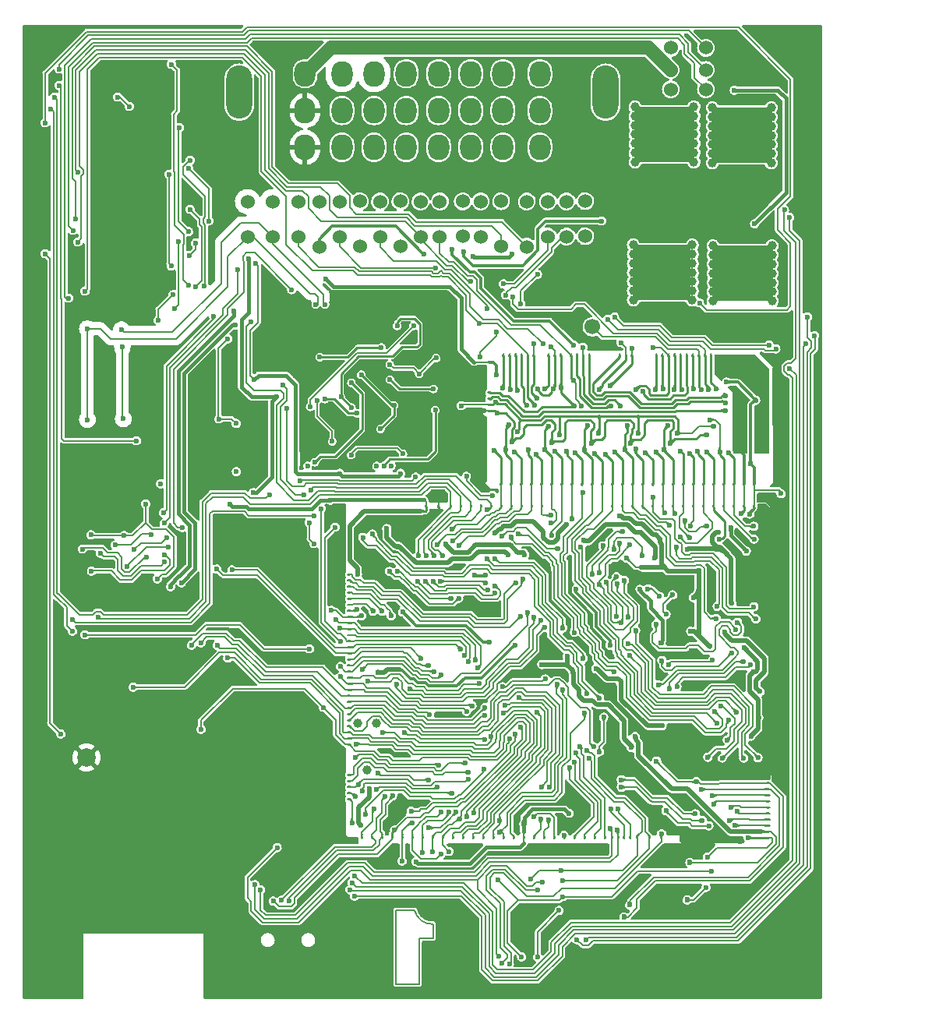
<source format=gbl>
G75*
G70*
%OFA0B0*%
%FSLAX25Y25*%
%IPPOS*%
%LPD*%
%AMOC8*
5,1,8,0,0,1.08239X$1,22.5*
%
%AMM211*
21,1,0.009840,0.009840,-0.000000,-0.000000,180.000000*
21,1,0.000000,0.019680,-0.000000,-0.000000,180.000000*
1,1,0.009840,-0.000000,0.004920*
1,1,0.009840,-0.000000,0.004920*
1,1,0.009840,-0.000000,-0.004920*
1,1,0.009840,-0.000000,-0.004920*
%
%AMM212*
21,1,0.009840,0.009840,-0.000000,-0.000000,270.000000*
21,1,0.000000,0.019680,-0.000000,-0.000000,270.000000*
1,1,0.009840,-0.004920,-0.000000*
1,1,0.009840,-0.004920,-0.000000*
1,1,0.009840,0.004920,-0.000000*
1,1,0.009840,0.004920,-0.000000*
%
%AMM277*
21,1,0.007870,1.133860,-0.000000,-0.000000,0.000000*
21,1,0.000000,1.141730,-0.000000,-0.000000,0.000000*
1,1,0.007870,-0.000000,-0.566930*
1,1,0.007870,-0.000000,-0.566930*
1,1,0.007870,-0.000000,0.566930*
1,1,0.007870,-0.000000,0.566930*
%
%AMM278*
21,1,0.009840,0.009840,-0.000000,-0.000000,90.000000*
21,1,0.000000,0.019680,-0.000000,-0.000000,90.000000*
1,1,0.009840,0.004920,-0.000000*
1,1,0.009840,0.004920,-0.000000*
1,1,0.009840,-0.004920,-0.000000*
1,1,0.009840,-0.004920,-0.000000*
%
%ADD105C,0.02362*%
%ADD117C,0.00800*%
%ADD120C,0.03937*%
%ADD135O,0.09055X0.11024*%
%ADD160C,0.07874*%
%ADD167C,0.05906*%
%ADD17R,0.01378X0.00984*%
%ADD189C,0.00984*%
%ADD192C,0.06000*%
%ADD193R,0.25591X0.00984*%
%ADD222C,0.01968*%
%ADD23C,0.01575*%
%ADD236C,0.00787*%
%ADD244C,0.03900*%
%ADD35C,0.06693*%
%ADD363M211*%
%ADD364M212*%
%ADD433M277*%
%ADD434M278*%
%ADD54C,0.01181*%
%ADD60R,0.00984X0.71654*%
%ADD69O,0.11024X0.22835*%
%ADD78R,0.53740X0.00984*%
%ADD90R,0.25394X0.00984*%
%ADD97R,0.04921X0.00984*%
X0000000Y0000000D02*
%LPD*%
G01*
D236*
X0160024Y0006693D02*
X0160024Y0038189D01*
X0175772Y0026378D02*
X0169866Y0026378D01*
X0169866Y0026378D02*
X0169866Y0006693D01*
X0160024Y0038189D02*
X0167898Y0038189D01*
X0175772Y0026378D02*
X0175772Y0032283D01*
X0169866Y0006693D02*
X0160024Y0006693D01*
X0167898Y0038189D02*
G75*
G03*
X0175772Y0032283I0007565J0001885D01*
G01*
D105*
X0277020Y0042540D03*
X0275347Y0035315D03*
X0273182Y0043386D03*
X0269737Y0042540D03*
X0266390Y0042245D03*
X0265111Y0035315D03*
X0259993Y0040473D03*
X0257434Y0035315D03*
X0285682Y0058642D03*
X0284501Y0042599D03*
D192*
X0196206Y0326364D03*
X0196206Y0341364D03*
X0188514Y0326449D03*
X0188514Y0341449D03*
X0144488Y0341535D03*
X0144488Y0322244D03*
G36*
G01*
X0199409Y0252348D02*
X0200394Y0252348D01*
G75*
G02*
X0200886Y0251856I0000000J-000492D01*
G01*
X0200886Y0251856D01*
G75*
G02*
X0200394Y0251364I-000492J0000000D01*
G01*
X0199409Y0251364D01*
G75*
G02*
X0198917Y0251856I0000000J0000492D01*
G01*
X0198917Y0251856D01*
G75*
G02*
X0199409Y0252348I0000492J0000000D01*
G01*
G37*
G36*
G01*
X0199409Y0254947D02*
X0200394Y0254947D01*
G75*
G02*
X0200886Y0254455I0000000J-000492D01*
G01*
X0200886Y0254455D01*
G75*
G02*
X0200394Y0253963I-000492J0000000D01*
G01*
X0199409Y0253963D01*
G75*
G02*
X0198917Y0254455I0000000J0000492D01*
G01*
X0198917Y0254455D01*
G75*
G02*
X0199409Y0254947I0000492J0000000D01*
G01*
G37*
G36*
G01*
X0199409Y0257545D02*
X0200394Y0257545D01*
G75*
G02*
X0200886Y0257053I0000000J-000492D01*
G01*
X0200886Y0257053D01*
G75*
G02*
X0200394Y0256561I-000492J0000000D01*
G01*
X0199409Y0256561D01*
G75*
G02*
X0198917Y0257053I0000000J0000492D01*
G01*
X0198917Y0257053D01*
G75*
G02*
X0199409Y0257545I0000492J0000000D01*
G01*
G37*
G36*
G01*
X0199409Y0260144D02*
X0200394Y0260144D01*
G75*
G02*
X0200886Y0259651I0000000J-000492D01*
G01*
X0200886Y0259651D01*
G75*
G02*
X0200394Y0259159I-000492J0000000D01*
G01*
X0199409Y0259159D01*
G75*
G02*
X0198917Y0259651I0000000J0000492D01*
G01*
X0198917Y0259651D01*
G75*
G02*
X0199409Y0260144I0000492J0000000D01*
G01*
G37*
G36*
G01*
X0199409Y0273136D02*
X0200394Y0273136D01*
G75*
G02*
X0200886Y0272644I0000000J-000492D01*
G01*
X0200886Y0272644D01*
G75*
G02*
X0200394Y0272152I-000492J0000000D01*
G01*
X0199409Y0272152D01*
G75*
G02*
X0198917Y0272644I0000000J0000492D01*
G01*
X0198917Y0272644D01*
G75*
G02*
X0199409Y0273136I0000492J0000000D01*
G01*
G37*
G36*
G01*
X0312677Y0219991D02*
X0312677Y0220975D01*
G75*
G02*
X0313169Y0221467I0000492J0000000D01*
G01*
X0313169Y0221467D01*
G75*
G02*
X0313661Y0220975I0000000J-000492D01*
G01*
X0313661Y0219991D01*
G75*
G02*
X0313169Y0219499I-000492J0000000D01*
G01*
X0313169Y0219499D01*
G75*
G02*
X0312677Y0219991I0000000J0000492D01*
G01*
G37*
G36*
G01*
X0309331Y0220975D02*
X0309331Y0219991D01*
G75*
G02*
X0308839Y0219499I-000492J0000000D01*
G01*
X0308839Y0219499D01*
G75*
G02*
X0308346Y0219991I0000000J0000492D01*
G01*
X0308346Y0220975D01*
G75*
G02*
X0308839Y0221467I0000492J0000000D01*
G01*
X0308839Y0221467D01*
G75*
G02*
X0309331Y0220975I0000000J-000492D01*
G01*
G37*
G36*
G01*
X0305000Y0220975D02*
X0305000Y0219991D01*
G75*
G02*
X0304508Y0219499I-000492J0000000D01*
G01*
X0304508Y0219499D01*
G75*
G02*
X0304016Y0219991I0000000J0000492D01*
G01*
X0304016Y0220975D01*
G75*
G02*
X0304508Y0221467I0000492J0000000D01*
G01*
X0304508Y0221467D01*
G75*
G02*
X0305000Y0220975I0000000J-000492D01*
G01*
G37*
G36*
G01*
X0300669Y0220975D02*
X0300669Y0219991D01*
G75*
G02*
X0300177Y0219499I-000492J0000000D01*
G01*
X0300177Y0219499D01*
G75*
G02*
X0299685Y0219991I0000000J0000492D01*
G01*
X0299685Y0220975D01*
G75*
G02*
X0300177Y0221467I0000492J0000000D01*
G01*
X0300177Y0221467D01*
G75*
G02*
X0300669Y0220975I0000000J-000492D01*
G01*
G37*
G36*
G01*
X0296339Y0220975D02*
X0296339Y0219991D01*
G75*
G02*
X0295846Y0219499I-000492J0000000D01*
G01*
X0295846Y0219499D01*
G75*
G02*
X0295354Y0219991I0000000J0000492D01*
G01*
X0295354Y0220975D01*
G75*
G02*
X0295846Y0221467I0000492J0000000D01*
G01*
X0295846Y0221467D01*
G75*
G02*
X0296339Y0220975I0000000J-000492D01*
G01*
G37*
G36*
G01*
X0292008Y0220975D02*
X0292008Y0219991D01*
G75*
G02*
X0291516Y0219499I-000492J0000000D01*
G01*
X0291516Y0219499D01*
G75*
G02*
X0291024Y0219991I0000000J0000492D01*
G01*
X0291024Y0220975D01*
G75*
G02*
X0291516Y0221467I0000492J0000000D01*
G01*
X0291516Y0221467D01*
G75*
G02*
X0292008Y0220975I0000000J-000492D01*
G01*
G37*
G36*
G01*
X0287677Y0220975D02*
X0287677Y0219991D01*
G75*
G02*
X0287185Y0219499I-000492J0000000D01*
G01*
X0287185Y0219499D01*
G75*
G02*
X0286693Y0219991I0000000J0000492D01*
G01*
X0286693Y0220975D01*
G75*
G02*
X0287185Y0221467I0000492J0000000D01*
G01*
X0287185Y0221467D01*
G75*
G02*
X0287677Y0220975I0000000J-000492D01*
G01*
G37*
G36*
G01*
X0283346Y0220975D02*
X0283346Y0219991D01*
G75*
G02*
X0282854Y0219499I-000492J0000000D01*
G01*
X0282854Y0219499D01*
G75*
G02*
X0282362Y0219991I0000000J0000492D01*
G01*
X0282362Y0220975D01*
G75*
G02*
X0282854Y0221467I0000492J0000000D01*
G01*
X0282854Y0221467D01*
G75*
G02*
X0283346Y0220975I0000000J-000492D01*
G01*
G37*
G36*
G01*
X0279016Y0220975D02*
X0279016Y0219991D01*
G75*
G02*
X0278524Y0219499I-000492J0000000D01*
G01*
X0278524Y0219499D01*
G75*
G02*
X0278032Y0219991I0000000J0000492D01*
G01*
X0278032Y0220975D01*
G75*
G02*
X0278524Y0221467I0000492J0000000D01*
G01*
X0278524Y0221467D01*
G75*
G02*
X0279016Y0220975I0000000J-000492D01*
G01*
G37*
G36*
G01*
X0274685Y0220975D02*
X0274685Y0219991D01*
G75*
G02*
X0274193Y0219499I-000492J0000000D01*
G01*
X0274193Y0219499D01*
G75*
G02*
X0273701Y0219991I0000000J0000492D01*
G01*
X0273701Y0220975D01*
G75*
G02*
X0274193Y0221467I0000492J0000000D01*
G01*
X0274193Y0221467D01*
G75*
G02*
X0274685Y0220975I0000000J-000492D01*
G01*
G37*
G36*
G01*
X0270354Y0220975D02*
X0270354Y0219991D01*
G75*
G02*
X0269862Y0219499I-000492J0000000D01*
G01*
X0269862Y0219499D01*
G75*
G02*
X0269370Y0219991I0000000J0000492D01*
G01*
X0269370Y0220975D01*
G75*
G02*
X0269862Y0221467I0000492J0000000D01*
G01*
X0269862Y0221467D01*
G75*
G02*
X0270354Y0220975I0000000J-000492D01*
G01*
G37*
G36*
G01*
X0266024Y0220975D02*
X0266024Y0219991D01*
G75*
G02*
X0265532Y0219499I-000492J0000000D01*
G01*
X0265532Y0219499D01*
G75*
G02*
X0265039Y0219991I0000000J0000492D01*
G01*
X0265039Y0220975D01*
G75*
G02*
X0265532Y0221467I0000492J0000000D01*
G01*
X0265532Y0221467D01*
G75*
G02*
X0266024Y0220975I0000000J-000492D01*
G01*
G37*
G36*
G01*
X0261693Y0220975D02*
X0261693Y0219991D01*
G75*
G02*
X0261201Y0219499I-000492J0000000D01*
G01*
X0261201Y0219499D01*
G75*
G02*
X0260709Y0219991I0000000J0000492D01*
G01*
X0260709Y0220975D01*
G75*
G02*
X0261201Y0221467I0000492J0000000D01*
G01*
X0261201Y0221467D01*
G75*
G02*
X0261693Y0220975I0000000J-000492D01*
G01*
G37*
G36*
G01*
X0257362Y0220975D02*
X0257362Y0219991D01*
G75*
G02*
X0256870Y0219499I-000492J0000000D01*
G01*
X0256870Y0219499D01*
G75*
G02*
X0256378Y0219991I0000000J0000492D01*
G01*
X0256378Y0220975D01*
G75*
G02*
X0256870Y0221467I0000492J0000000D01*
G01*
X0256870Y0221467D01*
G75*
G02*
X0257362Y0220975I0000000J-000492D01*
G01*
G37*
G36*
G01*
X0253032Y0220975D02*
X0253032Y0219991D01*
G75*
G02*
X0252539Y0219499I-000492J0000000D01*
G01*
X0252539Y0219499D01*
G75*
G02*
X0252047Y0219991I0000000J0000492D01*
G01*
X0252047Y0220975D01*
G75*
G02*
X0252539Y0221467I0000492J0000000D01*
G01*
X0252539Y0221467D01*
G75*
G02*
X0253032Y0220975I0000000J-000492D01*
G01*
G37*
G36*
G01*
X0248701Y0220975D02*
X0248701Y0219991D01*
G75*
G02*
X0248209Y0219499I-000492J0000000D01*
G01*
X0248209Y0219499D01*
G75*
G02*
X0247717Y0219991I0000000J0000492D01*
G01*
X0247717Y0220975D01*
G75*
G02*
X0248209Y0221467I0000492J0000000D01*
G01*
X0248209Y0221467D01*
G75*
G02*
X0248701Y0220975I0000000J-000492D01*
G01*
G37*
G36*
G01*
X0244370Y0220975D02*
X0244370Y0219991D01*
G75*
G02*
X0243878Y0219499I-000492J0000000D01*
G01*
X0243878Y0219499D01*
G75*
G02*
X0243386Y0219991I0000000J0000492D01*
G01*
X0243386Y0220975D01*
G75*
G02*
X0243878Y0221467I0000492J0000000D01*
G01*
X0243878Y0221467D01*
G75*
G02*
X0244370Y0220975I0000000J-000492D01*
G01*
G37*
G36*
G01*
X0240039Y0220975D02*
X0240039Y0219991D01*
G75*
G02*
X0239547Y0219499I-000492J0000000D01*
G01*
X0239547Y0219499D01*
G75*
G02*
X0239055Y0219991I0000000J0000492D01*
G01*
X0239055Y0220975D01*
G75*
G02*
X0239547Y0221467I0000492J0000000D01*
G01*
X0239547Y0221467D01*
G75*
G02*
X0240039Y0220975I0000000J-000492D01*
G01*
G37*
G36*
G01*
X0235709Y0220975D02*
X0235709Y0219991D01*
G75*
G02*
X0235217Y0219499I-000492J0000000D01*
G01*
X0235217Y0219499D01*
G75*
G02*
X0234725Y0219991I0000000J0000492D01*
G01*
X0234725Y0220975D01*
G75*
G02*
X0235217Y0221467I0000492J0000000D01*
G01*
X0235217Y0221467D01*
G75*
G02*
X0235709Y0220975I0000000J-000492D01*
G01*
G37*
G36*
G01*
X0231378Y0220975D02*
X0231378Y0219991D01*
G75*
G02*
X0230886Y0219499I-000492J0000000D01*
G01*
X0230886Y0219499D01*
G75*
G02*
X0230394Y0219991I0000000J0000492D01*
G01*
X0230394Y0220975D01*
G75*
G02*
X0230886Y0221467I0000492J0000000D01*
G01*
X0230886Y0221467D01*
G75*
G02*
X0231378Y0220975I0000000J-000492D01*
G01*
G37*
G36*
G01*
X0227047Y0220975D02*
X0227047Y0219991D01*
G75*
G02*
X0226555Y0219499I-000492J0000000D01*
G01*
X0226555Y0219499D01*
G75*
G02*
X0226063Y0219991I0000000J0000492D01*
G01*
X0226063Y0220975D01*
G75*
G02*
X0226555Y0221467I0000492J0000000D01*
G01*
X0226555Y0221467D01*
G75*
G02*
X0227047Y0220975I0000000J-000492D01*
G01*
G37*
G36*
G01*
X0222717Y0220975D02*
X0222717Y0219991D01*
G75*
G02*
X0222225Y0219499I-000492J0000000D01*
G01*
X0222225Y0219499D01*
G75*
G02*
X0221732Y0219991I0000000J0000492D01*
G01*
X0221732Y0220975D01*
G75*
G02*
X0222225Y0221467I0000492J0000000D01*
G01*
X0222225Y0221467D01*
G75*
G02*
X0222717Y0220975I0000000J-000492D01*
G01*
G37*
G36*
G01*
X0218386Y0220975D02*
X0218386Y0219991D01*
G75*
G02*
X0217894Y0219499I-000492J0000000D01*
G01*
X0217894Y0219499D01*
G75*
G02*
X0217402Y0219991I0000000J0000492D01*
G01*
X0217402Y0220975D01*
G75*
G02*
X0217894Y0221467I0000492J0000000D01*
G01*
X0217894Y0221467D01*
G75*
G02*
X0218386Y0220975I0000000J-000492D01*
G01*
G37*
G36*
G01*
X0214055Y0220975D02*
X0214055Y0219991D01*
G75*
G02*
X0213563Y0219499I-000492J0000000D01*
G01*
X0213563Y0219499D01*
G75*
G02*
X0213071Y0219991I0000000J0000492D01*
G01*
X0213071Y0220975D01*
G75*
G02*
X0213563Y0221467I0000492J0000000D01*
G01*
X0213563Y0221467D01*
G75*
G02*
X0214055Y0220975I0000000J-000492D01*
G01*
G37*
G36*
G01*
X0209725Y0220975D02*
X0209725Y0219991D01*
G75*
G02*
X0209232Y0219499I-000492J0000000D01*
G01*
X0209232Y0219499D01*
G75*
G02*
X0208740Y0219991I0000000J0000492D01*
G01*
X0208740Y0220975D01*
G75*
G02*
X0209232Y0221467I0000492J0000000D01*
G01*
X0209232Y0221467D01*
G75*
G02*
X0209725Y0220975I0000000J-000492D01*
G01*
G37*
G36*
G01*
X0205394Y0220975D02*
X0205394Y0219991D01*
G75*
G02*
X0204902Y0219499I-000492J0000000D01*
G01*
X0204902Y0219499D01*
G75*
G02*
X0204410Y0219991I0000000J0000492D01*
G01*
X0204410Y0220975D01*
G75*
G02*
X0204902Y0221467I0000492J0000000D01*
G01*
X0204902Y0221467D01*
G75*
G02*
X0205394Y0220975I0000000J-000492D01*
G01*
G37*
G36*
G01*
X0206382Y0275944D02*
X0206382Y0274959D01*
G75*
G02*
X0205890Y0274467I-000492J0000000D01*
G01*
X0205890Y0274467D01*
G75*
G02*
X0205398Y0274959I0000000J0000492D01*
G01*
X0205398Y0275944D01*
G75*
G02*
X0205890Y0276436I0000492J0000000D01*
G01*
X0205890Y0276436D01*
G75*
G02*
X0206382Y0275944I0000000J-000492D01*
G01*
G37*
G36*
G01*
X0208980Y0275944D02*
X0208980Y0274959D01*
G75*
G02*
X0208488Y0274467I-000492J0000000D01*
G01*
X0208488Y0274467D01*
G75*
G02*
X0207996Y0274959I0000000J0000492D01*
G01*
X0207996Y0275944D01*
G75*
G02*
X0208488Y0276436I0000492J0000000D01*
G01*
X0208488Y0276436D01*
G75*
G02*
X0208980Y0275944I0000000J-000492D01*
G01*
G37*
G36*
G01*
X0211579Y0275944D02*
X0211579Y0274959D01*
G75*
G02*
X0211087Y0274467I-000492J0000000D01*
G01*
X0211087Y0274467D01*
G75*
G02*
X0210594Y0274959I0000000J0000492D01*
G01*
X0210594Y0275944D01*
G75*
G02*
X0211087Y0276436I0000492J0000000D01*
G01*
X0211087Y0276436D01*
G75*
G02*
X0211579Y0275944I0000000J-000492D01*
G01*
G37*
G36*
G01*
X0214177Y0275944D02*
X0214177Y0274959D01*
G75*
G02*
X0213685Y0274467I-000492J0000000D01*
G01*
X0213685Y0274467D01*
G75*
G02*
X0213193Y0274959I0000000J0000492D01*
G01*
X0213193Y0275944D01*
G75*
G02*
X0213685Y0276436I0000492J0000000D01*
G01*
X0213685Y0276436D01*
G75*
G02*
X0214177Y0275944I0000000J-000492D01*
G01*
G37*
G36*
G01*
X0216776Y0275944D02*
X0216776Y0274959D01*
G75*
G02*
X0216283Y0274467I-000492J0000000D01*
G01*
X0216283Y0274467D01*
G75*
G02*
X0215791Y0274959I0000000J0000492D01*
G01*
X0215791Y0275944D01*
G75*
G02*
X0216283Y0276436I0000492J0000000D01*
G01*
X0216283Y0276436D01*
G75*
G02*
X0216776Y0275944I0000000J-000492D01*
G01*
G37*
G36*
G01*
X0219374Y0275944D02*
X0219374Y0274959D01*
G75*
G02*
X0218882Y0274467I-000492J0000000D01*
G01*
X0218882Y0274467D01*
G75*
G02*
X0218390Y0274959I0000000J0000492D01*
G01*
X0218390Y0275944D01*
G75*
G02*
X0218882Y0276436I0000492J0000000D01*
G01*
X0218882Y0276436D01*
G75*
G02*
X0219374Y0275944I0000000J-000492D01*
G01*
G37*
G36*
G01*
X0225677Y0275944D02*
X0225677Y0274959D01*
G75*
G02*
X0225185Y0274467I-000492J0000000D01*
G01*
X0225185Y0274467D01*
G75*
G02*
X0224693Y0274959I0000000J0000492D01*
G01*
X0224693Y0275944D01*
G75*
G02*
X0225185Y0276436I0000492J0000000D01*
G01*
X0225185Y0276436D01*
G75*
G02*
X0225677Y0275944I0000000J-000492D01*
G01*
G37*
G36*
G01*
X0228276Y0275944D02*
X0228276Y0274959D01*
G75*
G02*
X0227783Y0274467I-000492J0000000D01*
G01*
X0227783Y0274467D01*
G75*
G02*
X0227291Y0274959I0000000J0000492D01*
G01*
X0227291Y0275944D01*
G75*
G02*
X0227783Y0276436I0000492J0000000D01*
G01*
X0227783Y0276436D01*
G75*
G02*
X0228276Y0275944I0000000J-000492D01*
G01*
G37*
G36*
G01*
X0230874Y0275944D02*
X0230874Y0274959D01*
G75*
G02*
X0230382Y0274467I-000492J0000000D01*
G01*
X0230382Y0274467D01*
G75*
G02*
X0229890Y0274959I0000000J0000492D01*
G01*
X0229890Y0275944D01*
G75*
G02*
X0230382Y0276436I0000492J0000000D01*
G01*
X0230382Y0276436D01*
G75*
G02*
X0230874Y0275944I0000000J-000492D01*
G01*
G37*
G36*
G01*
X0235287Y0275944D02*
X0235287Y0274959D01*
G75*
G02*
X0234795Y0274467I-000492J0000000D01*
G01*
X0234795Y0274467D01*
G75*
G02*
X0234303Y0274959I0000000J0000492D01*
G01*
X0234303Y0275944D01*
G75*
G02*
X0234795Y0276436I0000492J0000000D01*
G01*
X0234795Y0276436D01*
G75*
G02*
X0235287Y0275944I0000000J-000492D01*
G01*
G37*
G36*
G01*
X0237885Y0275944D02*
X0237885Y0274959D01*
G75*
G02*
X0237393Y0274467I-000492J0000000D01*
G01*
X0237393Y0274467D01*
G75*
G02*
X0236901Y0274959I0000000J0000492D01*
G01*
X0236901Y0275944D01*
G75*
G02*
X0237393Y0276436I0000492J0000000D01*
G01*
X0237393Y0276436D01*
G75*
G02*
X0237885Y0275944I0000000J-000492D01*
G01*
G37*
G36*
G01*
X0240484Y0275944D02*
X0240484Y0274959D01*
G75*
G02*
X0239992Y0274467I-000492J0000000D01*
G01*
X0239992Y0274467D01*
G75*
G02*
X0239500Y0274959I0000000J0000492D01*
G01*
X0239500Y0275944D01*
G75*
G02*
X0239992Y0276436I0000492J0000000D01*
G01*
X0239992Y0276436D01*
G75*
G02*
X0240484Y0275944I0000000J-000492D01*
G01*
G37*
G36*
G01*
X0243082Y0275944D02*
X0243082Y0274959D01*
G75*
G02*
X0242590Y0274467I-000492J0000000D01*
G01*
X0242590Y0274467D01*
G75*
G02*
X0242098Y0274959I0000000J0000492D01*
G01*
X0242098Y0275944D01*
G75*
G02*
X0242590Y0276436I0000492J0000000D01*
G01*
X0242590Y0276436D01*
G75*
G02*
X0243082Y0275944I0000000J-000492D01*
G01*
G37*
G36*
G01*
X0256177Y0275944D02*
X0256177Y0274959D01*
G75*
G02*
X0255685Y0274467I-000492J0000000D01*
G01*
X0255685Y0274467D01*
G75*
G02*
X0255193Y0274959I0000000J0000492D01*
G01*
X0255193Y0275944D01*
G75*
G02*
X0255685Y0276436I0000492J0000000D01*
G01*
X0255685Y0276436D01*
G75*
G02*
X0256177Y0275944I0000000J-000492D01*
G01*
G37*
G36*
G01*
X0258776Y0275944D02*
X0258776Y0274959D01*
G75*
G02*
X0258283Y0274467I-000492J0000000D01*
G01*
X0258283Y0274467D01*
G75*
G02*
X0257791Y0274959I0000000J0000492D01*
G01*
X0257791Y0275944D01*
G75*
G02*
X0258283Y0276436I0000492J0000000D01*
G01*
X0258283Y0276436D01*
G75*
G02*
X0258776Y0275944I0000000J-000492D01*
G01*
G37*
G36*
G01*
X0261374Y0275944D02*
X0261374Y0274959D01*
G75*
G02*
X0260882Y0274467I-000492J0000000D01*
G01*
X0260882Y0274467D01*
G75*
G02*
X0260390Y0274959I0000000J0000492D01*
G01*
X0260390Y0275944D01*
G75*
G02*
X0260882Y0276436I0000492J0000000D01*
G01*
X0260882Y0276436D01*
G75*
G02*
X0261374Y0275944I0000000J-000492D01*
G01*
G37*
G36*
G01*
X0271791Y0275944D02*
X0271791Y0274959D01*
G75*
G02*
X0271299Y0274467I-000492J0000000D01*
G01*
X0271299Y0274467D01*
G75*
G02*
X0270807Y0274959I0000000J0000492D01*
G01*
X0270807Y0275944D01*
G75*
G02*
X0271299Y0276436I0000492J0000000D01*
G01*
X0271299Y0276436D01*
G75*
G02*
X0271791Y0275944I0000000J-000492D01*
G01*
G37*
G36*
G01*
X0274390Y0275944D02*
X0274390Y0274959D01*
G75*
G02*
X0273898Y0274467I-000492J0000000D01*
G01*
X0273898Y0274467D01*
G75*
G02*
X0273405Y0274959I0000000J0000492D01*
G01*
X0273405Y0275944D01*
G75*
G02*
X0273898Y0276436I0000492J0000000D01*
G01*
X0273898Y0276436D01*
G75*
G02*
X0274390Y0275944I0000000J-000492D01*
G01*
G37*
G36*
G01*
X0276988Y0275944D02*
X0276988Y0274959D01*
G75*
G02*
X0276496Y0274467I-000492J0000000D01*
G01*
X0276496Y0274467D01*
G75*
G02*
X0276004Y0274959I0000000J0000492D01*
G01*
X0276004Y0275944D01*
G75*
G02*
X0276496Y0276436I0000492J0000000D01*
G01*
X0276496Y0276436D01*
G75*
G02*
X0276988Y0275944I0000000J-000492D01*
G01*
G37*
G36*
G01*
X0279587Y0275944D02*
X0279587Y0274959D01*
G75*
G02*
X0279094Y0274467I-000492J0000000D01*
G01*
X0279094Y0274467D01*
G75*
G02*
X0278602Y0274959I0000000J0000492D01*
G01*
X0278602Y0275944D01*
G75*
G02*
X0279094Y0276436I0000492J0000000D01*
G01*
X0279094Y0276436D01*
G75*
G02*
X0279587Y0275944I0000000J-000492D01*
G01*
G37*
G36*
G01*
X0282185Y0275944D02*
X0282185Y0274959D01*
G75*
G02*
X0281693Y0274467I-000492J0000000D01*
G01*
X0281693Y0274467D01*
G75*
G02*
X0281201Y0274959I0000000J0000492D01*
G01*
X0281201Y0275944D01*
G75*
G02*
X0281693Y0276436I0000492J0000000D01*
G01*
X0281693Y0276436D01*
G75*
G02*
X0282185Y0275944I0000000J-000492D01*
G01*
G37*
G36*
G01*
X0284783Y0275944D02*
X0284783Y0274959D01*
G75*
G02*
X0284291Y0274467I-000492J0000000D01*
G01*
X0284291Y0274467D01*
G75*
G02*
X0283799Y0274959I0000000J0000492D01*
G01*
X0283799Y0275944D01*
G75*
G02*
X0284291Y0276436I0000492J0000000D01*
G01*
X0284291Y0276436D01*
G75*
G02*
X0284783Y0275944I0000000J-000492D01*
G01*
G37*
G36*
G01*
X0287382Y0275944D02*
X0287382Y0274959D01*
G75*
G02*
X0286890Y0274467I-000492J0000000D01*
G01*
X0286890Y0274467D01*
G75*
G02*
X0286398Y0274959I0000000J0000492D01*
G01*
X0286398Y0275944D01*
G75*
G02*
X0286890Y0276436I0000492J0000000D01*
G01*
X0286890Y0276436D01*
G75*
G02*
X0287382Y0275944I0000000J-000492D01*
G01*
G37*
G36*
G01*
X0289980Y0275944D02*
X0289980Y0274959D01*
G75*
G02*
X0289488Y0274467I-000492J0000000D01*
G01*
X0289488Y0274467D01*
G75*
G02*
X0288996Y0274959I0000000J0000492D01*
G01*
X0288996Y0275944D01*
G75*
G02*
X0289488Y0276436I0000492J0000000D01*
G01*
X0289488Y0276436D01*
G75*
G02*
X0289980Y0275944I0000000J-000492D01*
G01*
G37*
G36*
G01*
X0292579Y0275944D02*
X0292579Y0274959D01*
G75*
G02*
X0292087Y0274467I-000492J0000000D01*
G01*
X0292087Y0274467D01*
G75*
G02*
X0291594Y0274959I0000000J0000492D01*
G01*
X0291594Y0275944D01*
G75*
G02*
X0292087Y0276436I0000492J0000000D01*
G01*
X0292087Y0276436D01*
G75*
G02*
X0292579Y0275944I0000000J-000492D01*
G01*
G37*
G36*
G01*
X0295177Y0275944D02*
X0295177Y0274959D01*
G75*
G02*
X0294685Y0274467I-000492J0000000D01*
G01*
X0294685Y0274467D01*
G75*
G02*
X0294193Y0274959I0000000J0000492D01*
G01*
X0294193Y0275944D01*
G75*
G02*
X0294685Y0276436I0000492J0000000D01*
G01*
X0294685Y0276436D01*
G75*
G02*
X0295177Y0275944I0000000J-000492D01*
G01*
G37*
D35*
X0243929Y0287795D03*
D192*
X0096457Y0326358D03*
X0096457Y0341358D03*
X0292539Y0407087D03*
X0277539Y0407087D03*
X0153150Y0326358D03*
X0153150Y0341358D03*
X0178740Y0326358D03*
X0178740Y0341358D03*
D105*
X0222612Y0050344D03*
X0220545Y0046900D03*
X0217592Y0051526D03*
X0203616Y0051230D03*
X0059315Y0220622D03*
X0091697Y0225838D03*
X0091628Y0246439D03*
X0084217Y0248378D03*
X0113154Y0252807D03*
X0122146Y0228346D03*
X0151673Y0228346D03*
X0154823Y0228346D03*
X0157972Y0228346D03*
D97*
X0121260Y0298228D03*
D17*
X0119488Y0227559D03*
D90*
X0172638Y0227559D03*
D60*
X0119291Y0262894D03*
D193*
X0136909Y0227559D03*
D78*
X0158465Y0298228D03*
D60*
X0184843Y0262894D03*
D105*
X0129626Y0297343D03*
X0125689Y0297343D03*
D192*
X0170472Y0326358D03*
X0170472Y0341358D03*
X0118110Y0326358D03*
X0118110Y0341358D03*
X0215929Y0341339D03*
X0215929Y0322047D03*
X0277539Y0389370D03*
X0292539Y0389370D03*
X0161811Y0341535D03*
X0161811Y0322244D03*
G36*
G01*
X0139411Y0086235D02*
X0140396Y0086235D01*
G75*
G02*
X0140888Y0085743I0000000J-000492D01*
G01*
X0140888Y0085743D01*
G75*
G02*
X0140396Y0085250I-000492J0000000D01*
G01*
X0139411Y0085250D01*
G75*
G02*
X0138919Y0085743I0000000J0000492D01*
G01*
X0138919Y0085743D01*
G75*
G02*
X0139411Y0086235I0000492J0000000D01*
G01*
G37*
G36*
G01*
X0140396Y0087849D02*
X0139411Y0087849D01*
G75*
G02*
X0138919Y0088341I0000000J0000492D01*
G01*
X0138919Y0088341D01*
G75*
G02*
X0139411Y0088833I0000492J0000000D01*
G01*
X0140396Y0088833D01*
G75*
G02*
X0140888Y0088341I0000000J-000492D01*
G01*
X0140888Y0088341D01*
G75*
G02*
X0140396Y0087849I-000492J0000000D01*
G01*
G37*
G36*
G01*
X0140396Y0090447D02*
X0139411Y0090447D01*
G75*
G02*
X0138919Y0090939I0000000J0000492D01*
G01*
X0138919Y0090939D01*
G75*
G02*
X0139411Y0091432I0000492J0000000D01*
G01*
X0140396Y0091432D01*
G75*
G02*
X0140888Y0090939I0000000J-000492D01*
G01*
X0140888Y0090939D01*
G75*
G02*
X0140396Y0090447I-000492J0000000D01*
G01*
G37*
G36*
G01*
X0140396Y0093046D02*
X0139411Y0093046D01*
G75*
G02*
X0138919Y0093538I0000000J0000492D01*
G01*
X0138919Y0093538D01*
G75*
G02*
X0139411Y0094030I0000492J0000000D01*
G01*
X0140396Y0094030D01*
G75*
G02*
X0140888Y0093538I0000000J-000492D01*
G01*
X0140888Y0093538D01*
G75*
G02*
X0140396Y0093046I-000492J0000000D01*
G01*
G37*
G36*
G01*
X0140396Y0095644D02*
X0139411Y0095644D01*
G75*
G02*
X0138919Y0096136I0000000J0000492D01*
G01*
X0138919Y0096136D01*
G75*
G02*
X0139411Y0096628I0000492J0000000D01*
G01*
X0140396Y0096628D01*
G75*
G02*
X0140888Y0096136I0000000J-000492D01*
G01*
X0140888Y0096136D01*
G75*
G02*
X0140396Y0095644I-000492J0000000D01*
G01*
G37*
G36*
G01*
X0140396Y0108636D02*
X0139411Y0108636D01*
G75*
G02*
X0138919Y0109128I0000000J0000492D01*
G01*
X0138919Y0109128D01*
G75*
G02*
X0139411Y0109621I0000492J0000000D01*
G01*
X0140396Y0109621D01*
G75*
G02*
X0140888Y0109128I0000000J-000492D01*
G01*
X0140888Y0109128D01*
G75*
G02*
X0140396Y0108636I-000492J0000000D01*
G01*
G37*
G36*
G01*
X0140396Y0111235D02*
X0139411Y0111235D01*
G75*
G02*
X0138919Y0111727I0000000J0000492D01*
G01*
X0138919Y0111727D01*
G75*
G02*
X0139411Y0112219I0000492J0000000D01*
G01*
X0140396Y0112219D01*
G75*
G02*
X0140888Y0111727I0000000J-000492D01*
G01*
X0140888Y0111727D01*
G75*
G02*
X0140396Y0111235I-000492J0000000D01*
G01*
G37*
G36*
G01*
X0140396Y0113833D02*
X0139411Y0113833D01*
G75*
G02*
X0138919Y0114325I0000000J0000492D01*
G01*
X0138919Y0114325D01*
G75*
G02*
X0139411Y0114817I0000492J0000000D01*
G01*
X0140396Y0114817D01*
G75*
G02*
X0140888Y0114325I0000000J-000492D01*
G01*
X0140888Y0114325D01*
G75*
G02*
X0140396Y0113833I-000492J0000000D01*
G01*
G37*
G36*
G01*
X0140396Y0116432D02*
X0139411Y0116432D01*
G75*
G02*
X0138919Y0116924I0000000J0000492D01*
G01*
X0138919Y0116924D01*
G75*
G02*
X0139411Y0117416I0000492J0000000D01*
G01*
X0140396Y0117416D01*
G75*
G02*
X0140888Y0116924I0000000J-000492D01*
G01*
X0140888Y0116924D01*
G75*
G02*
X0140396Y0116432I-000492J0000000D01*
G01*
G37*
G36*
G01*
X0140396Y0119030D02*
X0139411Y0119030D01*
G75*
G02*
X0138919Y0119522I0000000J0000492D01*
G01*
X0138919Y0119522D01*
G75*
G02*
X0139411Y0120014I0000492J0000000D01*
G01*
X0140396Y0120014D01*
G75*
G02*
X0140888Y0119522I0000000J-000492D01*
G01*
X0140888Y0119522D01*
G75*
G02*
X0140396Y0119030I-000492J0000000D01*
G01*
G37*
G36*
G01*
X0140396Y0121628D02*
X0139411Y0121628D01*
G75*
G02*
X0138919Y0122121I0000000J0000492D01*
G01*
X0138919Y0122121D01*
G75*
G02*
X0139411Y0122613I0000492J0000000D01*
G01*
X0140396Y0122613D01*
G75*
G02*
X0140888Y0122121I0000000J-000492D01*
G01*
X0140888Y0122121D01*
G75*
G02*
X0140396Y0121628I-000492J0000000D01*
G01*
G37*
G36*
G01*
X0140396Y0124227D02*
X0139411Y0124227D01*
G75*
G02*
X0138919Y0124719I0000000J0000492D01*
G01*
X0138919Y0124719D01*
G75*
G02*
X0139411Y0125211I0000492J0000000D01*
G01*
X0140396Y0125211D01*
G75*
G02*
X0140888Y0124719I0000000J-000492D01*
G01*
X0140888Y0124719D01*
G75*
G02*
X0140396Y0124227I-000492J0000000D01*
G01*
G37*
G36*
G01*
X0140396Y0126825D02*
X0139411Y0126825D01*
G75*
G02*
X0138919Y0127317I0000000J0000492D01*
G01*
X0138919Y0127317D01*
G75*
G02*
X0139411Y0127810I0000492J0000000D01*
G01*
X0140396Y0127810D01*
G75*
G02*
X0140888Y0127317I0000000J-000492D01*
G01*
X0140888Y0127317D01*
G75*
G02*
X0140396Y0126825I-000492J0000000D01*
G01*
G37*
G36*
G01*
X0140396Y0129424D02*
X0139411Y0129424D01*
G75*
G02*
X0138919Y0129916I0000000J0000492D01*
G01*
X0138919Y0129916D01*
G75*
G02*
X0139411Y0130408I0000492J0000000D01*
G01*
X0140396Y0130408D01*
G75*
G02*
X0140888Y0129916I0000000J-000492D01*
G01*
X0140888Y0129916D01*
G75*
G02*
X0140396Y0129424I-000492J0000000D01*
G01*
G37*
G36*
G01*
X0140396Y0132022D02*
X0139411Y0132022D01*
G75*
G02*
X0138919Y0132514I0000000J0000492D01*
G01*
X0138919Y0132514D01*
G75*
G02*
X0139411Y0133006I0000492J0000000D01*
G01*
X0140396Y0133006D01*
G75*
G02*
X0140888Y0132514I0000000J-000492D01*
G01*
X0140888Y0132514D01*
G75*
G02*
X0140396Y0132022I-000492J0000000D01*
G01*
G37*
G36*
G01*
X0140396Y0134621D02*
X0139411Y0134621D01*
G75*
G02*
X0138919Y0135113I0000000J0000492D01*
G01*
X0138919Y0135113D01*
G75*
G02*
X0139411Y0135605I0000492J0000000D01*
G01*
X0140396Y0135605D01*
G75*
G02*
X0140888Y0135113I0000000J-000492D01*
G01*
X0140888Y0135113D01*
G75*
G02*
X0140396Y0134621I-000492J0000000D01*
G01*
G37*
G36*
G01*
X0140396Y0137219D02*
X0139411Y0137219D01*
G75*
G02*
X0138919Y0137711I0000000J0000492D01*
G01*
X0138919Y0137711D01*
G75*
G02*
X0139411Y0138203I0000492J0000000D01*
G01*
X0140396Y0138203D01*
G75*
G02*
X0140888Y0137711I0000000J-000492D01*
G01*
X0140888Y0137711D01*
G75*
G02*
X0140396Y0137219I-000492J0000000D01*
G01*
G37*
G36*
G01*
X0140396Y0139817D02*
X0139411Y0139817D01*
G75*
G02*
X0138919Y0140310I0000000J0000492D01*
G01*
X0138919Y0140310D01*
G75*
G02*
X0139411Y0140802I0000492J0000000D01*
G01*
X0140396Y0140802D01*
G75*
G02*
X0140888Y0140310I0000000J-000492D01*
G01*
X0140888Y0140310D01*
G75*
G02*
X0140396Y0139817I-000492J0000000D01*
G01*
G37*
G36*
G01*
X0140396Y0142416D02*
X0139411Y0142416D01*
G75*
G02*
X0138919Y0142908I0000000J0000492D01*
G01*
X0138919Y0142908D01*
G75*
G02*
X0139411Y0143400I0000492J0000000D01*
G01*
X0140396Y0143400D01*
G75*
G02*
X0140888Y0142908I0000000J-000492D01*
G01*
X0140888Y0142908D01*
G75*
G02*
X0140396Y0142416I-000492J0000000D01*
G01*
G37*
G36*
G01*
X0140396Y0145014D02*
X0139411Y0145014D01*
G75*
G02*
X0138919Y0145506I0000000J0000492D01*
G01*
X0138919Y0145506D01*
G75*
G02*
X0139411Y0145999I0000492J0000000D01*
G01*
X0140396Y0145999D01*
G75*
G02*
X0140888Y0145506I0000000J-000492D01*
G01*
X0140888Y0145506D01*
G75*
G02*
X0140396Y0145014I-000492J0000000D01*
G01*
G37*
G36*
G01*
X0140396Y0147613D02*
X0139411Y0147613D01*
G75*
G02*
X0138919Y0148105I0000000J0000492D01*
G01*
X0138919Y0148105D01*
G75*
G02*
X0139411Y0148597I0000492J0000000D01*
G01*
X0140396Y0148597D01*
G75*
G02*
X0140888Y0148105I0000000J-000492D01*
G01*
X0140888Y0148105D01*
G75*
G02*
X0140396Y0147613I-000492J0000000D01*
G01*
G37*
G36*
G01*
X0140396Y0150211D02*
X0139411Y0150211D01*
G75*
G02*
X0138919Y0150703I0000000J0000492D01*
G01*
X0138919Y0150703D01*
G75*
G02*
X0139411Y0151195I0000492J0000000D01*
G01*
X0140396Y0151195D01*
G75*
G02*
X0140888Y0150703I0000000J-000492D01*
G01*
X0140888Y0150703D01*
G75*
G02*
X0140396Y0150211I-000492J0000000D01*
G01*
G37*
G36*
G01*
X0140396Y0152810D02*
X0139411Y0152810D01*
G75*
G02*
X0138919Y0153302I0000000J0000492D01*
G01*
X0138919Y0153302D01*
G75*
G02*
X0139411Y0153794I0000492J0000000D01*
G01*
X0140396Y0153794D01*
G75*
G02*
X0140888Y0153302I0000000J-000492D01*
G01*
X0140888Y0153302D01*
G75*
G02*
X0140396Y0152810I-000492J0000000D01*
G01*
G37*
G36*
G01*
X0140396Y0155408D02*
X0139411Y0155408D01*
G75*
G02*
X0138919Y0155900I0000000J0000492D01*
G01*
X0138919Y0155900D01*
G75*
G02*
X0139411Y0156392I0000492J0000000D01*
G01*
X0140396Y0156392D01*
G75*
G02*
X0140888Y0155900I0000000J-000492D01*
G01*
X0140888Y0155900D01*
G75*
G02*
X0140396Y0155408I-000492J0000000D01*
G01*
G37*
G36*
G01*
X0140396Y0158006D02*
X0139411Y0158006D01*
G75*
G02*
X0138919Y0158499I0000000J0000492D01*
G01*
X0138919Y0158499D01*
G75*
G02*
X0139411Y0158991I0000492J0000000D01*
G01*
X0140396Y0158991D01*
G75*
G02*
X0140888Y0158499I0000000J-000492D01*
G01*
X0140888Y0158499D01*
G75*
G02*
X0140396Y0158006I-000492J0000000D01*
G01*
G37*
G36*
G01*
X0140396Y0160605D02*
X0139411Y0160605D01*
G75*
G02*
X0138919Y0161097I0000000J0000492D01*
G01*
X0138919Y0161097D01*
G75*
G02*
X0139411Y0161589I0000492J0000000D01*
G01*
X0140396Y0161589D01*
G75*
G02*
X0140888Y0161097I0000000J-000492D01*
G01*
X0140888Y0161097D01*
G75*
G02*
X0140396Y0160605I-000492J0000000D01*
G01*
G37*
G36*
G01*
X0140396Y0163203D02*
X0139411Y0163203D01*
G75*
G02*
X0138919Y0163695I0000000J0000492D01*
G01*
X0138919Y0163695D01*
G75*
G02*
X0139411Y0164188I0000492J0000000D01*
G01*
X0140396Y0164188D01*
G75*
G02*
X0140888Y0163695I0000000J-000492D01*
G01*
X0140888Y0163695D01*
G75*
G02*
X0140396Y0163203I-000492J0000000D01*
G01*
G37*
G36*
G01*
X0140396Y0165802D02*
X0139411Y0165802D01*
G75*
G02*
X0138919Y0166294I0000000J0000492D01*
G01*
X0138919Y0166294D01*
G75*
G02*
X0139411Y0166786I0000492J0000000D01*
G01*
X0140396Y0166786D01*
G75*
G02*
X0140888Y0166294I0000000J-000492D01*
G01*
X0140888Y0166294D01*
G75*
G02*
X0140396Y0165802I-000492J0000000D01*
G01*
G37*
G36*
G01*
X0140396Y0168400D02*
X0139411Y0168400D01*
G75*
G02*
X0138919Y0168892I0000000J0000492D01*
G01*
X0138919Y0168892D01*
G75*
G02*
X0139411Y0169384I0000492J0000000D01*
G01*
X0140396Y0169384D01*
G75*
G02*
X0140888Y0168892I0000000J-000492D01*
G01*
X0140888Y0168892D01*
G75*
G02*
X0140396Y0168400I-000492J0000000D01*
G01*
G37*
G36*
G01*
X0140396Y0170999D02*
X0139411Y0170999D01*
G75*
G02*
X0138919Y0171491I0000000J0000492D01*
G01*
X0138919Y0171491D01*
G75*
G02*
X0139411Y0171983I0000492J0000000D01*
G01*
X0140396Y0171983D01*
G75*
G02*
X0140888Y0171491I0000000J-000492D01*
G01*
X0140888Y0171491D01*
G75*
G02*
X0140396Y0170999I-000492J0000000D01*
G01*
G37*
G36*
G01*
X0140396Y0173597D02*
X0139411Y0173597D01*
G75*
G02*
X0138919Y0174089I0000000J0000492D01*
G01*
X0138919Y0174089D01*
G75*
G02*
X0139411Y0174581I0000492J0000000D01*
G01*
X0140396Y0174581D01*
G75*
G02*
X0140888Y0174089I0000000J-000492D01*
G01*
X0140888Y0174089D01*
G75*
G02*
X0140396Y0173597I-000492J0000000D01*
G01*
G37*
G36*
G01*
X0140396Y0176195D02*
X0139411Y0176195D01*
G75*
G02*
X0138919Y0176688I0000000J0000492D01*
G01*
X0138919Y0176688D01*
G75*
G02*
X0139411Y0177180I0000492J0000000D01*
G01*
X0140396Y0177180D01*
G75*
G02*
X0140888Y0176688I0000000J-000492D01*
G01*
X0140888Y0176688D01*
G75*
G02*
X0140396Y0176195I-000492J0000000D01*
G01*
G37*
G36*
G01*
X0140396Y0178794D02*
X0139411Y0178794D01*
G75*
G02*
X0138919Y0179286I0000000J0000492D01*
G01*
X0138919Y0179286D01*
G75*
G02*
X0139411Y0179778I0000492J0000000D01*
G01*
X0140396Y0179778D01*
G75*
G02*
X0140888Y0179286I0000000J-000492D01*
G01*
X0140888Y0179286D01*
G75*
G02*
X0140396Y0178794I-000492J0000000D01*
G01*
G37*
G36*
G01*
X0140396Y0181392D02*
X0139411Y0181392D01*
G75*
G02*
X0138919Y0181884I0000000J0000492D01*
G01*
X0138919Y0181884D01*
G75*
G02*
X0139411Y0182376I0000492J0000000D01*
G01*
X0140396Y0182376D01*
G75*
G02*
X0140888Y0181884I0000000J-000492D01*
G01*
X0140888Y0181884D01*
G75*
G02*
X0140396Y0181392I-000492J0000000D01*
G01*
G37*
G36*
G01*
X0273061Y0069002D02*
X0273061Y0069987D01*
G75*
G02*
X0273553Y0070479I0000492J0000000D01*
G01*
X0273553Y0070479D01*
G75*
G02*
X0274045Y0069987I0000000J-000492D01*
G01*
X0274045Y0069002D01*
G75*
G02*
X0273553Y0068510I-000492J0000000D01*
G01*
X0273553Y0068510D01*
G75*
G02*
X0273061Y0069002I0000000J0000492D01*
G01*
G37*
G36*
G01*
X0268848Y0069987D02*
X0268848Y0069002D01*
G75*
G02*
X0268356Y0068510I-000492J0000000D01*
G01*
X0268356Y0068510D01*
G75*
G02*
X0267864Y0069002I0000000J0000492D01*
G01*
X0267864Y0069987D01*
G75*
G02*
X0268356Y0070479I0000492J0000000D01*
G01*
X0268356Y0070479D01*
G75*
G02*
X0268848Y0069987I0000000J-000492D01*
G01*
G37*
G36*
G01*
X0263652Y0069987D02*
X0263652Y0069002D01*
G75*
G02*
X0263159Y0068510I-000492J0000000D01*
G01*
X0263159Y0068510D01*
G75*
G02*
X0262667Y0069002I0000000J0000492D01*
G01*
X0262667Y0069987D01*
G75*
G02*
X0263159Y0070479I0000492J0000000D01*
G01*
X0263159Y0070479D01*
G75*
G02*
X0263652Y0069987I0000000J-000492D01*
G01*
G37*
G36*
G01*
X0260659Y0069987D02*
X0260659Y0069002D01*
G75*
G02*
X0260167Y0068510I-000492J0000000D01*
G01*
X0260167Y0068510D01*
G75*
G02*
X0259675Y0069002I0000000J0000492D01*
G01*
X0259675Y0069987D01*
G75*
G02*
X0260167Y0070479I0000492J0000000D01*
G01*
X0260167Y0070479D01*
G75*
G02*
X0260659Y0069987I0000000J-000492D01*
G01*
G37*
G36*
G01*
X0258041Y0069987D02*
X0258041Y0069002D01*
G75*
G02*
X0257549Y0068510I-000492J0000000D01*
G01*
X0257549Y0068510D01*
G75*
G02*
X0257057Y0069002I0000000J0000492D01*
G01*
X0257057Y0069987D01*
G75*
G02*
X0257549Y0070479I0000492J0000000D01*
G01*
X0257549Y0070479D01*
G75*
G02*
X0258041Y0069987I0000000J-000492D01*
G01*
G37*
G36*
G01*
X0255423Y0069987D02*
X0255423Y0069002D01*
G75*
G02*
X0254931Y0068510I-000492J0000000D01*
G01*
X0254931Y0068510D01*
G75*
G02*
X0254439Y0069002I0000000J0000492D01*
G01*
X0254439Y0069987D01*
G75*
G02*
X0254931Y0070479I0000492J0000000D01*
G01*
X0254931Y0070479D01*
G75*
G02*
X0255423Y0069987I0000000J-000492D01*
G01*
G37*
G36*
G01*
X0252805Y0069987D02*
X0252805Y0069002D01*
G75*
G02*
X0252313Y0068510I-000492J0000000D01*
G01*
X0252313Y0068510D01*
G75*
G02*
X0251821Y0069002I0000000J0000492D01*
G01*
X0251821Y0069987D01*
G75*
G02*
X0252313Y0070479I0000492J0000000D01*
G01*
X0252313Y0070479D01*
G75*
G02*
X0252805Y0069987I0000000J-000492D01*
G01*
G37*
G36*
G01*
X0249754Y0069987D02*
X0249754Y0069002D01*
G75*
G02*
X0249262Y0068510I-000492J0000000D01*
G01*
X0249262Y0068510D01*
G75*
G02*
X0248770Y0069002I0000000J0000492D01*
G01*
X0248770Y0069987D01*
G75*
G02*
X0249262Y0070479I0000492J0000000D01*
G01*
X0249262Y0070479D01*
G75*
G02*
X0249754Y0069987I0000000J-000492D01*
G01*
G37*
G36*
G01*
X0245423Y0069987D02*
X0245423Y0069002D01*
G75*
G02*
X0244931Y0068510I-000492J0000000D01*
G01*
X0244931Y0068510D01*
G75*
G02*
X0244439Y0069002I0000000J0000492D01*
G01*
X0244439Y0069987D01*
G75*
G02*
X0244931Y0070479I0000492J0000000D01*
G01*
X0244931Y0070479D01*
G75*
G02*
X0245423Y0069987I0000000J-000492D01*
G01*
G37*
G36*
G01*
X0241093Y0069987D02*
X0241093Y0069002D01*
G75*
G02*
X0240600Y0068510I-000492J0000000D01*
G01*
X0240600Y0068510D01*
G75*
G02*
X0240108Y0069002I0000000J0000492D01*
G01*
X0240108Y0069987D01*
G75*
G02*
X0240600Y0070479I0000492J0000000D01*
G01*
X0240600Y0070479D01*
G75*
G02*
X0241093Y0069987I0000000J-000492D01*
G01*
G37*
G36*
G01*
X0236762Y0069987D02*
X0236762Y0069002D01*
G75*
G02*
X0236270Y0068510I-000492J0000000D01*
G01*
X0236270Y0068510D01*
G75*
G02*
X0235778Y0069002I0000000J0000492D01*
G01*
X0235778Y0069987D01*
G75*
G02*
X0236270Y0070479I0000492J0000000D01*
G01*
X0236270Y0070479D01*
G75*
G02*
X0236762Y0069987I0000000J-000492D01*
G01*
G37*
G36*
G01*
X0232431Y0069987D02*
X0232431Y0069002D01*
G75*
G02*
X0231939Y0068510I-000492J0000000D01*
G01*
X0231939Y0068510D01*
G75*
G02*
X0231447Y0069002I0000000J0000492D01*
G01*
X0231447Y0069987D01*
G75*
G02*
X0231939Y0070479I0000492J0000000D01*
G01*
X0231939Y0070479D01*
G75*
G02*
X0232431Y0069987I0000000J-000492D01*
G01*
G37*
G36*
G01*
X0228100Y0069987D02*
X0228100Y0069002D01*
G75*
G02*
X0227608Y0068510I-000492J0000000D01*
G01*
X0227608Y0068510D01*
G75*
G02*
X0227116Y0069002I0000000J0000492D01*
G01*
X0227116Y0069987D01*
G75*
G02*
X0227608Y0070479I0000492J0000000D01*
G01*
X0227608Y0070479D01*
G75*
G02*
X0228100Y0069987I0000000J-000492D01*
G01*
G37*
G36*
G01*
X0223770Y0069987D02*
X0223770Y0069002D01*
G75*
G02*
X0223278Y0068510I-000492J0000000D01*
G01*
X0223278Y0068510D01*
G75*
G02*
X0222785Y0069002I0000000J0000492D01*
G01*
X0222785Y0069987D01*
G75*
G02*
X0223278Y0070479I0000492J0000000D01*
G01*
X0223278Y0070479D01*
G75*
G02*
X0223770Y0069987I0000000J-000492D01*
G01*
G37*
G36*
G01*
X0219439Y0069987D02*
X0219439Y0069002D01*
G75*
G02*
X0218947Y0068510I-000492J0000000D01*
G01*
X0218947Y0068510D01*
G75*
G02*
X0218455Y0069002I0000000J0000492D01*
G01*
X0218455Y0069987D01*
G75*
G02*
X0218947Y0070479I0000492J0000000D01*
G01*
X0218947Y0070479D01*
G75*
G02*
X0219439Y0069987I0000000J-000492D01*
G01*
G37*
G36*
G01*
X0215108Y0069987D02*
X0215108Y0069002D01*
G75*
G02*
X0214616Y0068510I-000492J0000000D01*
G01*
X0214616Y0068510D01*
G75*
G02*
X0214124Y0069002I0000000J0000492D01*
G01*
X0214124Y0069987D01*
G75*
G02*
X0214616Y0070479I0000492J0000000D01*
G01*
X0214616Y0070479D01*
G75*
G02*
X0215108Y0069987I0000000J-000492D01*
G01*
G37*
G36*
G01*
X0210778Y0069987D02*
X0210778Y0069002D01*
G75*
G02*
X0210286Y0068510I-000492J0000000D01*
G01*
X0210286Y0068510D01*
G75*
G02*
X0209793Y0069002I0000000J0000492D01*
G01*
X0209793Y0069987D01*
G75*
G02*
X0210286Y0070479I0000492J0000000D01*
G01*
X0210286Y0070479D01*
G75*
G02*
X0210778Y0069987I0000000J-000492D01*
G01*
G37*
G36*
G01*
X0206447Y0069987D02*
X0206447Y0069002D01*
G75*
G02*
X0205955Y0068510I-000492J0000000D01*
G01*
X0205955Y0068510D01*
G75*
G02*
X0205463Y0069002I0000000J0000492D01*
G01*
X0205463Y0069987D01*
G75*
G02*
X0205955Y0070479I0000492J0000000D01*
G01*
X0205955Y0070479D01*
G75*
G02*
X0206447Y0069987I0000000J-000492D01*
G01*
G37*
G36*
G01*
X0202116Y0069987D02*
X0202116Y0069002D01*
G75*
G02*
X0201624Y0068510I-000492J0000000D01*
G01*
X0201624Y0068510D01*
G75*
G02*
X0201132Y0069002I0000000J0000492D01*
G01*
X0201132Y0069987D01*
G75*
G02*
X0201624Y0070479I0000492J0000000D01*
G01*
X0201624Y0070479D01*
G75*
G02*
X0202116Y0069987I0000000J-000492D01*
G01*
G37*
G36*
G01*
X0197786Y0069987D02*
X0197786Y0069002D01*
G75*
G02*
X0197293Y0068510I-000492J0000000D01*
G01*
X0197293Y0068510D01*
G75*
G02*
X0196801Y0069002I0000000J0000492D01*
G01*
X0196801Y0069987D01*
G75*
G02*
X0197293Y0070479I0000492J0000000D01*
G01*
X0197293Y0070479D01*
G75*
G02*
X0197786Y0069987I0000000J-000492D01*
G01*
G37*
G36*
G01*
X0193455Y0069987D02*
X0193455Y0069002D01*
G75*
G02*
X0192963Y0068510I-000492J0000000D01*
G01*
X0192963Y0068510D01*
G75*
G02*
X0192471Y0069002I0000000J0000492D01*
G01*
X0192471Y0069987D01*
G75*
G02*
X0192963Y0070479I0000492J0000000D01*
G01*
X0192963Y0070479D01*
G75*
G02*
X0193455Y0069987I0000000J-000492D01*
G01*
G37*
G36*
G01*
X0189124Y0069987D02*
X0189124Y0069002D01*
G75*
G02*
X0188632Y0068510I-000492J0000000D01*
G01*
X0188632Y0068510D01*
G75*
G02*
X0188140Y0069002I0000000J0000492D01*
G01*
X0188140Y0069987D01*
G75*
G02*
X0188632Y0070479I0000492J0000000D01*
G01*
X0188632Y0070479D01*
G75*
G02*
X0189124Y0069987I0000000J-000492D01*
G01*
G37*
G36*
G01*
X0184793Y0069987D02*
X0184793Y0069002D01*
G75*
G02*
X0184301Y0068510I-000492J0000000D01*
G01*
X0184301Y0068510D01*
G75*
G02*
X0183809Y0069002I0000000J0000492D01*
G01*
X0183809Y0069987D01*
G75*
G02*
X0184301Y0070479I0000492J0000000D01*
G01*
X0184301Y0070479D01*
G75*
G02*
X0184793Y0069987I0000000J-000492D01*
G01*
G37*
G36*
G01*
X0180463Y0069987D02*
X0180463Y0069002D01*
G75*
G02*
X0179971Y0068510I-000492J0000000D01*
G01*
X0179971Y0068510D01*
G75*
G02*
X0179478Y0069002I0000000J0000492D01*
G01*
X0179478Y0069987D01*
G75*
G02*
X0179971Y0070479I0000492J0000000D01*
G01*
X0179971Y0070479D01*
G75*
G02*
X0180463Y0069987I0000000J-000492D01*
G01*
G37*
G36*
G01*
X0176132Y0069987D02*
X0176132Y0069002D01*
G75*
G02*
X0175640Y0068510I-000492J0000000D01*
G01*
X0175640Y0068510D01*
G75*
G02*
X0175148Y0069002I0000000J0000492D01*
G01*
X0175148Y0069987D01*
G75*
G02*
X0175640Y0070479I0000492J0000000D01*
G01*
X0175640Y0070479D01*
G75*
G02*
X0176132Y0069987I0000000J-000492D01*
G01*
G37*
G36*
G01*
X0171801Y0069987D02*
X0171801Y0069002D01*
G75*
G02*
X0171309Y0068510I-000492J0000000D01*
G01*
X0171309Y0068510D01*
G75*
G02*
X0170817Y0069002I0000000J0000492D01*
G01*
X0170817Y0069987D01*
G75*
G02*
X0171309Y0070479I0000492J0000000D01*
G01*
X0171309Y0070479D01*
G75*
G02*
X0171801Y0069987I0000000J-000492D01*
G01*
G37*
G36*
G01*
X0167471Y0069987D02*
X0167471Y0069002D01*
G75*
G02*
X0166979Y0068510I-000492J0000000D01*
G01*
X0166979Y0068510D01*
G75*
G02*
X0166486Y0069002I0000000J0000492D01*
G01*
X0166486Y0069987D01*
G75*
G02*
X0166979Y0070479I0000492J0000000D01*
G01*
X0166979Y0070479D01*
G75*
G02*
X0167471Y0069987I0000000J-000492D01*
G01*
G37*
G36*
G01*
X0163140Y0069987D02*
X0163140Y0069002D01*
G75*
G02*
X0162648Y0068510I-000492J0000000D01*
G01*
X0162648Y0068510D01*
G75*
G02*
X0162156Y0069002I0000000J0000492D01*
G01*
X0162156Y0069987D01*
G75*
G02*
X0162648Y0070479I0000492J0000000D01*
G01*
X0162648Y0070479D01*
G75*
G02*
X0163140Y0069987I0000000J-000492D01*
G01*
G37*
G36*
G01*
X0158809Y0069987D02*
X0158809Y0069002D01*
G75*
G02*
X0158317Y0068510I-000492J0000000D01*
G01*
X0158317Y0068510D01*
G75*
G02*
X0157825Y0069002I0000000J0000492D01*
G01*
X0157825Y0069987D01*
G75*
G02*
X0158317Y0070479I0000492J0000000D01*
G01*
X0158317Y0070479D01*
G75*
G02*
X0158809Y0069987I0000000J-000492D01*
G01*
G37*
G36*
G01*
X0154479Y0069987D02*
X0154479Y0069002D01*
G75*
G02*
X0153986Y0068510I-000492J0000000D01*
G01*
X0153986Y0068510D01*
G75*
G02*
X0153494Y0069002I0000000J0000492D01*
G01*
X0153494Y0069987D01*
G75*
G02*
X0153986Y0070479I0000492J0000000D01*
G01*
X0153986Y0070479D01*
G75*
G02*
X0154479Y0069987I0000000J-000492D01*
G01*
G37*
G36*
G01*
X0150148Y0069987D02*
X0150148Y0069002D01*
G75*
G02*
X0149656Y0068510I-000492J0000000D01*
G01*
X0149656Y0068510D01*
G75*
G02*
X0149164Y0069002I0000000J0000492D01*
G01*
X0149164Y0069987D01*
G75*
G02*
X0149656Y0070479I0000492J0000000D01*
G01*
X0149656Y0070479D01*
G75*
G02*
X0150148Y0069987I0000000J-000492D01*
G01*
G37*
G36*
G01*
X0145817Y0069987D02*
X0145817Y0069002D01*
G75*
G02*
X0145325Y0068510I-000492J0000000D01*
G01*
X0145325Y0068510D01*
G75*
G02*
X0144833Y0069002I0000000J0000492D01*
G01*
X0144833Y0069987D01*
G75*
G02*
X0145325Y0070479I0000492J0000000D01*
G01*
X0145325Y0070479D01*
G75*
G02*
X0145817Y0069987I0000000J-000492D01*
G01*
G37*
G36*
G01*
X0173376Y0211439D02*
X0173376Y0210455D01*
G75*
G02*
X0172884Y0209963I-000492J0000000D01*
G01*
X0172884Y0209963D01*
G75*
G02*
X0172392Y0210455I0000000J0000492D01*
G01*
X0172392Y0211439D01*
G75*
G02*
X0172884Y0211932I0000492J0000000D01*
G01*
X0172884Y0211932D01*
G75*
G02*
X0173376Y0211439I0000000J-000492D01*
G01*
G37*
G36*
G01*
X0177589Y0210455D02*
X0177589Y0211439D01*
G75*
G02*
X0178081Y0211932I0000492J0000000D01*
G01*
X0178081Y0211932D01*
G75*
G02*
X0178573Y0211439I0000000J-000492D01*
G01*
X0178573Y0210455D01*
G75*
G02*
X0178081Y0209963I-000492J0000000D01*
G01*
X0178081Y0209963D01*
G75*
G02*
X0177589Y0210455I0000000J0000492D01*
G01*
G37*
G36*
G01*
X0319282Y0096313D02*
X0319282Y0209699D01*
G75*
G02*
X0319675Y0210093I0000394J0000000D01*
G01*
X0319675Y0210093D01*
G75*
G02*
X0320069Y0209699I0000000J-000394D01*
G01*
X0320069Y0096313D01*
G75*
G02*
X0319675Y0095920I-000394J0000000D01*
G01*
X0319675Y0095920D01*
G75*
G02*
X0319282Y0096313I0000000J0000394D01*
G01*
G37*
G36*
G01*
X0182785Y0210455D02*
X0182785Y0211439D01*
G75*
G02*
X0183278Y0211932I0000492J0000000D01*
G01*
X0183278Y0211932D01*
G75*
G02*
X0183770Y0211439I0000000J-000492D01*
G01*
X0183770Y0210455D01*
G75*
G02*
X0183278Y0209963I-000492J0000000D01*
G01*
X0183278Y0209963D01*
G75*
G02*
X0182785Y0210455I0000000J0000492D01*
G01*
G37*
G36*
G01*
X0187116Y0210455D02*
X0187116Y0211439D01*
G75*
G02*
X0187608Y0211932I0000492J0000000D01*
G01*
X0187608Y0211932D01*
G75*
G02*
X0188100Y0211439I0000000J-000492D01*
G01*
X0188100Y0210455D01*
G75*
G02*
X0187608Y0209963I-000492J0000000D01*
G01*
X0187608Y0209963D01*
G75*
G02*
X0187116Y0210455I0000000J0000492D01*
G01*
G37*
G36*
G01*
X0191447Y0210455D02*
X0191447Y0211439D01*
G75*
G02*
X0191939Y0211932I0000492J0000000D01*
G01*
X0191939Y0211932D01*
G75*
G02*
X0192431Y0211439I0000000J-000492D01*
G01*
X0192431Y0210455D01*
G75*
G02*
X0191939Y0209963I-000492J0000000D01*
G01*
X0191939Y0209963D01*
G75*
G02*
X0191447Y0210455I0000000J0000492D01*
G01*
G37*
G36*
G01*
X0195778Y0210455D02*
X0195778Y0211439D01*
G75*
G02*
X0196270Y0211932I0000492J0000000D01*
G01*
X0196270Y0211932D01*
G75*
G02*
X0196762Y0211439I0000000J-000492D01*
G01*
X0196762Y0210455D01*
G75*
G02*
X0196270Y0209963I-000492J0000000D01*
G01*
X0196270Y0209963D01*
G75*
G02*
X0195778Y0210455I0000000J0000492D01*
G01*
G37*
G36*
G01*
X0200108Y0210455D02*
X0200108Y0211439D01*
G75*
G02*
X0200600Y0211932I0000492J0000000D01*
G01*
X0200600Y0211932D01*
G75*
G02*
X0201093Y0211439I0000000J-000492D01*
G01*
X0201093Y0210455D01*
G75*
G02*
X0200600Y0209963I-000492J0000000D01*
G01*
X0200600Y0209963D01*
G75*
G02*
X0200108Y0210455I0000000J0000492D01*
G01*
G37*
G36*
G01*
X0204439Y0210455D02*
X0204439Y0211439D01*
G75*
G02*
X0204931Y0211932I0000492J0000000D01*
G01*
X0204931Y0211932D01*
G75*
G02*
X0205423Y0211439I0000000J-000492D01*
G01*
X0205423Y0210455D01*
G75*
G02*
X0204931Y0209963I-000492J0000000D01*
G01*
X0204931Y0209963D01*
G75*
G02*
X0204439Y0210455I0000000J0000492D01*
G01*
G37*
G36*
G01*
X0208770Y0210455D02*
X0208770Y0211439D01*
G75*
G02*
X0209262Y0211932I0000492J0000000D01*
G01*
X0209262Y0211932D01*
G75*
G02*
X0209754Y0211439I0000000J-000492D01*
G01*
X0209754Y0210455D01*
G75*
G02*
X0209262Y0209963I-000492J0000000D01*
G01*
X0209262Y0209963D01*
G75*
G02*
X0208770Y0210455I0000000J0000492D01*
G01*
G37*
G36*
G01*
X0213100Y0210455D02*
X0213100Y0211439D01*
G75*
G02*
X0213592Y0211932I0000492J0000000D01*
G01*
X0213592Y0211932D01*
G75*
G02*
X0214085Y0211439I0000000J-000492D01*
G01*
X0214085Y0210455D01*
G75*
G02*
X0213592Y0209963I-000492J0000000D01*
G01*
X0213592Y0209963D01*
G75*
G02*
X0213100Y0210455I0000000J0000492D01*
G01*
G37*
G36*
G01*
X0217431Y0210455D02*
X0217431Y0211439D01*
G75*
G02*
X0217923Y0211932I0000492J0000000D01*
G01*
X0217923Y0211932D01*
G75*
G02*
X0218415Y0211439I0000000J-000492D01*
G01*
X0218415Y0210455D01*
G75*
G02*
X0217923Y0209963I-000492J0000000D01*
G01*
X0217923Y0209963D01*
G75*
G02*
X0217431Y0210455I0000000J0000492D01*
G01*
G37*
G36*
G01*
X0221762Y0210455D02*
X0221762Y0211439D01*
G75*
G02*
X0222254Y0211932I0000492J0000000D01*
G01*
X0222254Y0211932D01*
G75*
G02*
X0222746Y0211439I0000000J-000492D01*
G01*
X0222746Y0210455D01*
G75*
G02*
X0222254Y0209963I-000492J0000000D01*
G01*
X0222254Y0209963D01*
G75*
G02*
X0221762Y0210455I0000000J0000492D01*
G01*
G37*
G36*
G01*
X0226092Y0210455D02*
X0226092Y0211439D01*
G75*
G02*
X0226585Y0211932I0000492J0000000D01*
G01*
X0226585Y0211932D01*
G75*
G02*
X0227077Y0211439I0000000J-000492D01*
G01*
X0227077Y0210455D01*
G75*
G02*
X0226585Y0209963I-000492J0000000D01*
G01*
X0226585Y0209963D01*
G75*
G02*
X0226092Y0210455I0000000J0000492D01*
G01*
G37*
G36*
G01*
X0230423Y0210455D02*
X0230423Y0211439D01*
G75*
G02*
X0230915Y0211932I0000492J0000000D01*
G01*
X0230915Y0211932D01*
G75*
G02*
X0231407Y0211439I0000000J-000492D01*
G01*
X0231407Y0210455D01*
G75*
G02*
X0230915Y0209963I-000492J0000000D01*
G01*
X0230915Y0209963D01*
G75*
G02*
X0230423Y0210455I0000000J0000492D01*
G01*
G37*
G36*
G01*
X0234754Y0210455D02*
X0234754Y0211439D01*
G75*
G02*
X0235246Y0211932I0000492J0000000D01*
G01*
X0235246Y0211932D01*
G75*
G02*
X0235738Y0211439I0000000J-000492D01*
G01*
X0235738Y0210455D01*
G75*
G02*
X0235246Y0209963I-000492J0000000D01*
G01*
X0235246Y0209963D01*
G75*
G02*
X0234754Y0210455I0000000J0000492D01*
G01*
G37*
G36*
G01*
X0239085Y0210455D02*
X0239085Y0211439D01*
G75*
G02*
X0239577Y0211932I0000492J0000000D01*
G01*
X0239577Y0211932D01*
G75*
G02*
X0240069Y0211439I0000000J-000492D01*
G01*
X0240069Y0210455D01*
G75*
G02*
X0239577Y0209963I-000492J0000000D01*
G01*
X0239577Y0209963D01*
G75*
G02*
X0239085Y0210455I0000000J0000492D01*
G01*
G37*
G36*
G01*
X0243415Y0210455D02*
X0243415Y0211439D01*
G75*
G02*
X0243907Y0211932I0000492J0000000D01*
G01*
X0243907Y0211932D01*
G75*
G02*
X0244400Y0211439I0000000J-000492D01*
G01*
X0244400Y0210455D01*
G75*
G02*
X0243907Y0209963I-000492J0000000D01*
G01*
X0243907Y0209963D01*
G75*
G02*
X0243415Y0210455I0000000J0000492D01*
G01*
G37*
G36*
G01*
X0247746Y0210455D02*
X0247746Y0211439D01*
G75*
G02*
X0248238Y0211932I0000492J0000000D01*
G01*
X0248238Y0211932D01*
G75*
G02*
X0248730Y0211439I0000000J-000492D01*
G01*
X0248730Y0210455D01*
G75*
G02*
X0248238Y0209963I-000492J0000000D01*
G01*
X0248238Y0209963D01*
G75*
G02*
X0247746Y0210455I0000000J0000492D01*
G01*
G37*
G36*
G01*
X0252077Y0210455D02*
X0252077Y0211439D01*
G75*
G02*
X0252569Y0211932I0000492J0000000D01*
G01*
X0252569Y0211932D01*
G75*
G02*
X0253061Y0211439I0000000J-000492D01*
G01*
X0253061Y0210455D01*
G75*
G02*
X0252569Y0209963I-000492J0000000D01*
G01*
X0252569Y0209963D01*
G75*
G02*
X0252077Y0210455I0000000J0000492D01*
G01*
G37*
G36*
G01*
X0256407Y0210455D02*
X0256407Y0211439D01*
G75*
G02*
X0256899Y0211932I0000492J0000000D01*
G01*
X0256899Y0211932D01*
G75*
G02*
X0257392Y0211439I0000000J-000492D01*
G01*
X0257392Y0210455D01*
G75*
G02*
X0256899Y0209963I-000492J0000000D01*
G01*
X0256899Y0209963D01*
G75*
G02*
X0256407Y0210455I0000000J0000492D01*
G01*
G37*
G36*
G01*
X0260738Y0210455D02*
X0260738Y0211439D01*
G75*
G02*
X0261230Y0211932I0000492J0000000D01*
G01*
X0261230Y0211932D01*
G75*
G02*
X0261722Y0211439I0000000J-000492D01*
G01*
X0261722Y0210455D01*
G75*
G02*
X0261230Y0209963I-000492J0000000D01*
G01*
X0261230Y0209963D01*
G75*
G02*
X0260738Y0210455I0000000J0000492D01*
G01*
G37*
G36*
G01*
X0265069Y0210455D02*
X0265069Y0211439D01*
G75*
G02*
X0265561Y0211932I0000492J0000000D01*
G01*
X0265561Y0211932D01*
G75*
G02*
X0266053Y0211439I0000000J-000492D01*
G01*
X0266053Y0210455D01*
G75*
G02*
X0265561Y0209963I-000492J0000000D01*
G01*
X0265561Y0209963D01*
G75*
G02*
X0265069Y0210455I0000000J0000492D01*
G01*
G37*
G36*
G01*
X0269399Y0210455D02*
X0269399Y0211439D01*
G75*
G02*
X0269892Y0211932I0000492J0000000D01*
G01*
X0269892Y0211932D01*
G75*
G02*
X0270384Y0211439I0000000J-000492D01*
G01*
X0270384Y0210455D01*
G75*
G02*
X0269892Y0209963I-000492J0000000D01*
G01*
X0269892Y0209963D01*
G75*
G02*
X0269399Y0210455I0000000J0000492D01*
G01*
G37*
G36*
G01*
X0273730Y0210455D02*
X0273730Y0211439D01*
G75*
G02*
X0274222Y0211932I0000492J0000000D01*
G01*
X0274222Y0211932D01*
G75*
G02*
X0274714Y0211439I0000000J-000492D01*
G01*
X0274714Y0210455D01*
G75*
G02*
X0274222Y0209963I-000492J0000000D01*
G01*
X0274222Y0209963D01*
G75*
G02*
X0273730Y0210455I0000000J0000492D01*
G01*
G37*
G36*
G01*
X0278061Y0210455D02*
X0278061Y0211439D01*
G75*
G02*
X0278553Y0211932I0000492J0000000D01*
G01*
X0278553Y0211932D01*
G75*
G02*
X0279045Y0211439I0000000J-000492D01*
G01*
X0279045Y0210455D01*
G75*
G02*
X0278553Y0209963I-000492J0000000D01*
G01*
X0278553Y0209963D01*
G75*
G02*
X0278061Y0210455I0000000J0000492D01*
G01*
G37*
G36*
G01*
X0282392Y0210455D02*
X0282392Y0211439D01*
G75*
G02*
X0282884Y0211932I0000492J0000000D01*
G01*
X0282884Y0211932D01*
G75*
G02*
X0283376Y0211439I0000000J-000492D01*
G01*
X0283376Y0210455D01*
G75*
G02*
X0282884Y0209963I-000492J0000000D01*
G01*
X0282884Y0209963D01*
G75*
G02*
X0282392Y0210455I0000000J0000492D01*
G01*
G37*
G36*
G01*
X0286722Y0210455D02*
X0286722Y0211439D01*
G75*
G02*
X0287214Y0211932I0000492J0000000D01*
G01*
X0287214Y0211932D01*
G75*
G02*
X0287707Y0211439I0000000J-000492D01*
G01*
X0287707Y0210455D01*
G75*
G02*
X0287214Y0209963I-000492J0000000D01*
G01*
X0287214Y0209963D01*
G75*
G02*
X0286722Y0210455I0000000J0000492D01*
G01*
G37*
G36*
G01*
X0291053Y0210455D02*
X0291053Y0211439D01*
G75*
G02*
X0291545Y0211932I0000492J0000000D01*
G01*
X0291545Y0211932D01*
G75*
G02*
X0292037Y0211439I0000000J-000492D01*
G01*
X0292037Y0210455D01*
G75*
G02*
X0291545Y0209963I-000492J0000000D01*
G01*
X0291545Y0209963D01*
G75*
G02*
X0291053Y0210455I0000000J0000492D01*
G01*
G37*
G36*
G01*
X0295384Y0210455D02*
X0295384Y0211439D01*
G75*
G02*
X0295876Y0211932I0000492J0000000D01*
G01*
X0295876Y0211932D01*
G75*
G02*
X0296368Y0211439I0000000J-000492D01*
G01*
X0296368Y0210455D01*
G75*
G02*
X0295876Y0209963I-000492J0000000D01*
G01*
X0295876Y0209963D01*
G75*
G02*
X0295384Y0210455I0000000J0000492D01*
G01*
G37*
G36*
G01*
X0299714Y0210455D02*
X0299714Y0211439D01*
G75*
G02*
X0300206Y0211932I0000492J0000000D01*
G01*
X0300206Y0211932D01*
G75*
G02*
X0300699Y0211439I0000000J-000492D01*
G01*
X0300699Y0210455D01*
G75*
G02*
X0300206Y0209963I-000492J0000000D01*
G01*
X0300206Y0209963D01*
G75*
G02*
X0299714Y0210455I0000000J0000492D01*
G01*
G37*
G36*
G01*
X0304045Y0210455D02*
X0304045Y0211439D01*
G75*
G02*
X0304537Y0211932I0000492J0000000D01*
G01*
X0304537Y0211932D01*
G75*
G02*
X0305029Y0211439I0000000J-000492D01*
G01*
X0305029Y0210455D01*
G75*
G02*
X0304537Y0209963I-000492J0000000D01*
G01*
X0304537Y0209963D01*
G75*
G02*
X0304045Y0210455I0000000J0000492D01*
G01*
G37*
G36*
G01*
X0308376Y0210455D02*
X0308376Y0211439D01*
G75*
G02*
X0308868Y0211932I0000492J0000000D01*
G01*
X0308868Y0211932D01*
G75*
G02*
X0309360Y0211439I0000000J-000492D01*
G01*
X0309360Y0210455D01*
G75*
G02*
X0308868Y0209963I-000492J0000000D01*
G01*
X0308868Y0209963D01*
G75*
G02*
X0308376Y0210455I0000000J0000492D01*
G01*
G37*
G36*
G01*
X0312706Y0210455D02*
X0312706Y0211439D01*
G75*
G02*
X0313199Y0211932I0000492J0000000D01*
G01*
X0313199Y0211932D01*
G75*
G02*
X0313691Y0211439I0000000J-000492D01*
G01*
X0313691Y0210455D01*
G75*
G02*
X0313199Y0209963I-000492J0000000D01*
G01*
X0313199Y0209963D01*
G75*
G02*
X0312706Y0210455I0000000J0000492D01*
G01*
G37*
G36*
G01*
X0318652Y0093105D02*
X0319636Y0093105D01*
G75*
G02*
X0320128Y0092613I0000000J-000492D01*
G01*
X0320128Y0092613D01*
G75*
G02*
X0319636Y0092121I-000492J0000000D01*
G01*
X0318652Y0092121D01*
G75*
G02*
X0318159Y0092613I0000000J0000492D01*
G01*
X0318159Y0092613D01*
G75*
G02*
X0318652Y0093105I0000492J0000000D01*
G01*
G37*
G36*
G01*
X0318652Y0090506D02*
X0319636Y0090506D01*
G75*
G02*
X0320128Y0090014I0000000J-000492D01*
G01*
X0320128Y0090014D01*
G75*
G02*
X0319636Y0089522I-000492J0000000D01*
G01*
X0318652Y0089522D01*
G75*
G02*
X0318159Y0090014I0000000J0000492D01*
G01*
X0318159Y0090014D01*
G75*
G02*
X0318652Y0090506I0000492J0000000D01*
G01*
G37*
G36*
G01*
X0318652Y0087908D02*
X0319636Y0087908D01*
G75*
G02*
X0320128Y0087416I0000000J-000492D01*
G01*
X0320128Y0087416D01*
G75*
G02*
X0319636Y0086924I-000492J0000000D01*
G01*
X0318652Y0086924D01*
G75*
G02*
X0318159Y0087416I0000000J0000492D01*
G01*
X0318159Y0087416D01*
G75*
G02*
X0318652Y0087908I0000492J0000000D01*
G01*
G37*
G36*
G01*
X0318652Y0085310D02*
X0319636Y0085310D01*
G75*
G02*
X0320128Y0084817I0000000J-000492D01*
G01*
X0320128Y0084817D01*
G75*
G02*
X0319636Y0084325I-000492J0000000D01*
G01*
X0318652Y0084325D01*
G75*
G02*
X0318159Y0084817I0000000J0000492D01*
G01*
X0318159Y0084817D01*
G75*
G02*
X0318652Y0085310I0000492J0000000D01*
G01*
G37*
G36*
G01*
X0318652Y0082711D02*
X0319636Y0082711D01*
G75*
G02*
X0320128Y0082219I0000000J-000492D01*
G01*
X0320128Y0082219D01*
G75*
G02*
X0319636Y0081727I-000492J0000000D01*
G01*
X0318652Y0081727D01*
G75*
G02*
X0318159Y0082219I0000000J0000492D01*
G01*
X0318159Y0082219D01*
G75*
G02*
X0318652Y0082711I0000492J0000000D01*
G01*
G37*
G36*
G01*
X0318652Y0080113D02*
X0319636Y0080113D01*
G75*
G02*
X0320128Y0079621I0000000J-000492D01*
G01*
X0320128Y0079621D01*
G75*
G02*
X0319636Y0079128I-000492J0000000D01*
G01*
X0318652Y0079128D01*
G75*
G02*
X0318159Y0079621I0000000J0000492D01*
G01*
X0318159Y0079621D01*
G75*
G02*
X0318652Y0080113I0000492J0000000D01*
G01*
G37*
G36*
G01*
X0318652Y0077514D02*
X0319636Y0077514D01*
G75*
G02*
X0320128Y0077022I0000000J-000492D01*
G01*
X0320128Y0077022D01*
G75*
G02*
X0319636Y0076530I-000492J0000000D01*
G01*
X0318652Y0076530D01*
G75*
G02*
X0318159Y0077022I0000000J0000492D01*
G01*
X0318159Y0077022D01*
G75*
G02*
X0318652Y0077514I0000492J0000000D01*
G01*
G37*
G36*
G01*
X0318652Y0074916D02*
X0319636Y0074916D01*
G75*
G02*
X0320128Y0074424I0000000J-000492D01*
G01*
X0320128Y0074424D01*
G75*
G02*
X0319636Y0073932I-000492J0000000D01*
G01*
X0318652Y0073932D01*
G75*
G02*
X0318159Y0074424I0000000J0000492D01*
G01*
X0318159Y0074424D01*
G75*
G02*
X0318652Y0074916I0000492J0000000D01*
G01*
G37*
G36*
G01*
X0318652Y0072317D02*
X0319636Y0072317D01*
G75*
G02*
X0320128Y0071825I0000000J-000492D01*
G01*
X0320128Y0071825D01*
G75*
G02*
X0319636Y0071333I-000492J0000000D01*
G01*
X0318652Y0071333D01*
G75*
G02*
X0318159Y0071825I0000000J0000492D01*
G01*
X0318159Y0071825D01*
G75*
G02*
X0318652Y0072317I0000492J0000000D01*
G01*
G37*
G36*
G01*
X0318652Y0069719D02*
X0319636Y0069719D01*
G75*
G02*
X0320128Y0069227I0000000J-000492D01*
G01*
X0320128Y0069227D01*
G75*
G02*
X0319636Y0068735I-000492J0000000D01*
G01*
X0318652Y0068735D01*
G75*
G02*
X0318159Y0069227I0000000J0000492D01*
G01*
X0318159Y0069227D01*
G75*
G02*
X0318652Y0069719I0000492J0000000D01*
G01*
G37*
X0224929Y0326358D03*
X0224929Y0341358D03*
X0232929Y0326358D03*
X0232929Y0341358D03*
X0292539Y0397638D03*
X0277539Y0397638D03*
X0240929Y0326547D03*
X0240929Y0341547D03*
D69*
X0249606Y0388185D03*
X0092913Y0388185D03*
D135*
X0121063Y0364563D03*
X0136811Y0364563D03*
X0150591Y0364563D03*
X0164370Y0364563D03*
X0178150Y0364563D03*
X0191929Y0364563D03*
X0205709Y0364563D03*
X0221457Y0364563D03*
X0121063Y0380311D03*
X0136811Y0380311D03*
X0150591Y0380311D03*
X0164370Y0380311D03*
X0178150Y0380311D03*
X0191929Y0380311D03*
X0205709Y0380311D03*
X0221457Y0380311D03*
X0121063Y0396059D03*
X0136811Y0396059D03*
X0150591Y0396059D03*
X0164370Y0396059D03*
X0178150Y0396059D03*
X0191929Y0396059D03*
X0205709Y0396059D03*
X0221457Y0396059D03*
D105*
X0094144Y0206644D03*
X0094144Y0059544D03*
X0094144Y0107825D03*
X0094144Y0163730D03*
X0109104Y0065010D03*
D192*
X0107087Y0326358D03*
X0107087Y0341358D03*
X0135827Y0326358D03*
X0135827Y0341358D03*
X0127165Y0341142D03*
X0127165Y0321850D03*
X0204929Y0341535D03*
X0204929Y0322244D03*
D160*
X0027559Y0103543D03*
D105*
X0315929Y0050047D03*
X0042929Y0347047D03*
X0142929Y0040047D03*
X0016520Y0108614D03*
X0081520Y0162614D03*
X0307929Y0290047D03*
D120*
X0312992Y0285827D03*
D105*
X0255929Y0316047D03*
X0136929Y0003047D03*
X0036667Y0203790D03*
X0111519Y0390515D03*
X0292929Y0043047D03*
X0080520Y0119614D03*
X0038520Y0158614D03*
X0006929Y0380047D03*
X0131366Y0041835D03*
X0016929Y0004047D03*
X0178056Y0216711D03*
X0066520Y0127614D03*
X0298929Y0392047D03*
X0335929Y0298047D03*
X0086929Y0051047D03*
X0230709Y0034252D03*
X0217929Y0372047D03*
X0023700Y0232305D03*
X0090157Y0172835D03*
D120*
X0320866Y0344488D03*
D105*
X0027014Y0167323D03*
X0077165Y0105118D03*
X0090929Y0129047D03*
X0192929Y0226047D03*
X0024929Y0316047D03*
D120*
X0280315Y0344488D03*
D105*
X0209843Y0309055D03*
X0035737Y0232277D03*
X0181929Y0302047D03*
X0035929Y0388687D03*
X0091175Y0285039D03*
X0051520Y0126614D03*
X0186929Y0274047D03*
X0071490Y0143214D03*
X0073228Y0171260D03*
X0141950Y0226792D03*
X0197244Y0265354D03*
X0035929Y0279047D03*
X0060520Y0167614D03*
X0249929Y0327047D03*
X0198929Y0389047D03*
X0255929Y0357047D03*
X0192913Y0262992D03*
D120*
X0286362Y0288472D03*
D105*
X0081102Y0101575D03*
X0228656Y0291615D03*
X0051969Y0181102D03*
X0032520Y0120614D03*
X0123929Y0126047D03*
X0339929Y0054047D03*
X0192717Y0025787D03*
X0325929Y0299047D03*
X0023396Y0188068D03*
X0050023Y0205227D03*
X0087795Y0119685D03*
D120*
X0312992Y0344488D03*
D105*
X0197929Y0218159D03*
X0124498Y0035021D03*
X0037207Y0181047D03*
X0193110Y0063779D03*
X0096929Y0357047D03*
X0232929Y0306047D03*
X0325929Y0004047D03*
X0072929Y0217047D03*
X0055512Y0205709D03*
X0133929Y0207047D03*
X0084055Y0190157D03*
X0016535Y0118898D03*
X0215929Y0332047D03*
X0284929Y0003047D03*
X0092913Y0157087D03*
X0291732Y0064961D03*
X0044929Y0373047D03*
X0037795Y0187008D03*
X0191929Y0372047D03*
X0150929Y0372047D03*
X0135929Y0198047D03*
X0138929Y0068047D03*
X0012929Y0395047D03*
X0074809Y0207089D03*
X0021929Y0268047D03*
X0233465Y0017913D03*
X0059929Y0305047D03*
X0105315Y0045669D03*
X0281929Y0326047D03*
X0128929Y0052047D03*
X0319929Y0386047D03*
X0270152Y0397484D03*
X0317206Y0213578D03*
X0143929Y0388047D03*
X0216929Y0402047D03*
X0051834Y0175790D03*
X0104929Y0289047D03*
X0027520Y0128614D03*
X0123929Y0146047D03*
X0111688Y0356237D03*
X0239929Y0318047D03*
X0177929Y0372047D03*
X0024929Y0296047D03*
X0099929Y0271047D03*
X0047520Y0145614D03*
X0060520Y0113614D03*
X0177929Y0388047D03*
X0128929Y0066047D03*
X0015929Y0045047D03*
X0124929Y0170047D03*
X0116929Y0267047D03*
X0163929Y0372047D03*
X0339929Y0388047D03*
X0339929Y0275047D03*
X0085433Y0101575D03*
X0237929Y0295047D03*
X0122929Y0192047D03*
X0287929Y0036047D03*
X0062929Y0388047D03*
X0225929Y0352047D03*
X0026859Y0172887D03*
X0081334Y0353513D03*
X0111350Y0373059D03*
X0092929Y0257047D03*
X0073137Y0341272D03*
X0086929Y0334047D03*
X0073520Y0127614D03*
X0033520Y0151614D03*
X0095669Y0040945D03*
X0197638Y0251856D03*
X0008929Y0314047D03*
X0095929Y0371047D03*
X0152929Y0057047D03*
D120*
X0317146Y0289388D03*
D105*
X0103543Y0406693D03*
X0339929Y0327047D03*
X0087402Y0078740D03*
X0049929Y0272047D03*
X0096929Y0348047D03*
X0115929Y0276047D03*
X0133929Y0302047D03*
X0029528Y0115354D03*
X0327929Y0286047D03*
X0232283Y0063386D03*
X0068504Y0194094D03*
X0104631Y0299996D03*
X0049929Y0245047D03*
X0060524Y0158894D03*
X0157929Y0388047D03*
X0039550Y0120353D03*
X0256667Y0396554D03*
X0280929Y0384047D03*
X0081929Y0003047D03*
X0268929Y0353047D03*
X0318929Y0392047D03*
X0126929Y0373047D03*
X0339929Y0149047D03*
D120*
X0287402Y0344488D03*
D105*
X0066985Y0135974D03*
X0081299Y0310039D03*
X0325929Y0321047D03*
D120*
X0316929Y0348819D03*
D105*
X0014961Y0167323D03*
X0008929Y0153047D03*
X0217929Y0388047D03*
X0083969Y0130726D03*
X0111417Y0052756D03*
X0182480Y0033268D03*
X0021654Y0172441D03*
X0137929Y0035047D03*
X0256929Y0301047D03*
X0087935Y0400109D03*
X0327165Y0264961D03*
X0061929Y0365047D03*
X0008929Y0239047D03*
D120*
X0279863Y0288535D03*
D105*
X0313929Y0414047D03*
X0136929Y0372047D03*
X0128929Y0391047D03*
X0083858Y0168898D03*
X0329929Y0340047D03*
X0045929Y0340047D03*
X0156929Y0351047D03*
X0339929Y0289047D03*
X0326929Y0220047D03*
X0079910Y0151617D03*
D120*
X0321260Y0285827D03*
D105*
X0192929Y0250047D03*
D120*
X0283071Y0290945D03*
D105*
X0083661Y0203543D03*
X0022929Y0415047D03*
D120*
X0283858Y0350047D03*
D105*
X0183929Y0351047D03*
X0202929Y0003047D03*
X0149929Y0351047D03*
X0046929Y0398047D03*
X0236929Y0357047D03*
X0339929Y0216047D03*
X0089764Y0140551D03*
X0291929Y0413047D03*
X0131929Y0170047D03*
X0157929Y0402047D03*
X0066142Y0109449D03*
X0304929Y0413047D03*
X0039520Y0133614D03*
X0166929Y0351047D03*
X0205929Y0372047D03*
X0046929Y0316047D03*
X0123425Y0154724D03*
X0046929Y0357047D03*
X0059929Y0328047D03*
X0037402Y0175197D03*
X0042520Y0167717D03*
X0325929Y0040047D03*
X0063929Y0381047D03*
X0046304Y0223486D03*
X0052756Y0169291D03*
X0239929Y0390047D03*
X0013929Y0386047D03*
X0045929Y0382047D03*
X0040929Y0386047D03*
X0226378Y0279134D03*
X0168400Y0223518D03*
X0105929Y0216047D03*
X0118929Y0222047D03*
X0108910Y0257891D03*
X0096929Y0317047D03*
X0098929Y0216883D03*
X0182677Y0063386D03*
X0071730Y0318384D03*
X0074213Y0323622D03*
X0107480Y0042126D03*
X0058268Y0290556D03*
X0064569Y0301575D03*
X0063929Y0400047D03*
X0071260Y0305469D03*
X0071929Y0338047D03*
X0074409Y0305047D03*
X0077854Y0305333D03*
X0071929Y0359047D03*
X0129921Y0308268D03*
X0324699Y0216434D03*
X0132283Y0166535D03*
X0142211Y0044260D03*
X0335356Y0280474D03*
X0141222Y0050016D03*
X0328336Y0269875D03*
X0136024Y0158858D03*
X0328346Y0334646D03*
X0134252Y0162598D03*
X0140312Y0047003D03*
X0114173Y0042126D03*
X0111024Y0042520D03*
X0203937Y0018457D03*
X0122929Y0150047D03*
X0026969Y0156063D03*
X0079929Y0333047D03*
X0131929Y0213654D03*
X0099929Y0315047D03*
X0161929Y0225047D03*
X0099193Y0265147D03*
X0088929Y0212047D03*
X0135929Y0225047D03*
X0187929Y0254047D03*
X0071354Y0355401D03*
X0062929Y0353047D03*
X0063886Y0313780D03*
X0162598Y0059293D03*
X0237402Y0025591D03*
X0023862Y0354047D03*
X0338929Y0284047D03*
X0022929Y0334047D03*
X0241339Y0025591D03*
X0335929Y0292047D03*
X0168504Y0059055D03*
D120*
X0287402Y0374016D03*
X0287402Y0377953D03*
X0262205Y0381890D03*
X0287402Y0362205D03*
X0262205Y0362205D03*
X0287402Y0381890D03*
X0262205Y0374016D03*
X0262205Y0377953D03*
X0262205Y0358268D03*
D105*
X0021929Y0329047D03*
D120*
X0287402Y0358268D03*
X0262205Y0370079D03*
X0262205Y0366142D03*
X0287402Y0366142D03*
X0287402Y0370079D03*
X0261516Y0318907D03*
X0261516Y0303159D03*
D105*
X0289764Y0298047D03*
D120*
X0286713Y0307096D03*
X0286713Y0299222D03*
X0286713Y0322844D03*
X0261516Y0299222D03*
X0261516Y0314970D03*
X0286713Y0318907D03*
X0261516Y0311033D03*
X0286713Y0303159D03*
X0261516Y0322844D03*
X0286713Y0311033D03*
D105*
X0009929Y0375047D03*
D120*
X0286713Y0314970D03*
X0261516Y0307096D03*
X0320768Y0322451D03*
D105*
X0015929Y0398047D03*
D120*
X0320768Y0306703D03*
X0295571Y0302766D03*
X0295571Y0314577D03*
X0320768Y0310640D03*
X0295571Y0306703D03*
X0320768Y0318514D03*
X0295571Y0310640D03*
X0320768Y0298829D03*
X0295571Y0322451D03*
X0320768Y0314577D03*
X0295571Y0298829D03*
X0320768Y0302766D03*
X0295571Y0318514D03*
D105*
X0229724Y0038189D03*
X0220585Y0018195D03*
X0230600Y0055319D03*
X0294929Y0055047D03*
X0231358Y0051047D03*
X0239929Y0217047D03*
X0213703Y0018286D03*
X0231358Y0044047D03*
X0081955Y0292258D03*
X0060433Y0208268D03*
X0195433Y0289171D03*
X0206948Y0301375D03*
X0026929Y0303047D03*
X0205929Y0306114D03*
X0256299Y0281047D03*
X0176929Y0313047D03*
X0260882Y0278488D03*
X0191953Y0307071D03*
X0060827Y0203740D03*
X0218929Y0280407D03*
X0092323Y0312205D03*
X0023929Y0324047D03*
D120*
X0295276Y0369695D03*
X0295276Y0381506D03*
X0320472Y0365758D03*
X0295276Y0361821D03*
X0295276Y0377569D03*
X0320472Y0357884D03*
X0320472Y0373632D03*
X0320472Y0361821D03*
D105*
X0019929Y0300047D03*
D120*
X0295276Y0373632D03*
X0295276Y0365758D03*
X0320472Y0369695D03*
X0295276Y0357884D03*
X0320472Y0381506D03*
X0320472Y0377569D03*
D105*
X0009929Y0319047D03*
X0068159Y0178346D03*
X0091142Y0288583D03*
X0016520Y0113614D03*
X0062598Y0193701D03*
X0087978Y0146141D03*
X0044884Y0185154D03*
X0293307Y0061024D03*
X0292520Y0048031D03*
X0304724Y0388976D03*
X0171929Y0319047D03*
X0015929Y0391047D03*
X0057874Y0180017D03*
X0087992Y0282677D03*
X0048929Y0239047D03*
X0052929Y0212047D03*
X0313386Y0331890D03*
X0188929Y0320047D03*
X0043701Y0198526D03*
X0029528Y0198819D03*
X0247929Y0333047D03*
X0319478Y0280047D03*
X0253465Y0291929D03*
X0250456Y0291007D03*
X0322441Y0278346D03*
X0090559Y0294677D03*
X0012289Y0381047D03*
X0021520Y0157614D03*
X0063520Y0176614D03*
X0171309Y0062943D03*
X0175591Y0063386D03*
X0179134Y0062205D03*
X0136173Y0153346D03*
X0136173Y0142520D03*
X0127929Y0210047D03*
X0190082Y0223894D03*
X0201356Y0215620D03*
X0269929Y0215047D03*
X0042913Y0279134D03*
X0042520Y0286614D03*
X0043307Y0248425D03*
X0027953Y0248031D03*
X0027953Y0287008D03*
X0183929Y0321047D03*
X0235929Y0280047D03*
X0269929Y0278858D03*
X0198929Y0295697D03*
X0209981Y0300536D03*
X0239929Y0279047D03*
X0222899Y0280440D03*
X0047520Y0133614D03*
X0083465Y0151575D03*
X0061022Y0190240D03*
X0029724Y0183268D03*
X0326125Y0337748D03*
X0142257Y0052988D03*
X0136173Y0138189D03*
X0076520Y0152614D03*
X0072520Y0151614D03*
X0089764Y0183858D03*
X0032520Y0163614D03*
X0123569Y0218047D03*
X0124929Y0207047D03*
X0021520Y0162614D03*
X0097929Y0290047D03*
X0025787Y0192717D03*
X0053150Y0189370D03*
X0133929Y0202047D03*
X0202929Y0285687D03*
X0195929Y0275047D03*
X0055118Y0198819D03*
X0039764Y0194488D03*
X0065345Y0295640D03*
X0066763Y0324265D03*
X0067289Y0373047D03*
X0071260Y0328468D03*
X0128929Y0125047D03*
X0122929Y0204047D03*
X0111709Y0263047D03*
X0120675Y0215980D03*
X0076520Y0115614D03*
X0124929Y0195047D03*
X0033465Y0190945D03*
X0061022Y0187092D03*
X0061811Y0197638D03*
X0048031Y0192520D03*
X0099606Y0049213D03*
X0102075Y0046957D03*
X0209447Y0318900D03*
X0220472Y0310236D03*
X0192929Y0318047D03*
X0115315Y0303701D03*
X0068504Y0201969D03*
X0213382Y0297642D03*
X0083342Y0184178D03*
X0208465Y0015157D03*
X0205331Y0015456D03*
D236*
X0199902Y0251856D02*
X0197638Y0251856D01*
X0178081Y0216686D02*
X0178056Y0216711D01*
X0178081Y0210947D02*
X0178081Y0216686D01*
X0080793Y0216620D02*
X0077169Y0212996D01*
X0104405Y0214523D02*
X0097453Y0214523D01*
X0030182Y0164614D02*
X0024520Y0164614D01*
X0166933Y0222052D02*
X0135767Y0222052D01*
X0033497Y0165974D02*
X0031542Y0165974D01*
X0070520Y0164614D02*
X0034858Y0164614D01*
X0077169Y0212996D02*
X0077169Y0171264D01*
X0227783Y0277728D02*
X0226378Y0279134D01*
X0227783Y0275452D02*
X0227783Y0277728D01*
X0077169Y0171264D02*
X0070520Y0164614D01*
X0015748Y0173228D02*
X0015075Y0173901D01*
X0119187Y0222306D02*
X0118929Y0222047D01*
X0045929Y0382047D02*
X0041929Y0386047D01*
X0024520Y0164614D02*
X0015666Y0173468D01*
X0041929Y0386047D02*
X0040929Y0386047D01*
X0135513Y0222306D02*
X0119187Y0222306D01*
X0168400Y0223518D02*
X0166933Y0222052D01*
X0105929Y0216047D02*
X0104405Y0214523D01*
X0015075Y0384901D02*
X0013929Y0386047D01*
X0095356Y0216620D02*
X0080793Y0216620D01*
X0135767Y0222052D02*
X0135513Y0222306D01*
X0097453Y0214523D02*
X0095356Y0216620D01*
X0015075Y0173901D02*
X0015075Y0384901D01*
X0031542Y0165974D02*
X0030182Y0164614D01*
X0034858Y0164614D02*
X0033497Y0165974D01*
D23*
X0108910Y0257891D02*
X0098086Y0257891D01*
X0106929Y0255910D02*
X0106929Y0223465D01*
X0106929Y0223465D02*
X0100348Y0216883D01*
X0096929Y0294047D02*
X0096929Y0317047D01*
X0100348Y0216883D02*
X0098929Y0216883D01*
X0093929Y0291047D02*
X0096929Y0294047D01*
X0108910Y0257891D02*
X0106929Y0255910D01*
X0098086Y0257891D02*
X0093929Y0262047D01*
X0093929Y0262047D02*
X0093929Y0291047D01*
D236*
X0179971Y0066092D02*
X0182677Y0063386D01*
X0179971Y0069495D02*
X0179971Y0066092D01*
X0074213Y0320866D02*
X0071730Y0318384D01*
X0074213Y0323622D02*
X0074213Y0320866D01*
X0158317Y0069495D02*
X0158317Y0068435D01*
X0135169Y0062190D02*
X0116534Y0043554D01*
X0116534Y0043554D02*
X0116534Y0041148D01*
X0109843Y0039764D02*
X0107480Y0042126D01*
X0115149Y0039764D02*
X0109843Y0039764D01*
X0116534Y0041148D02*
X0115149Y0039764D01*
X0158317Y0068435D02*
X0152071Y0062190D01*
X0152071Y0062190D02*
X0135169Y0062190D01*
X0058268Y0295274D02*
X0064569Y0301575D01*
X0058268Y0290556D02*
X0058268Y0295274D01*
X0065289Y0354025D02*
X0064929Y0354385D01*
X0064929Y0354385D02*
X0064929Y0378709D01*
X0071260Y0305469D02*
X0068929Y0307800D01*
X0069123Y0323287D02*
X0069123Y0327266D01*
X0066289Y0397687D02*
X0063929Y0400047D01*
X0064929Y0378709D02*
X0066289Y0380070D01*
X0066289Y0380070D02*
X0066289Y0397687D01*
X0065289Y0331100D02*
X0065289Y0354025D01*
X0069123Y0327266D02*
X0065289Y0331100D01*
X0068929Y0323093D02*
X0069123Y0323287D01*
X0068929Y0307800D02*
X0068929Y0323093D01*
X0075996Y0333980D02*
X0071929Y0338047D01*
X0075494Y0306311D02*
X0076774Y0307590D01*
X0076774Y0307590D02*
X0076774Y0330640D01*
X0074409Y0305047D02*
X0075494Y0306132D01*
X0076774Y0330640D02*
X0075996Y0331418D01*
X0075494Y0306132D02*
X0075494Y0306311D01*
X0075996Y0331418D02*
X0075996Y0333980D01*
X0078346Y0331292D02*
X0077569Y0332070D01*
X0078346Y0305825D02*
X0078346Y0331292D01*
X0077854Y0305333D02*
X0078346Y0305825D01*
X0078346Y0343630D02*
X0068994Y0352982D01*
X0077569Y0332070D02*
X0077569Y0334025D01*
X0078346Y0334803D02*
X0078346Y0343630D01*
X0077569Y0334025D02*
X0078346Y0334803D01*
X0071662Y0359047D02*
X0071929Y0359047D01*
X0068994Y0352982D02*
X0068994Y0356379D01*
X0068994Y0356379D02*
X0071662Y0359047D01*
X0313169Y0217933D02*
X0313169Y0216319D01*
D23*
X0187884Y0278093D02*
X0193333Y0272644D01*
D236*
X0313169Y0210977D02*
X0313199Y0210947D01*
X0324699Y0217033D02*
X0323799Y0217933D01*
X0323799Y0217933D02*
X0313169Y0217933D01*
X0313169Y0220483D02*
X0313169Y0217933D01*
D23*
X0187884Y0300093D02*
X0187884Y0278093D01*
D236*
X0199902Y0272644D02*
X0193333Y0272644D01*
D23*
X0129921Y0308268D02*
X0133142Y0305047D01*
D236*
X0313169Y0216319D02*
X0313169Y0210977D01*
D23*
X0182929Y0305047D02*
X0187884Y0300093D01*
X0133142Y0305047D02*
X0182929Y0305047D01*
D236*
X0324699Y0216434D02*
X0324699Y0217033D01*
X0235217Y0210977D02*
X0235246Y0210947D01*
X0235217Y0220483D02*
X0235217Y0210977D01*
X0194569Y0303395D02*
X0209383Y0288581D01*
X0221666Y0288581D02*
X0234795Y0275452D01*
X0178740Y0326358D02*
X0178740Y0319236D01*
X0178740Y0319236D02*
X0182571Y0315406D01*
X0209383Y0288581D02*
X0221666Y0288581D01*
X0194569Y0307793D02*
X0194569Y0303395D01*
X0190704Y0309431D02*
X0192931Y0309431D01*
X0182571Y0315406D02*
X0184730Y0315406D01*
X0184730Y0315406D02*
X0190704Y0309431D01*
X0192931Y0309431D02*
X0194569Y0307793D01*
X0220472Y0008071D02*
X0231104Y0018703D01*
X0231104Y0018703D02*
X0231104Y0022631D01*
X0231104Y0022631D02*
X0236709Y0028236D01*
X0334250Y0279368D02*
X0335356Y0280474D01*
X0137092Y0163695D02*
X0134252Y0166535D01*
X0139904Y0163695D02*
X0137092Y0163695D01*
X0187846Y0044260D02*
X0196654Y0035453D01*
X0334250Y0057498D02*
X0334250Y0077165D01*
X0201378Y0008071D02*
X0220472Y0008071D01*
X0236709Y0028236D02*
X0304988Y0028236D01*
X0134252Y0166535D02*
X0132283Y0166535D01*
X0304988Y0028236D02*
X0334250Y0057498D01*
X0334250Y0077165D02*
X0334250Y0279368D01*
X0196654Y0035453D02*
X0196654Y0012795D01*
X0142211Y0044260D02*
X0187846Y0044260D01*
X0196654Y0012795D02*
X0201378Y0008071D01*
X0219169Y0011217D02*
X0202681Y0011217D01*
X0199799Y0036756D02*
X0188362Y0048193D01*
X0331100Y0079136D02*
X0331102Y0079134D01*
X0331102Y0079134D02*
X0331102Y0058799D01*
X0199799Y0014098D02*
X0199799Y0036756D01*
X0202681Y0011217D02*
X0199799Y0014098D01*
X0143044Y0048193D02*
X0141222Y0050016D01*
X0235406Y0031382D02*
X0227958Y0023934D01*
X0227958Y0023934D02*
X0227958Y0020006D01*
X0331100Y0267110D02*
X0331100Y0079136D01*
X0328336Y0269875D02*
X0331100Y0267110D01*
X0188362Y0048193D02*
X0143044Y0048193D01*
X0139904Y0158499D02*
X0136383Y0158499D01*
X0303685Y0031382D02*
X0235406Y0031382D01*
X0331102Y0058799D02*
X0303685Y0031382D01*
X0227958Y0020006D02*
X0219169Y0011217D01*
X0136383Y0158499D02*
X0136024Y0158858D01*
X0328346Y0328854D02*
X0332677Y0324524D01*
X0304337Y0029809D02*
X0332677Y0058150D01*
X0139782Y0161219D02*
X0135632Y0161219D01*
X0219821Y0009644D02*
X0229531Y0019354D01*
X0198226Y0036104D02*
X0198226Y0013447D01*
X0140694Y0046620D02*
X0187711Y0046620D01*
X0332673Y0276374D02*
X0332673Y0276378D01*
X0328346Y0334646D02*
X0328346Y0328854D01*
X0332673Y0276378D02*
X0332677Y0276374D01*
X0332677Y0324524D02*
X0332677Y0276382D01*
X0332677Y0058150D02*
X0332677Y0276374D01*
X0229531Y0023283D02*
X0236058Y0029809D01*
X0198226Y0013447D02*
X0202029Y0009644D01*
X0135632Y0161219D02*
X0134252Y0162598D01*
X0236058Y0029809D02*
X0304337Y0029809D01*
X0139904Y0161097D02*
X0139782Y0161219D01*
X0187711Y0046620D02*
X0198226Y0036104D01*
X0332677Y0276374D02*
X0332673Y0276374D01*
X0229531Y0019354D02*
X0229531Y0023283D01*
X0140312Y0047003D02*
X0140694Y0046620D01*
X0332677Y0276382D02*
X0332673Y0276378D01*
X0202029Y0009644D02*
X0219821Y0009644D01*
X0226555Y0220483D02*
X0226555Y0210977D01*
X0226555Y0210977D02*
X0226585Y0210947D01*
X0248209Y0220483D02*
X0248209Y0210977D01*
X0248209Y0210977D02*
X0248238Y0210947D01*
X0252539Y0220483D02*
X0252539Y0210977D01*
X0252539Y0210977D02*
X0252569Y0210947D01*
X0265532Y0210977D02*
X0265561Y0210947D01*
X0265532Y0220483D02*
X0265532Y0210977D01*
D117*
X0153986Y0069495D02*
X0152767Y0068275D01*
X0152767Y0068275D02*
X0152767Y0066177D01*
X0152767Y0066177D02*
X0150358Y0063769D01*
X0114173Y0043427D02*
X0114173Y0042126D01*
X0134515Y0063769D02*
X0114173Y0043427D01*
X0150358Y0063769D02*
X0134515Y0063769D01*
X0151181Y0066834D02*
X0149701Y0065354D01*
X0133858Y0065354D02*
X0111024Y0042520D01*
X0149701Y0065354D02*
X0133858Y0065354D01*
X0151181Y0067969D02*
X0151181Y0066834D01*
X0149656Y0069495D02*
X0151181Y0067969D01*
D236*
X0202945Y0019448D02*
X0202945Y0038963D01*
D23*
X0101093Y0267047D02*
X0099193Y0265147D01*
D236*
X0096457Y0052362D02*
X0109104Y0065010D01*
X0148929Y0051339D02*
X0144919Y0055349D01*
D23*
X0112929Y0267047D02*
X0101093Y0267047D01*
D236*
X0172884Y0210947D02*
X0172884Y0213093D01*
D23*
X0135929Y0225047D02*
X0117929Y0225047D01*
D236*
X0097502Y0286282D02*
X0097502Y0266838D01*
D23*
X0090006Y0210971D02*
X0095936Y0210971D01*
X0116929Y0226047D02*
X0116929Y0263047D01*
D236*
X0096457Y0043495D02*
X0096457Y0052362D01*
X0088976Y0160236D02*
X0093307Y0160236D01*
D23*
X0160900Y0224018D02*
X0161929Y0225047D01*
D236*
X0203937Y0018457D02*
X0202945Y0019448D01*
D23*
X0117929Y0225047D02*
X0116929Y0226047D01*
D236*
X0215945Y0048622D02*
X0207280Y0057287D01*
X0103496Y0150047D02*
X0122929Y0150047D01*
D23*
X0171675Y0213793D02*
X0171929Y0214047D01*
D236*
X0172884Y0213093D02*
X0171929Y0214047D01*
X0100929Y0314047D02*
X0100929Y0289709D01*
X0079929Y0346826D02*
X0079929Y0333047D01*
X0118326Y0033047D02*
X0102929Y0033047D01*
D23*
X0127541Y0213654D02*
X0131929Y0213654D01*
X0123935Y0210047D02*
X0127541Y0213654D01*
D236*
X0207280Y0057287D02*
X0200712Y0057287D01*
D23*
X0135929Y0225047D02*
X0136958Y0224018D01*
D236*
X0219833Y0050344D02*
X0218110Y0048622D01*
X0071354Y0355401D02*
X0079929Y0346826D01*
X0200712Y0057287D02*
X0194764Y0051339D01*
X0093307Y0160236D02*
X0103496Y0150047D01*
D23*
X0088929Y0212047D02*
X0090006Y0210971D01*
D236*
X0097502Y0266838D02*
X0099193Y0265147D01*
X0140628Y0055349D02*
X0118326Y0033047D01*
X0144919Y0055349D02*
X0140628Y0055349D01*
D23*
X0116929Y0263047D02*
X0112929Y0267047D01*
X0131929Y0213654D02*
X0132069Y0213793D01*
D236*
X0194764Y0047171D02*
X0194764Y0051339D01*
D23*
X0132069Y0213793D02*
X0171675Y0213793D01*
D236*
X0194764Y0051339D02*
X0148929Y0051339D01*
X0218110Y0048622D02*
X0215945Y0048622D01*
X0222612Y0050344D02*
X0219833Y0050344D01*
X0102929Y0033047D02*
X0098030Y0037947D01*
X0100929Y0289709D02*
X0097502Y0286282D01*
X0199902Y0254455D02*
X0188337Y0254455D01*
X0202945Y0038963D02*
X0202958Y0038976D01*
D23*
X0095936Y0210971D02*
X0096859Y0210047D01*
D236*
X0202958Y0038976D02*
X0194764Y0047171D01*
X0098030Y0041923D02*
X0096457Y0043495D01*
X0074406Y0156063D02*
X0078597Y0160254D01*
X0026969Y0156063D02*
X0074406Y0156063D01*
D23*
X0096859Y0210047D02*
X0123935Y0210047D01*
D236*
X0188337Y0254455D02*
X0187929Y0254047D01*
X0078597Y0160254D02*
X0088821Y0160254D01*
X0099929Y0315047D02*
X0100929Y0314047D01*
D23*
X0136958Y0224018D02*
X0160900Y0224018D01*
D236*
X0098030Y0037947D02*
X0098030Y0041923D01*
X0262992Y0039204D02*
X0259104Y0035315D01*
X0311280Y0050787D02*
X0270866Y0050787D01*
X0259104Y0035315D02*
X0257434Y0035315D01*
X0319848Y0092613D02*
X0325591Y0086870D01*
X0325591Y0065098D02*
X0311280Y0050787D01*
X0319144Y0092613D02*
X0319848Y0092613D01*
X0325591Y0086870D02*
X0325591Y0065098D01*
X0270866Y0050787D02*
X0262992Y0042913D01*
X0262992Y0042913D02*
X0262992Y0039204D01*
X0324012Y0086224D02*
X0324012Y0065744D01*
X0324012Y0065744D02*
X0310630Y0052362D01*
X0310630Y0052362D02*
X0270079Y0052362D01*
X0319144Y0090014D02*
X0320222Y0090014D01*
X0270079Y0052362D02*
X0259993Y0042276D01*
X0320222Y0090014D02*
X0324012Y0086224D01*
X0259993Y0042276D02*
X0259993Y0040473D01*
X0062929Y0314736D02*
X0062929Y0353047D01*
X0063886Y0313780D02*
X0062929Y0314736D01*
X0113154Y0222047D02*
X0113154Y0252807D01*
X0135115Y0220479D02*
X0134861Y0220733D01*
X0185591Y0224047D02*
X0172267Y0224047D01*
X0115514Y0219687D02*
X0113154Y0222047D01*
X0200600Y0210947D02*
X0200600Y0212376D01*
X0168698Y0220479D02*
X0135115Y0220479D01*
X0198929Y0214047D02*
X0195591Y0214047D01*
X0120569Y0219687D02*
X0115514Y0219687D01*
X0172267Y0224047D02*
X0168698Y0220479D01*
X0195591Y0214047D02*
X0185591Y0224047D01*
X0121615Y0220733D02*
X0120569Y0219687D01*
X0134861Y0220733D02*
X0121615Y0220733D01*
X0200600Y0212376D02*
X0198929Y0214047D01*
X0162648Y0059343D02*
X0162648Y0069495D01*
X0162598Y0059293D02*
X0162648Y0059343D01*
X0031626Y0406193D02*
X0095559Y0406193D01*
X0338929Y0284047D02*
X0339289Y0283687D01*
X0244177Y0025091D02*
X0242316Y0023230D01*
X0200929Y0331047D02*
X0204929Y0327047D01*
X0023862Y0354047D02*
X0023075Y0354835D01*
X0339289Y0283687D02*
X0339289Y0278183D01*
X0337402Y0056201D02*
X0306291Y0025091D01*
X0339289Y0278183D02*
X0337396Y0276290D01*
X0095559Y0406193D02*
X0105502Y0396250D01*
X0023075Y0397642D02*
X0031626Y0406193D01*
X0105502Y0396250D02*
X0105502Y0355529D01*
X0164581Y0334474D02*
X0168008Y0331047D01*
X0113411Y0347620D02*
X0127717Y0347620D01*
X0105502Y0355529D02*
X0113411Y0347620D01*
X0204929Y0327047D02*
X0204929Y0322244D01*
X0337396Y0276290D02*
X0337396Y0067722D01*
X0168008Y0331047D02*
X0200929Y0331047D01*
X0306291Y0025091D02*
X0244177Y0025091D01*
X0337396Y0067722D02*
X0337402Y0067717D01*
X0131490Y0338007D02*
X0135023Y0334474D01*
X0127717Y0347620D02*
X0131490Y0343847D01*
X0131490Y0343847D02*
X0131490Y0338007D01*
X0023075Y0354835D02*
X0023075Y0397642D01*
X0239762Y0023230D02*
X0237402Y0025591D01*
X0135023Y0334474D02*
X0164581Y0334474D01*
X0337402Y0067717D02*
X0337402Y0056201D01*
X0242316Y0023230D02*
X0239762Y0023230D01*
X0107075Y0356181D02*
X0107075Y0396901D01*
X0337717Y0278835D02*
X0335823Y0276941D01*
X0205356Y0332620D02*
X0168659Y0332620D01*
X0142869Y0336047D02*
X0140156Y0338761D01*
X0337717Y0281452D02*
X0337717Y0278835D01*
X0242411Y0026663D02*
X0241339Y0025591D01*
X0096210Y0407766D02*
X0030975Y0407766D01*
X0107075Y0396901D02*
X0096210Y0407766D01*
X0335929Y0283239D02*
X0337717Y0281452D01*
X0335929Y0292047D02*
X0335929Y0283239D01*
X0305640Y0026663D02*
X0242411Y0026663D01*
X0114062Y0349193D02*
X0107075Y0356181D01*
X0335823Y0056847D02*
X0305640Y0026663D01*
X0165232Y0336047D02*
X0142869Y0336047D01*
X0021502Y0398293D02*
X0021502Y0351334D01*
X0030975Y0407766D02*
X0021502Y0398293D01*
X0021502Y0351334D02*
X0023010Y0349826D01*
X0140156Y0338761D02*
X0140156Y0343820D01*
X0134783Y0349193D02*
X0114062Y0349193D01*
X0023010Y0349826D02*
X0023010Y0334128D01*
X0023010Y0334128D02*
X0022929Y0334047D01*
X0335823Y0276941D02*
X0335823Y0056847D01*
X0215929Y0322047D02*
X0205356Y0332620D01*
X0140156Y0343820D02*
X0134783Y0349193D01*
X0168659Y0332620D02*
X0165232Y0336047D01*
D23*
X0191734Y0058270D02*
X0198622Y0065157D01*
D236*
X0214616Y0066978D02*
X0214616Y0069495D01*
D23*
X0169289Y0058270D02*
X0191734Y0058270D01*
X0212795Y0065157D02*
X0214616Y0066978D01*
X0198622Y0065157D02*
X0212795Y0065157D01*
X0168504Y0059055D02*
X0169289Y0058270D01*
D236*
X0280486Y0411266D02*
X0283356Y0408396D01*
X0283356Y0404597D02*
X0287546Y0400407D01*
X0283356Y0408396D02*
X0283356Y0404597D01*
X0019929Y0398945D02*
X0030323Y0409339D01*
X0030323Y0409339D02*
X0096221Y0409339D01*
X0287546Y0400407D02*
X0287546Y0394363D01*
X0098148Y0411266D02*
X0280486Y0411266D01*
X0096221Y0409339D02*
X0098148Y0411266D01*
X0287546Y0394363D02*
X0292128Y0389782D01*
X0021929Y0329047D02*
X0019929Y0331047D01*
X0019929Y0331047D02*
X0019929Y0398945D01*
X0328740Y0323622D02*
X0328740Y0296457D01*
X0328738Y0393703D02*
X0328738Y0343699D01*
X0096193Y0415985D02*
X0306456Y0415985D01*
X0327331Y0295047D02*
X0292764Y0295047D01*
X0009929Y0396272D02*
X0027715Y0414058D01*
X0323228Y0329134D02*
X0328740Y0323622D01*
X0328740Y0296457D02*
X0327331Y0295047D01*
X0292764Y0295047D02*
X0289764Y0298047D01*
X0009929Y0375047D02*
X0009929Y0396272D01*
X0306456Y0415985D02*
X0328738Y0393703D01*
X0094266Y0414058D02*
X0096193Y0415985D01*
X0328738Y0343699D02*
X0323228Y0338189D01*
X0323228Y0338189D02*
X0323228Y0329134D01*
X0027715Y0414058D02*
X0094266Y0414058D01*
X0292539Y0407087D02*
X0285214Y0414412D01*
X0028367Y0412485D02*
X0015929Y0400047D01*
X0285214Y0414412D02*
X0096845Y0414412D01*
X0015929Y0400047D02*
X0015929Y0399047D01*
X0015929Y0399047D02*
X0015929Y0398047D01*
X0096845Y0414412D02*
X0094918Y0412485D01*
X0094918Y0412485D02*
X0028367Y0412485D01*
X0256772Y0055315D02*
X0221381Y0055315D01*
X0220585Y0029050D02*
X0229724Y0038189D01*
X0220585Y0018195D02*
X0220585Y0029050D01*
X0263159Y0061703D02*
X0256772Y0055315D01*
X0263159Y0069495D02*
X0263159Y0061703D01*
X0221381Y0055315D02*
X0217592Y0051526D01*
X0212326Y0042520D02*
X0203616Y0051230D01*
X0229831Y0042520D02*
X0212326Y0042520D01*
X0231358Y0044047D02*
X0229831Y0042520D01*
X0231358Y0051047D02*
X0254728Y0051047D01*
X0213703Y0018286D02*
X0207677Y0024311D01*
X0268356Y0064675D02*
X0268356Y0069495D01*
X0207677Y0024311D02*
X0207677Y0037795D01*
X0239547Y0216665D02*
X0239929Y0217047D01*
X0207677Y0037795D02*
X0212402Y0042520D01*
X0231358Y0044047D02*
X0252177Y0044047D01*
X0252177Y0044047D02*
X0263177Y0055047D01*
X0239929Y0217047D02*
X0239577Y0216695D01*
X0254728Y0051047D02*
X0268356Y0064675D01*
X0239577Y0216695D02*
X0239577Y0210947D01*
X0263177Y0055047D02*
X0294929Y0055047D01*
X0061819Y0209653D02*
X0060433Y0208268D01*
X0174513Y0309901D02*
X0143592Y0309901D01*
X0195433Y0289171D02*
X0203348Y0289171D01*
X0102356Y0354226D02*
X0102356Y0394947D01*
X0027929Y0398047D02*
X0027929Y0304047D01*
X0061819Y0271009D02*
X0061819Y0209653D01*
X0206948Y0301375D02*
X0206948Y0302066D01*
X0102356Y0394947D02*
X0094256Y0403047D01*
X0027929Y0304047D02*
X0026929Y0303047D01*
X0094256Y0403047D02*
X0032929Y0403047D01*
X0175300Y0309114D02*
X0174513Y0309901D01*
X0032929Y0403047D02*
X0027929Y0398047D01*
X0081955Y0291145D02*
X0061819Y0271009D01*
X0124163Y0311813D02*
X0112929Y0323047D01*
X0203348Y0289171D02*
X0216283Y0276236D01*
X0179751Y0309114D02*
X0179155Y0309711D01*
X0216283Y0276236D02*
X0216283Y0275452D01*
X0143592Y0309901D02*
X0141681Y0311813D01*
X0179155Y0309711D02*
X0178558Y0309114D01*
X0226502Y0319931D02*
X0226502Y0321620D01*
X0231240Y0326358D02*
X0232929Y0326358D01*
X0112929Y0343653D02*
X0102356Y0354226D01*
X0112929Y0323047D02*
X0112929Y0343653D01*
X0189850Y0294754D02*
X0189850Y0301387D01*
X0081955Y0292258D02*
X0081955Y0291145D01*
X0182123Y0309114D02*
X0179751Y0309114D01*
X0209423Y0304541D02*
X0211112Y0304541D01*
X0206948Y0302066D02*
X0209423Y0304541D01*
X0178558Y0309114D02*
X0175300Y0309114D01*
X0195433Y0289171D02*
X0189850Y0294754D01*
X0189850Y0301387D02*
X0182123Y0309114D01*
X0141681Y0311813D02*
X0124163Y0311813D01*
X0211112Y0304541D02*
X0226502Y0319931D01*
X0226502Y0321620D02*
X0231240Y0326358D01*
X0258283Y0279063D02*
X0258283Y0275452D01*
X0210461Y0306114D02*
X0224929Y0320583D01*
X0205929Y0306114D02*
X0210461Y0306114D01*
X0256299Y0281047D02*
X0258283Y0279063D01*
X0224929Y0320583D02*
X0224929Y0326358D01*
X0135827Y0322116D02*
X0135827Y0326358D01*
X0144895Y0313047D02*
X0135827Y0322116D01*
X0260882Y0275452D02*
X0260882Y0278488D01*
X0176929Y0313047D02*
X0144895Y0313047D01*
X0025289Y0352136D02*
X0026223Y0353070D01*
X0026223Y0353070D02*
X0026223Y0355025D01*
X0023929Y0324047D02*
X0025289Y0325408D01*
X0092323Y0302003D02*
X0085986Y0295666D01*
X0128025Y0332901D02*
X0163929Y0332901D01*
X0190840Y0307071D02*
X0184078Y0313833D01*
X0181706Y0313833D02*
X0170472Y0325066D01*
X0170472Y0325066D02*
X0170472Y0326358D01*
X0063391Y0270357D02*
X0063391Y0206305D01*
X0191953Y0307071D02*
X0190840Y0307071D01*
X0218929Y0280407D02*
X0218882Y0280360D01*
X0218882Y0280360D02*
X0218882Y0275452D01*
X0122479Y0343497D02*
X0122479Y0338447D01*
X0119929Y0346047D02*
X0122479Y0343497D01*
X0092323Y0312205D02*
X0092323Y0302003D01*
X0063391Y0206305D02*
X0060827Y0203740D01*
X0024648Y0356600D02*
X0024648Y0396990D01*
X0032278Y0404620D02*
X0094907Y0404620D01*
X0094907Y0404620D02*
X0103929Y0395598D01*
X0112759Y0346047D02*
X0119929Y0346047D01*
X0025289Y0325408D02*
X0025289Y0352136D01*
X0163929Y0332901D02*
X0170472Y0326358D01*
X0026223Y0355025D02*
X0024648Y0356600D01*
X0122479Y0338447D02*
X0128025Y0332901D01*
X0024648Y0396990D02*
X0032278Y0404620D01*
X0085986Y0295666D02*
X0085986Y0292951D01*
X0103929Y0354878D02*
X0112759Y0346047D01*
X0085986Y0292951D02*
X0063391Y0270357D01*
X0103929Y0395598D02*
X0103929Y0354878D01*
X0184078Y0313833D02*
X0181706Y0313833D01*
X0018289Y0399530D02*
X0018289Y0300687D01*
X0281138Y0412839D02*
X0097496Y0412839D01*
X0097496Y0412839D02*
X0095569Y0410912D01*
X0018929Y0300047D02*
X0019929Y0300047D01*
X0018289Y0300687D02*
X0018929Y0300047D01*
X0095569Y0410912D02*
X0029672Y0410912D01*
X0292539Y0397638D02*
X0284929Y0405248D01*
X0029672Y0410912D02*
X0018289Y0399530D01*
X0284929Y0409047D02*
X0281138Y0412839D01*
X0284929Y0405248D02*
X0284929Y0409047D01*
D23*
X0074016Y0184203D02*
X0068159Y0178346D01*
X0069291Y0267913D02*
X0069291Y0208711D01*
D236*
X0011929Y0317047D02*
X0011929Y0118205D01*
D23*
X0089961Y0288583D02*
X0069291Y0267913D01*
D236*
X0009929Y0319047D02*
X0011929Y0317047D01*
D23*
X0091142Y0288583D02*
X0089961Y0288583D01*
X0074016Y0203987D02*
X0074016Y0184203D01*
X0069291Y0208711D02*
X0074016Y0203987D01*
D236*
X0011929Y0118205D02*
X0016520Y0113614D01*
X0243878Y0220483D02*
X0243878Y0210977D01*
X0243878Y0210977D02*
X0243907Y0210947D01*
X0139904Y0111727D02*
X0138017Y0111727D01*
X0053150Y0193701D02*
X0062598Y0193701D01*
X0123105Y0135439D02*
X0101707Y0135439D01*
X0135829Y0122715D02*
X0123105Y0135439D01*
X0044884Y0185435D02*
X0053150Y0193701D01*
X0044884Y0185154D02*
X0044884Y0185435D01*
X0101707Y0135439D02*
X0091004Y0146141D01*
X0091004Y0146141D02*
X0087978Y0146141D01*
X0138017Y0111727D02*
X0135829Y0113915D01*
X0135829Y0113915D02*
X0135829Y0122715D01*
X0322439Y0069549D02*
X0322439Y0066534D01*
X0319144Y0071825D02*
X0320163Y0071825D01*
X0320163Y0071825D02*
X0322439Y0069549D01*
X0322439Y0066534D02*
X0314548Y0058642D01*
X0314548Y0058642D02*
X0285682Y0058642D01*
X0320537Y0069227D02*
X0320866Y0068898D01*
X0320866Y0068898D02*
X0320866Y0067323D01*
X0318504Y0064961D02*
X0297244Y0064961D01*
X0319144Y0069227D02*
X0320537Y0069227D01*
X0284501Y0042599D02*
X0287087Y0042599D01*
X0297244Y0064961D02*
X0293307Y0061024D01*
X0287087Y0042599D02*
X0292520Y0048031D01*
X0320866Y0067323D02*
X0318504Y0064961D01*
D23*
X0326772Y0345276D02*
X0326772Y0385433D01*
X0313386Y0331890D02*
X0326772Y0345276D01*
D236*
X0052929Y0204047D02*
X0052929Y0212047D01*
X0064955Y0187098D02*
X0064959Y0187102D01*
D54*
X0220553Y0329671D02*
X0220553Y0320483D01*
X0127165Y0325283D02*
X0132616Y0330734D01*
D23*
X0326772Y0385433D02*
X0323228Y0388976D01*
D236*
X0048929Y0239047D02*
X0017929Y0239047D01*
D54*
X0192929Y0314047D02*
X0188929Y0318047D01*
D236*
X0047407Y0198526D02*
X0052929Y0204047D01*
D54*
X0247929Y0333047D02*
X0223929Y0333047D01*
D236*
X0061608Y0201179D02*
X0055514Y0201179D01*
X0016717Y0300035D02*
X0016717Y0390260D01*
X0055514Y0201179D02*
X0052929Y0203764D01*
X0052929Y0203764D02*
X0052929Y0212047D01*
X0064959Y0187102D02*
X0064959Y0197828D01*
D54*
X0132616Y0330734D02*
X0159908Y0330734D01*
X0127165Y0321850D02*
X0127165Y0325283D01*
D236*
X0083929Y0278614D02*
X0083929Y0248665D01*
X0061673Y0181890D02*
X0064955Y0185171D01*
X0016717Y0390260D02*
X0015929Y0391047D01*
X0087992Y0282677D02*
X0083929Y0278614D01*
X0057874Y0180017D02*
X0059746Y0181890D01*
D54*
X0214118Y0314047D02*
X0192929Y0314047D01*
D236*
X0064955Y0185171D02*
X0064955Y0187098D01*
D54*
X0220553Y0320483D02*
X0214118Y0314047D01*
D236*
X0016929Y0299823D02*
X0016717Y0300035D01*
X0083929Y0248665D02*
X0084217Y0248378D01*
X0016929Y0240047D02*
X0016929Y0299823D01*
D54*
X0223929Y0333047D02*
X0220553Y0329671D01*
D236*
X0043701Y0198526D02*
X0047407Y0198526D01*
X0059746Y0181890D02*
X0061673Y0181890D01*
D54*
X0159908Y0330734D02*
X0171595Y0319047D01*
X0188929Y0318047D02*
X0188929Y0320047D01*
D236*
X0064959Y0197828D02*
X0061608Y0201179D01*
X0091628Y0246439D02*
X0089689Y0248378D01*
X0017929Y0239047D02*
X0016929Y0240047D01*
X0029821Y0198526D02*
X0029528Y0198819D01*
D54*
X0171595Y0319047D02*
X0171929Y0319047D01*
D236*
X0089689Y0248378D02*
X0084217Y0248378D01*
X0043701Y0198526D02*
X0029821Y0198526D01*
D23*
X0323228Y0388976D02*
X0304724Y0388976D01*
D117*
X0319272Y0279841D02*
X0295135Y0279841D01*
X0295135Y0279841D02*
X0291892Y0283084D01*
X0278045Y0283084D02*
X0272917Y0288212D01*
X0319478Y0280047D02*
X0319272Y0279841D01*
X0257182Y0288212D02*
X0253465Y0291929D01*
X0291892Y0283084D02*
X0278045Y0283084D01*
X0272917Y0288212D02*
X0257182Y0288212D01*
X0254836Y0286626D02*
X0250456Y0291007D01*
X0294479Y0278255D02*
X0291236Y0281499D01*
X0317989Y0277681D02*
X0317414Y0278255D01*
X0322441Y0278346D02*
X0321775Y0277681D01*
X0321775Y0277681D02*
X0317989Y0277681D01*
X0291236Y0281499D02*
X0277388Y0281499D01*
X0317414Y0278255D02*
X0294479Y0278255D01*
X0272261Y0286626D02*
X0254836Y0286626D01*
X0277388Y0281499D02*
X0272261Y0286626D01*
D236*
X0015254Y0171655D02*
X0015097Y0171655D01*
D23*
X0066931Y0207734D02*
X0071655Y0203009D01*
D236*
X0013502Y0379835D02*
X0012289Y0381047D01*
D23*
X0067321Y0181100D02*
X0067019Y0181100D01*
X0063520Y0177601D02*
X0063520Y0176614D01*
D236*
X0015097Y0171655D02*
X0013502Y0173250D01*
D23*
X0090559Y0294677D02*
X0090559Y0292519D01*
X0066931Y0268891D02*
X0066931Y0207734D01*
X0067019Y0181100D02*
X0063520Y0177601D01*
D236*
X0013502Y0173250D02*
X0013502Y0379835D01*
D23*
X0071655Y0185435D02*
X0067321Y0181100D01*
X0071655Y0203009D02*
X0071655Y0185435D01*
D236*
X0019159Y0167750D02*
X0015254Y0171655D01*
D23*
X0090559Y0292519D02*
X0066931Y0268891D01*
D236*
X0021520Y0157614D02*
X0019159Y0159974D01*
X0019159Y0159974D02*
X0019159Y0167750D01*
X0171309Y0069495D02*
X0171309Y0062943D01*
X0175640Y0069495D02*
X0175591Y0063386D01*
X0170678Y0060236D02*
X0177165Y0060236D01*
X0166979Y0063936D02*
X0170678Y0060236D01*
X0177165Y0060236D02*
X0179134Y0062205D01*
X0166979Y0069495D02*
X0166979Y0063936D01*
X0127953Y0210024D02*
X0127929Y0210047D01*
X0135973Y0153346D02*
X0127953Y0161367D01*
X0127953Y0161367D02*
X0127953Y0210024D01*
X0136173Y0142520D02*
X0138383Y0140310D01*
X0136173Y0153346D02*
X0135973Y0153346D01*
X0138383Y0140310D02*
X0139904Y0140310D01*
X0269892Y0215010D02*
X0269929Y0215047D01*
X0196243Y0215620D02*
X0201356Y0215620D01*
X0190082Y0221780D02*
X0196243Y0215620D01*
X0190082Y0223894D02*
X0190082Y0221780D01*
X0269892Y0210947D02*
X0269892Y0215010D01*
D117*
X0042913Y0248819D02*
X0043307Y0248425D01*
X0064370Y0285433D02*
X0043701Y0285433D01*
X0085241Y0323823D02*
X0085241Y0306304D01*
X0107087Y0326358D02*
X0101161Y0332283D01*
X0085241Y0306304D02*
X0064370Y0285433D01*
X0093701Y0332283D02*
X0085241Y0323823D01*
X0043701Y0285433D02*
X0042520Y0286614D01*
X0107087Y0326358D02*
X0107087Y0323228D01*
X0042913Y0279134D02*
X0042913Y0248819D01*
X0128834Y0301481D02*
X0128834Y0298134D01*
X0101161Y0332283D02*
X0093701Y0332283D01*
X0107087Y0323228D02*
X0128834Y0301481D01*
X0125102Y0301969D02*
X0123228Y0301969D01*
X0098839Y0326358D02*
X0096457Y0326358D01*
X0123228Y0301969D02*
X0098839Y0326358D01*
X0087992Y0304921D02*
X0065748Y0282677D01*
X0033542Y0287008D02*
X0027953Y0287008D01*
X0065748Y0282677D02*
X0037873Y0282677D01*
X0096457Y0326358D02*
X0087992Y0317894D01*
X0126481Y0300590D02*
X0125102Y0301969D01*
X0126481Y0297343D02*
X0126481Y0300590D01*
X0087992Y0317894D02*
X0087992Y0304921D01*
X0037873Y0282677D02*
X0033542Y0287008D01*
X0027953Y0287008D02*
X0027953Y0248031D01*
D54*
X0225626Y0290351D02*
X0235929Y0280047D01*
D236*
X0308839Y0210977D02*
X0308868Y0210947D01*
D54*
X0193664Y0311201D02*
X0196339Y0308526D01*
X0183929Y0321047D02*
X0183929Y0318709D01*
X0191437Y0311201D02*
X0193664Y0311201D01*
D236*
X0308839Y0220483D02*
X0308839Y0210977D01*
D54*
X0196339Y0308526D02*
X0196339Y0304128D01*
X0183929Y0318709D02*
X0191437Y0311201D01*
X0196339Y0304128D02*
X0210116Y0290351D01*
X0210116Y0290351D02*
X0225626Y0290351D01*
D236*
X0276496Y0275709D02*
X0273347Y0278858D01*
X0276496Y0275452D02*
X0276496Y0275709D01*
X0273347Y0278858D02*
X0269929Y0278858D01*
X0181054Y0312260D02*
X0177267Y0316047D01*
X0290057Y0279919D02*
X0276734Y0279919D01*
X0236951Y0297408D02*
X0234820Y0295276D01*
X0183427Y0312260D02*
X0181054Y0312260D01*
X0212205Y0295276D02*
X0209981Y0297499D01*
X0292087Y0277890D02*
X0290057Y0279919D01*
X0276734Y0279919D02*
X0271606Y0285047D01*
X0253077Y0285047D02*
X0240717Y0297408D01*
X0198929Y0296757D02*
X0183427Y0312260D01*
X0198929Y0295697D02*
X0198929Y0296757D01*
X0158929Y0316047D02*
X0153150Y0321827D01*
X0292087Y0275452D02*
X0292087Y0277890D01*
X0177267Y0316047D02*
X0158929Y0316047D01*
X0234820Y0295276D02*
X0212205Y0295276D01*
X0271606Y0285047D02*
X0253077Y0285047D01*
X0153150Y0321827D02*
X0153150Y0326358D01*
X0240717Y0297408D02*
X0236951Y0297408D01*
X0209981Y0297499D02*
X0209981Y0300536D01*
X0304508Y0220483D02*
X0304508Y0210977D01*
X0304508Y0210977D02*
X0304537Y0210947D01*
X0300177Y0220483D02*
X0300177Y0210977D01*
X0300177Y0210977D02*
X0300206Y0210947D01*
X0295846Y0210977D02*
X0295876Y0210947D01*
X0295846Y0220483D02*
X0295846Y0210977D01*
X0291516Y0210977D02*
X0291545Y0210947D01*
X0291516Y0220483D02*
X0291516Y0210977D01*
X0287185Y0210977D02*
X0287214Y0210947D01*
X0287185Y0220483D02*
X0287185Y0210977D01*
X0282854Y0210977D02*
X0282884Y0210947D01*
X0282854Y0220483D02*
X0282854Y0210977D01*
X0278524Y0220483D02*
X0278524Y0210977D01*
X0278524Y0210977D02*
X0278553Y0210947D01*
X0274193Y0220483D02*
X0274193Y0210977D01*
X0274193Y0210977D02*
X0274222Y0210947D01*
X0256870Y0220483D02*
X0256870Y0210977D01*
X0256870Y0210977D02*
X0256899Y0210947D01*
X0261201Y0220483D02*
X0261201Y0210977D01*
X0261201Y0210977D02*
X0261230Y0210947D01*
X0204931Y0210947D02*
X0204931Y0220454D01*
X0204931Y0220454D02*
X0204902Y0220483D01*
X0230886Y0210977D02*
X0230915Y0210947D01*
X0230886Y0220483D02*
X0230886Y0210977D01*
X0222225Y0210977D02*
X0222254Y0210947D01*
X0222225Y0220483D02*
X0222225Y0210977D01*
X0217894Y0220483D02*
X0217894Y0210977D01*
X0217894Y0210977D02*
X0217923Y0210947D01*
X0213563Y0220483D02*
X0213563Y0210977D01*
X0213563Y0210977D02*
X0213592Y0210947D01*
X0209232Y0210977D02*
X0209262Y0210947D01*
X0209232Y0220483D02*
X0209232Y0210977D01*
X0177907Y0310687D02*
X0179155Y0311935D01*
X0179155Y0311935D02*
X0180403Y0310687D01*
X0144244Y0311474D02*
X0175164Y0311474D01*
X0182775Y0310687D02*
X0191423Y0302039D01*
X0207736Y0287008D02*
X0216332Y0287008D01*
X0142332Y0313386D02*
X0144244Y0311474D01*
X0118110Y0326358D02*
X0118110Y0322116D01*
X0180403Y0310687D02*
X0182775Y0310687D01*
X0175951Y0310687D02*
X0177907Y0310687D01*
X0239929Y0279047D02*
X0239992Y0278985D01*
X0126840Y0313386D02*
X0142332Y0313386D01*
X0216332Y0287008D02*
X0222899Y0280440D01*
X0118110Y0322116D02*
X0126840Y0313386D01*
X0239992Y0278985D02*
X0239992Y0275452D01*
X0175164Y0311474D02*
X0175951Y0310687D01*
X0204000Y0290744D02*
X0207736Y0287008D01*
X0191423Y0296553D02*
X0197232Y0290744D01*
X0197232Y0290744D02*
X0204000Y0290744D01*
X0191423Y0302039D02*
X0191423Y0296553D01*
X0276083Y0278346D02*
X0271022Y0283408D01*
X0248317Y0283408D02*
X0243929Y0287795D01*
X0271022Y0283408D02*
X0248317Y0283408D01*
X0289488Y0275452D02*
X0289488Y0277441D01*
X0288583Y0278346D02*
X0276083Y0278346D01*
X0289488Y0277441D02*
X0288583Y0278346D01*
X0137402Y0114567D02*
X0137643Y0114325D01*
X0137402Y0123366D02*
X0137402Y0114567D01*
X0137643Y0114325D02*
X0139904Y0114325D01*
X0047520Y0133614D02*
X0069520Y0133614D01*
X0084407Y0148502D02*
X0090869Y0148502D01*
X0090869Y0148502D02*
X0102358Y0137012D01*
X0123756Y0137012D02*
X0137402Y0123366D01*
X0102358Y0137012D02*
X0123756Y0137012D01*
X0069520Y0133614D02*
X0084407Y0148502D01*
X0091732Y0150394D02*
X0084646Y0150394D01*
X0061022Y0190240D02*
X0061212Y0190240D01*
X0063382Y0188070D02*
X0063382Y0185823D01*
X0038184Y0183408D02*
X0029864Y0183408D01*
X0139904Y0124719D02*
X0138273Y0124719D01*
X0061212Y0190240D02*
X0063382Y0188070D01*
X0042064Y0179528D02*
X0038184Y0183408D01*
X0124408Y0138585D02*
X0103541Y0138585D01*
X0084646Y0150394D02*
X0083465Y0151575D01*
X0050991Y0183463D02*
X0047056Y0179528D01*
X0061022Y0183463D02*
X0050991Y0183463D01*
X0029864Y0183408D02*
X0029724Y0183268D01*
X0103541Y0138585D02*
X0091732Y0150394D01*
X0047056Y0179528D02*
X0042064Y0179528D01*
X0138273Y0124719D02*
X0124408Y0138585D01*
X0063382Y0185823D02*
X0061022Y0183463D01*
X0142257Y0052988D02*
X0145479Y0049766D01*
X0226386Y0024586D02*
X0234755Y0032955D01*
X0218518Y0012790D02*
X0226386Y0020657D01*
X0325976Y0270852D02*
X0327358Y0272235D01*
X0329528Y0059449D02*
X0329528Y0265936D01*
X0136173Y0138189D02*
X0136173Y0137843D01*
X0136173Y0137843D02*
X0138903Y0135113D01*
X0327552Y0267321D02*
X0325976Y0268897D01*
X0138903Y0135113D02*
X0139904Y0135113D01*
X0303034Y0032955D02*
X0329528Y0059449D01*
X0328143Y0267321D02*
X0327552Y0267321D01*
X0189014Y0049766D02*
X0201372Y0037407D01*
X0226386Y0020657D02*
X0226386Y0024586D01*
X0325986Y0337609D02*
X0326125Y0337748D01*
X0330929Y0274236D02*
X0330929Y0324047D01*
X0327358Y0272235D02*
X0328928Y0272235D01*
X0203333Y0012790D02*
X0218518Y0012790D01*
X0330929Y0324047D02*
X0325986Y0328990D01*
X0145479Y0049766D02*
X0189014Y0049766D01*
X0234755Y0032955D02*
X0303034Y0032955D01*
X0201372Y0037407D02*
X0201372Y0014750D01*
X0325976Y0268897D02*
X0325976Y0270852D01*
X0328928Y0272235D02*
X0330929Y0274236D01*
X0201372Y0014750D02*
X0203333Y0012790D01*
X0329528Y0265936D02*
X0328143Y0267321D01*
X0325986Y0328990D02*
X0325986Y0337609D01*
X0092384Y0151967D02*
X0089766Y0151967D01*
X0089766Y0151967D02*
X0086612Y0155120D01*
X0104193Y0140157D02*
X0092384Y0151967D01*
X0136620Y0129916D02*
X0126378Y0140157D01*
X0086612Y0155120D02*
X0079026Y0155120D01*
X0139904Y0129916D02*
X0136620Y0129916D01*
X0079026Y0155120D02*
X0076520Y0152614D01*
X0126378Y0140157D02*
X0104193Y0140157D01*
X0087264Y0156693D02*
X0077260Y0156693D01*
X0093035Y0153540D02*
X0090417Y0153540D01*
X0090417Y0153540D02*
X0087264Y0156693D01*
X0139904Y0132514D02*
X0138352Y0132514D01*
X0077260Y0156693D02*
X0072520Y0151952D01*
X0138352Y0132514D02*
X0128740Y0142126D01*
X0104449Y0142126D02*
X0093035Y0153540D01*
X0072520Y0151952D02*
X0072520Y0151614D01*
X0128740Y0142126D02*
X0104449Y0142126D01*
X0139904Y0150703D02*
X0133746Y0150703D01*
X0100591Y0183858D02*
X0089764Y0183858D01*
X0133746Y0150703D02*
X0100591Y0183858D01*
X0033307Y0162827D02*
X0071488Y0162827D01*
X0097640Y0212047D02*
X0123154Y0212047D01*
X0071488Y0162827D02*
X0078742Y0170081D01*
X0181199Y0219329D02*
X0183278Y0217250D01*
X0123154Y0212047D02*
X0127120Y0216014D01*
X0174429Y0219329D02*
X0181199Y0219329D01*
X0183278Y0217250D02*
X0183278Y0210947D01*
X0170861Y0215760D02*
X0174429Y0219329D01*
X0132907Y0216014D02*
X0133161Y0215760D01*
X0133161Y0215760D02*
X0170861Y0215760D01*
X0078742Y0212085D02*
X0081705Y0215047D01*
X0078742Y0170081D02*
X0078742Y0212085D01*
X0094640Y0215047D02*
X0097640Y0212047D01*
X0032520Y0163614D02*
X0033307Y0162827D01*
X0127120Y0216014D02*
X0132907Y0216014D01*
X0081705Y0215047D02*
X0094640Y0215047D01*
X0070837Y0161254D02*
X0022880Y0161254D01*
X0191939Y0213037D02*
X0191939Y0210947D01*
X0022880Y0161254D02*
X0021520Y0162614D01*
X0080315Y0207874D02*
X0080315Y0169429D01*
X0080315Y0169429D02*
X0072140Y0161254D01*
X0134464Y0218906D02*
X0169350Y0218906D01*
X0097078Y0207047D02*
X0095121Y0209004D01*
X0124681Y0219160D02*
X0134210Y0219160D01*
X0172919Y0222474D02*
X0182502Y0222474D01*
X0134210Y0219160D02*
X0134464Y0218906D01*
X0081445Y0209004D02*
X0080315Y0207874D01*
X0072140Y0161254D02*
X0070837Y0161254D01*
X0182502Y0222474D02*
X0191939Y0213037D01*
X0169350Y0218906D02*
X0172919Y0222474D01*
X0124929Y0207047D02*
X0097078Y0207047D01*
X0123569Y0218047D02*
X0124681Y0219160D01*
X0095121Y0209004D02*
X0081445Y0209004D01*
X0122502Y0213620D02*
X0116356Y0213620D01*
X0170001Y0217333D02*
X0133812Y0217333D01*
X0133812Y0217333D02*
X0133558Y0217587D01*
X0095929Y0264047D02*
X0095929Y0288047D01*
X0108896Y0221081D02*
X0108896Y0254377D01*
X0187608Y0210947D02*
X0187608Y0215144D01*
X0110426Y0260628D02*
X0099348Y0260628D01*
X0126469Y0217587D02*
X0122502Y0213620D01*
X0111809Y0259245D02*
X0110426Y0260628D01*
X0181851Y0220901D02*
X0173570Y0220901D01*
X0116356Y0213620D02*
X0108896Y0221081D01*
X0108896Y0254377D02*
X0111809Y0257290D01*
X0187608Y0215144D02*
X0181851Y0220901D01*
X0133558Y0217587D02*
X0126469Y0217587D01*
X0099348Y0260628D02*
X0095929Y0264047D01*
X0173570Y0220901D02*
X0170001Y0217333D01*
X0111809Y0257290D02*
X0111809Y0259245D01*
X0095929Y0288047D02*
X0097929Y0290047D01*
D167*
X0121063Y0396059D02*
X0132091Y0407087D01*
X0277459Y0397638D02*
X0277539Y0397638D01*
X0132091Y0407087D02*
X0268010Y0407087D01*
X0268010Y0407087D02*
X0277459Y0397638D01*
D236*
X0036614Y0191133D02*
X0034442Y0193305D01*
X0026376Y0193305D02*
X0025787Y0192717D01*
X0043906Y0182794D02*
X0042524Y0184176D01*
X0045873Y0182794D02*
X0043906Y0182794D01*
X0053150Y0189370D02*
X0052449Y0189370D01*
X0052449Y0189370D02*
X0045873Y0182794D01*
X0040757Y0191133D02*
X0036614Y0191133D01*
X0042524Y0184176D02*
X0042524Y0189366D01*
X0034442Y0193305D02*
X0026376Y0193305D01*
X0042524Y0189366D02*
X0040757Y0191133D01*
X0136407Y0156498D02*
X0138581Y0154324D01*
X0129526Y0162018D02*
X0135046Y0156498D01*
X0135046Y0156498D02*
X0136407Y0156498D01*
X0139021Y0153302D02*
X0139904Y0153302D01*
X0195929Y0275047D02*
X0195929Y0276860D01*
X0195929Y0276860D02*
X0202929Y0283860D01*
X0202929Y0283860D02*
X0202929Y0285687D01*
X0129526Y0197644D02*
X0129526Y0162018D01*
X0133929Y0202047D02*
X0129526Y0197644D01*
X0138581Y0154324D02*
X0138581Y0153742D01*
X0138581Y0153742D02*
X0139021Y0153302D01*
X0051181Y0199213D02*
X0054724Y0199213D01*
X0039764Y0194488D02*
X0043307Y0194488D01*
X0043307Y0194488D02*
X0046457Y0194488D01*
X0054724Y0199213D02*
X0055118Y0198819D01*
X0046457Y0194488D02*
X0051181Y0199213D01*
X0066929Y0297225D02*
X0066929Y0297225D01*
X0066763Y0324265D02*
X0066929Y0324098D01*
X0066929Y0324098D02*
X0066929Y0297225D01*
X0066929Y0297225D02*
X0065345Y0295640D01*
X0066929Y0332798D02*
X0071260Y0328468D01*
X0067289Y0373047D02*
X0066929Y0372687D01*
X0066929Y0372687D02*
X0066929Y0332798D01*
X0110469Y0253460D02*
X0113382Y0256373D01*
X0128929Y0125047D02*
X0120929Y0133047D01*
X0110469Y0222508D02*
X0110469Y0253460D01*
X0116996Y0215980D02*
X0110469Y0222508D01*
X0120929Y0133047D02*
X0090134Y0133047D01*
X0139904Y0109128D02*
X0138391Y0109128D01*
X0076520Y0119433D02*
X0076520Y0115614D01*
X0138391Y0109128D02*
X0134256Y0113264D01*
X0134256Y0113264D02*
X0134256Y0119721D01*
X0122929Y0197047D02*
X0122929Y0204047D01*
X0113382Y0256373D02*
X0113382Y0261374D01*
X0134256Y0119721D02*
X0128929Y0125047D01*
X0120675Y0215980D02*
X0116996Y0215980D01*
X0124929Y0195047D02*
X0122929Y0197047D01*
X0090134Y0133047D02*
X0076520Y0119433D01*
X0113382Y0261374D02*
X0111709Y0263047D01*
X0040951Y0183525D02*
X0040951Y0188183D01*
X0034849Y0189560D02*
X0033465Y0190945D01*
X0050851Y0185547D02*
X0046524Y0181221D01*
X0061022Y0187092D02*
X0059477Y0185547D01*
X0046524Y0181221D02*
X0043255Y0181221D01*
X0040951Y0188183D02*
X0039574Y0189560D01*
X0039574Y0189560D02*
X0034849Y0189560D01*
X0043255Y0181221D02*
X0040951Y0183525D01*
X0059477Y0185547D02*
X0050851Y0185547D01*
X0050786Y0195274D02*
X0048031Y0192520D01*
X0059447Y0195274D02*
X0050786Y0195274D01*
X0061811Y0197638D02*
X0059447Y0195274D01*
X0099606Y0049213D02*
X0099606Y0038595D01*
X0251742Y0058860D02*
X0254931Y0062049D01*
X0254931Y0062049D02*
X0254931Y0069495D01*
X0150065Y0052912D02*
X0194113Y0052912D01*
X0117675Y0034620D02*
X0139976Y0056922D01*
X0200061Y0058860D02*
X0251742Y0058860D01*
X0194113Y0052912D02*
X0200061Y0058860D01*
X0099606Y0038595D02*
X0103581Y0034620D01*
X0103581Y0034620D02*
X0117675Y0034620D01*
X0146055Y0056922D02*
X0150065Y0052912D01*
X0139976Y0056922D02*
X0146055Y0056922D01*
X0146706Y0058495D02*
X0142502Y0058495D01*
X0142502Y0058495D02*
X0139325Y0058494D01*
X0252313Y0069495D02*
X0252313Y0061656D01*
X0199409Y0060433D02*
X0193461Y0054485D01*
X0150716Y0054485D02*
X0146706Y0058495D01*
X0102075Y0038350D02*
X0102075Y0046957D01*
X0139325Y0058494D02*
X0117023Y0036193D01*
X0104232Y0036193D02*
X0102075Y0038350D01*
X0193461Y0054485D02*
X0150716Y0054485D01*
X0252313Y0061656D02*
X0251091Y0060433D01*
X0251091Y0060433D02*
X0199409Y0060433D01*
X0117023Y0036193D02*
X0104232Y0036193D01*
D23*
X0208219Y0317671D02*
X0209447Y0318900D01*
D236*
X0094963Y0302419D02*
X0087992Y0295448D01*
X0094963Y0315676D02*
X0094963Y0302419D01*
X0213382Y0297642D02*
X0213382Y0303146D01*
X0087992Y0292733D02*
X0064964Y0269706D01*
X0064964Y0203736D02*
X0066732Y0201969D01*
X0064964Y0269706D02*
X0064964Y0203736D01*
X0115315Y0303701D02*
X0099608Y0319408D01*
X0094569Y0316070D02*
X0094963Y0315676D01*
X0213382Y0303146D02*
X0220472Y0310236D01*
D23*
X0192929Y0318047D02*
X0193305Y0317671D01*
D236*
X0095951Y0319408D02*
X0094569Y0318025D01*
X0068110Y0201969D02*
X0068504Y0201969D01*
X0066732Y0201969D02*
X0068110Y0201969D01*
X0087992Y0295448D02*
X0087992Y0292733D01*
X0094569Y0318025D02*
X0094569Y0316070D01*
D23*
X0193305Y0317671D02*
X0208219Y0317671D01*
D236*
X0099608Y0319408D02*
X0095951Y0319408D01*
X0100726Y0181498D02*
X0086022Y0181498D01*
X0086022Y0181498D02*
X0083342Y0184178D01*
X0134120Y0148105D02*
X0100726Y0181498D01*
X0139904Y0148105D02*
X0134120Y0148105D01*
X0227360Y0044093D02*
X0216025Y0044093D01*
X0209217Y0015910D02*
X0208465Y0015157D01*
X0205977Y0054141D02*
X0202016Y0054141D01*
X0230923Y0047620D02*
X0230906Y0047638D01*
X0200195Y0052321D02*
X0200195Y0047690D01*
X0206104Y0023030D02*
X0209217Y0019916D01*
X0273553Y0069495D02*
X0273553Y0067648D01*
X0230906Y0047638D02*
X0227360Y0044093D01*
X0209217Y0019916D02*
X0209217Y0015910D01*
X0206104Y0041781D02*
X0206104Y0023030D01*
X0216025Y0044093D02*
X0205977Y0054141D01*
X0200195Y0047690D02*
X0206104Y0041781D01*
X0273553Y0067648D02*
X0253526Y0047620D01*
X0253526Y0047620D02*
X0230923Y0047620D01*
X0202016Y0054141D02*
X0200195Y0052321D01*
X0207645Y0017769D02*
X0207645Y0019265D01*
X0198622Y0047039D02*
X0198622Y0052972D01*
X0201364Y0055714D02*
X0206628Y0055714D01*
X0215443Y0046900D02*
X0220545Y0046900D01*
X0204531Y0041129D02*
X0198622Y0047039D01*
X0206628Y0055714D02*
X0215443Y0046900D01*
X0207645Y0019265D02*
X0204531Y0022378D01*
X0198622Y0052972D02*
X0201364Y0055714D01*
X0204531Y0022378D02*
X0204531Y0041129D01*
X0205331Y0015456D02*
X0207645Y0017769D01*
G36*
X0285697Y0322766D02*
G01*
X0285880Y0322554D01*
X0285925Y0322348D01*
X0285925Y0299719D01*
X0285846Y0299450D01*
X0285635Y0299267D01*
X0285429Y0299222D01*
X0262012Y0299222D01*
X0261744Y0299301D01*
X0261561Y0299512D01*
X0261516Y0299719D01*
X0261516Y0322348D01*
X0261594Y0322617D01*
X0261806Y0322800D01*
X0262012Y0322844D01*
X0285429Y0322844D01*
X0285697Y0322766D01*
G37*
G36*
X0320174Y0381591D02*
G01*
X0320357Y0381379D01*
X0320402Y0381173D01*
X0320402Y0358543D01*
X0320323Y0358275D01*
X0320112Y0358092D01*
X0319906Y0358047D01*
X0295701Y0358047D01*
X0295433Y0358126D01*
X0295250Y0358337D01*
X0295205Y0358543D01*
X0295205Y0381173D01*
X0295283Y0381441D01*
X0295495Y0381624D01*
X0295701Y0381669D01*
X0319906Y0381669D01*
X0320174Y0381591D01*
G37*
G36*
X0094535Y0416850D02*
G01*
X0094718Y0416639D01*
X0094758Y0416362D01*
X0094642Y0416108D01*
X0094618Y0416082D01*
X0093921Y0415386D01*
X0093676Y0415252D01*
X0093571Y0415241D01*
X0030462Y0415241D01*
X0027921Y0415241D01*
X0027911Y0415241D01*
X0027891Y0415248D01*
X0027845Y0415247D01*
X0027845Y0415247D01*
X0027698Y0415241D01*
X0027680Y0415241D01*
X0027605Y0415241D01*
X0027586Y0415237D01*
X0027573Y0415236D01*
X0027558Y0415236D01*
X0027450Y0415232D01*
X0027408Y0415214D01*
X0027390Y0415210D01*
X0027344Y0415196D01*
X0027327Y0415189D01*
X0027282Y0415181D01*
X0027199Y0415130D01*
X0027135Y0415096D01*
X0027078Y0415072D01*
X0027078Y0415072D01*
X0027046Y0415058D01*
X0027026Y0415042D01*
X0027018Y0415033D01*
X0027009Y0415025D01*
X0027008Y0415026D01*
X0026973Y0414998D01*
X0026946Y0414973D01*
X0026907Y0414949D01*
X0026841Y0414863D01*
X0026797Y0414813D01*
X0009238Y0397254D01*
X0009230Y0397247D01*
X0009212Y0397238D01*
X0009180Y0397204D01*
X0009180Y0397204D01*
X0009080Y0397097D01*
X0009068Y0397083D01*
X0009015Y0397030D01*
X0009004Y0397015D01*
X0008995Y0397004D01*
X0008943Y0396948D01*
X0008943Y0396948D01*
X0008912Y0396915D01*
X0008895Y0396872D01*
X0008885Y0396857D01*
X0008862Y0396814D01*
X0008855Y0396797D01*
X0008829Y0396759D01*
X0008818Y0396715D01*
X0008818Y0396715D01*
X0008806Y0396665D01*
X0008784Y0396596D01*
X0008748Y0396505D01*
X0008746Y0396481D01*
X0008746Y0396469D01*
X0008745Y0396456D01*
X0008745Y0396456D01*
X0008739Y0396412D01*
X0008738Y0396375D01*
X0008727Y0396330D01*
X0008733Y0396285D01*
X0008733Y0396285D01*
X0008742Y0396224D01*
X0008746Y0396157D01*
X0008746Y0376872D01*
X0008667Y0376604D01*
X0008622Y0376544D01*
X0008265Y0376140D01*
X0008025Y0375629D01*
X0008000Y0375469D01*
X0007970Y0375275D01*
X0007939Y0375072D01*
X0007943Y0375037D01*
X0007943Y0375037D01*
X0007962Y0374891D01*
X0008012Y0374512D01*
X0008239Y0373995D01*
X0008262Y0373968D01*
X0008262Y0373968D01*
X0008291Y0373934D01*
X0008602Y0373563D01*
X0009072Y0373250D01*
X0009611Y0373082D01*
X0009646Y0373081D01*
X0009646Y0373081D01*
X0009903Y0373077D01*
X0010175Y0373072D01*
X0010211Y0373081D01*
X0010686Y0373211D01*
X0010686Y0373211D01*
X0010720Y0373220D01*
X0011201Y0373516D01*
X0011455Y0373797D01*
X0011694Y0373943D01*
X0011973Y0373937D01*
X0012205Y0373780D01*
X0012315Y0373524D01*
X0012319Y0373464D01*
X0012319Y0320628D01*
X0012240Y0320360D01*
X0012029Y0320177D01*
X0011752Y0320137D01*
X0011498Y0320253D01*
X0011447Y0320304D01*
X0011261Y0320521D01*
X0011261Y0320521D01*
X0011238Y0320547D01*
X0010764Y0320854D01*
X0010223Y0321016D01*
X0010188Y0321016D01*
X0010188Y0321016D01*
X0009951Y0321018D01*
X0009659Y0321020D01*
X0009116Y0320864D01*
X0008639Y0320563D01*
X0008616Y0320537D01*
X0008616Y0320537D01*
X0008517Y0320425D01*
X0008265Y0320140D01*
X0008025Y0319629D01*
X0008007Y0319512D01*
X0007945Y0319111D01*
X0007939Y0319072D01*
X0007943Y0319037D01*
X0007943Y0319037D01*
X0007971Y0318823D01*
X0008012Y0318512D01*
X0008104Y0318303D01*
X0008217Y0318046D01*
X0008239Y0317995D01*
X0008262Y0317968D01*
X0008262Y0317968D01*
X0008579Y0317590D01*
X0008602Y0317563D01*
X0008632Y0317544D01*
X0009027Y0317281D01*
X0009072Y0317250D01*
X0009611Y0317082D01*
X0009646Y0317081D01*
X0009646Y0317081D01*
X0009959Y0317076D01*
X0010032Y0317074D01*
X0010299Y0316991D01*
X0010374Y0316929D01*
X0010601Y0316702D01*
X0010735Y0316457D01*
X0010746Y0316352D01*
X0010746Y0118411D01*
X0010745Y0118400D01*
X0010738Y0118381D01*
X0010740Y0118335D01*
X0010740Y0118335D01*
X0010746Y0118188D01*
X0010746Y0118169D01*
X0010746Y0118095D01*
X0010750Y0118076D01*
X0010750Y0118062D01*
X0010755Y0117940D01*
X0010773Y0117898D01*
X0010777Y0117880D01*
X0010791Y0117834D01*
X0010798Y0117816D01*
X0010806Y0117771D01*
X0010830Y0117732D01*
X0010857Y0117689D01*
X0010891Y0117624D01*
X0010915Y0117567D01*
X0010915Y0117567D01*
X0010929Y0117535D01*
X0010945Y0117516D01*
X0010953Y0117507D01*
X0010961Y0117498D01*
X0010961Y0117498D01*
X0010989Y0117462D01*
X0011013Y0117435D01*
X0011038Y0117396D01*
X0011123Y0117331D01*
X0011174Y0117287D01*
X0014390Y0114070D01*
X0014524Y0113825D01*
X0014528Y0113709D01*
X0014535Y0113709D01*
X0014535Y0113673D01*
X0014529Y0113638D01*
X0014534Y0113603D01*
X0014534Y0113603D01*
X0014552Y0113462D01*
X0014602Y0113079D01*
X0014830Y0112562D01*
X0014852Y0112535D01*
X0014852Y0112535D01*
X0014860Y0112526D01*
X0015193Y0112130D01*
X0015663Y0111817D01*
X0016201Y0111649D01*
X0016237Y0111648D01*
X0016237Y0111648D01*
X0016494Y0111644D01*
X0016766Y0111639D01*
X0016801Y0111648D01*
X0017276Y0111778D01*
X0017276Y0111778D01*
X0017310Y0111787D01*
X0017791Y0112083D01*
X0018170Y0112501D01*
X0018416Y0113009D01*
X0018510Y0113566D01*
X0018510Y0113614D01*
X0018446Y0114064D01*
X0018435Y0114138D01*
X0018435Y0114138D01*
X0018430Y0114173D01*
X0018197Y0114687D01*
X0017919Y0115009D01*
X0017851Y0115088D01*
X0017851Y0115088D01*
X0017828Y0115114D01*
X0017355Y0115421D01*
X0016814Y0115583D01*
X0016779Y0115583D01*
X0016779Y0115583D01*
X0016626Y0115584D01*
X0016424Y0115585D01*
X0016156Y0115666D01*
X0016076Y0115731D01*
X0013258Y0118549D01*
X0013124Y0118795D01*
X0013112Y0118900D01*
X0013112Y0170769D01*
X0013191Y0171037D01*
X0013402Y0171220D01*
X0013679Y0171260D01*
X0013933Y0171144D01*
X0013959Y0171120D01*
X0014114Y0170965D01*
X0014121Y0170957D01*
X0014130Y0170938D01*
X0014164Y0170907D01*
X0014164Y0170907D01*
X0014272Y0170807D01*
X0014285Y0170794D01*
X0014338Y0170741D01*
X0014353Y0170730D01*
X0014364Y0170721D01*
X0014420Y0170669D01*
X0014420Y0170669D01*
X0014453Y0170638D01*
X0014496Y0170621D01*
X0014512Y0170611D01*
X0014554Y0170589D01*
X0014571Y0170581D01*
X0014609Y0170555D01*
X0014645Y0170547D01*
X0014788Y0170449D01*
X0017831Y0167405D01*
X0017965Y0167160D01*
X0017976Y0167055D01*
X0017976Y0160181D01*
X0017976Y0160170D01*
X0017969Y0160150D01*
X0017970Y0160105D01*
X0017970Y0160105D01*
X0017976Y0159958D01*
X0017976Y0159939D01*
X0017976Y0159864D01*
X0017980Y0159846D01*
X0017981Y0159832D01*
X0017985Y0159710D01*
X0018003Y0159668D01*
X0018007Y0159650D01*
X0018021Y0159604D01*
X0018028Y0159586D01*
X0018037Y0159541D01*
X0018061Y0159502D01*
X0018087Y0159459D01*
X0018121Y0159394D01*
X0018145Y0159337D01*
X0018145Y0159337D01*
X0018159Y0159305D01*
X0018175Y0159286D01*
X0018184Y0159277D01*
X0018192Y0159268D01*
X0018191Y0159268D01*
X0018219Y0159232D01*
X0018244Y0159205D01*
X0018268Y0159166D01*
X0018354Y0159101D01*
X0018404Y0159057D01*
X0019390Y0158070D01*
X0019524Y0157825D01*
X0019528Y0157709D01*
X0019535Y0157709D01*
X0019535Y0157673D01*
X0019529Y0157638D01*
X0019534Y0157603D01*
X0019534Y0157603D01*
X0019540Y0157553D01*
X0019602Y0157079D01*
X0019830Y0156562D01*
X0019852Y0156535D01*
X0019852Y0156535D01*
X0019881Y0156501D01*
X0020193Y0156130D01*
X0020663Y0155817D01*
X0021201Y0155649D01*
X0021237Y0155648D01*
X0021237Y0155648D01*
X0021494Y0155644D01*
X0021766Y0155639D01*
X0021801Y0155648D01*
X0022276Y0155778D01*
X0022276Y0155778D01*
X0022310Y0155787D01*
X0022791Y0156083D01*
X0022827Y0156122D01*
X0023146Y0156475D01*
X0023170Y0156501D01*
X0023416Y0157009D01*
X0023510Y0157566D01*
X0023510Y0157614D01*
X0023452Y0158022D01*
X0023435Y0158138D01*
X0023435Y0158138D01*
X0023430Y0158173D01*
X0023197Y0158687D01*
X0023006Y0158908D01*
X0022851Y0159088D01*
X0022851Y0159088D01*
X0022828Y0159114D01*
X0022760Y0159158D01*
X0022578Y0159370D01*
X0022539Y0159647D01*
X0022656Y0159901D01*
X0022892Y0160051D01*
X0023030Y0160071D01*
X0070638Y0160071D01*
X0071934Y0160071D01*
X0071944Y0160070D01*
X0071964Y0160063D01*
X0072010Y0160065D01*
X0072010Y0160065D01*
X0072157Y0160070D01*
X0072175Y0160071D01*
X0072250Y0160071D01*
X0072268Y0160074D01*
X0072282Y0160075D01*
X0072300Y0160076D01*
X0072404Y0160080D01*
X0072446Y0160098D01*
X0072465Y0160102D01*
X0072511Y0160116D01*
X0072528Y0160123D01*
X0072573Y0160131D01*
X0072656Y0160182D01*
X0072720Y0160215D01*
X0072809Y0160254D01*
X0072829Y0160270D01*
X0072837Y0160278D01*
X0072846Y0160286D01*
X0072847Y0160286D01*
X0072882Y0160314D01*
X0072909Y0160338D01*
X0072948Y0160362D01*
X0073013Y0160448D01*
X0073058Y0160499D01*
X0081006Y0168447D01*
X0081014Y0168454D01*
X0081033Y0168463D01*
X0081065Y0168498D01*
X0081164Y0168604D01*
X0081177Y0168618D01*
X0081229Y0168670D01*
X0081240Y0168686D01*
X0081249Y0168696D01*
X0081301Y0168752D01*
X0081301Y0168752D01*
X0081332Y0168786D01*
X0081349Y0168829D01*
X0081359Y0168844D01*
X0081382Y0168887D01*
X0081389Y0168904D01*
X0081415Y0168941D01*
X0081438Y0169036D01*
X0081460Y0169105D01*
X0081483Y0169163D01*
X0081483Y0169163D01*
X0081496Y0169195D01*
X0081498Y0169220D01*
X0081498Y0169232D01*
X0081499Y0169244D01*
X0081499Y0169244D01*
X0081505Y0169289D01*
X0081507Y0169326D01*
X0081517Y0169370D01*
X0081503Y0169477D01*
X0081498Y0169544D01*
X0081498Y0182112D01*
X0081577Y0182380D01*
X0081788Y0182563D01*
X0082065Y0182603D01*
X0082269Y0182525D01*
X0082485Y0182381D01*
X0083023Y0182213D01*
X0083059Y0182212D01*
X0083059Y0182212D01*
X0083371Y0182207D01*
X0083445Y0182205D01*
X0083712Y0182122D01*
X0083786Y0182060D01*
X0085039Y0180807D01*
X0085046Y0180799D01*
X0085055Y0180780D01*
X0085089Y0180749D01*
X0085089Y0180749D01*
X0085197Y0180649D01*
X0085210Y0180636D01*
X0085263Y0180584D01*
X0085279Y0180573D01*
X0085289Y0180564D01*
X0085345Y0180512D01*
X0085345Y0180512D01*
X0085379Y0180481D01*
X0085421Y0180464D01*
X0085437Y0180454D01*
X0085479Y0180431D01*
X0085496Y0180424D01*
X0085534Y0180398D01*
X0085579Y0180387D01*
X0085579Y0180387D01*
X0085628Y0180375D01*
X0085698Y0180353D01*
X0085755Y0180330D01*
X0085755Y0180330D01*
X0085788Y0180317D01*
X0085813Y0180315D01*
X0085825Y0180315D01*
X0085837Y0180314D01*
X0085837Y0180313D01*
X0085882Y0180308D01*
X0085918Y0180306D01*
X0085963Y0180296D01*
X0086008Y0180302D01*
X0086008Y0180302D01*
X0086070Y0180310D01*
X0086137Y0180315D01*
X0100031Y0180315D01*
X0100299Y0180236D01*
X0100382Y0180170D01*
X0133137Y0147414D01*
X0133144Y0147406D01*
X0133153Y0147387D01*
X0133187Y0147356D01*
X0133187Y0147356D01*
X0133295Y0147256D01*
X0133308Y0147243D01*
X0133361Y0147190D01*
X0133376Y0147180D01*
X0133387Y0147171D01*
X0133476Y0147088D01*
X0133519Y0147071D01*
X0133535Y0147061D01*
X0133577Y0147038D01*
X0133594Y0147030D01*
X0133632Y0147004D01*
X0133676Y0146994D01*
X0133677Y0146994D01*
X0133726Y0146982D01*
X0133796Y0146960D01*
X0133853Y0146937D01*
X0133853Y0146937D01*
X0133886Y0146924D01*
X0133911Y0146922D01*
X0133923Y0146922D01*
X0133935Y0146921D01*
X0133935Y0146920D01*
X0133980Y0146915D01*
X0134016Y0146913D01*
X0134061Y0146903D01*
X0134106Y0146909D01*
X0134106Y0146909D01*
X0134167Y0146917D01*
X0134234Y0146922D01*
X0137879Y0146922D01*
X0138147Y0146843D01*
X0138330Y0146632D01*
X0138370Y0146355D01*
X0138328Y0146216D01*
X0138171Y0145878D01*
X0138171Y0145878D01*
X0138155Y0145843D01*
X0138130Y0145657D01*
X0138130Y0145356D01*
X0138155Y0145170D01*
X0138345Y0144760D01*
X0138388Y0144717D01*
X0138401Y0144694D01*
X0138401Y0144694D01*
X0138401Y0144694D01*
X0138522Y0144472D01*
X0138533Y0144367D01*
X0138533Y0144135D01*
X0138455Y0143867D01*
X0138243Y0143684D01*
X0137967Y0143644D01*
X0137713Y0143760D01*
X0137662Y0143811D01*
X0137505Y0143993D01*
X0137505Y0143993D01*
X0137482Y0144020D01*
X0137008Y0144327D01*
X0136467Y0144489D01*
X0136432Y0144489D01*
X0136432Y0144489D01*
X0136195Y0144490D01*
X0135903Y0144492D01*
X0135360Y0144337D01*
X0134883Y0144036D01*
X0134509Y0143613D01*
X0134269Y0143102D01*
X0134183Y0142544D01*
X0134256Y0141984D01*
X0134483Y0141468D01*
X0134846Y0141036D01*
X0135253Y0140765D01*
X0135433Y0140551D01*
X0135468Y0140273D01*
X0135348Y0140021D01*
X0135243Y0139932D01*
X0134883Y0139705D01*
X0134509Y0139282D01*
X0134494Y0139250D01*
X0134494Y0139250D01*
X0134410Y0139069D01*
X0134224Y0138860D01*
X0133955Y0138784D01*
X0133688Y0138866D01*
X0133610Y0138929D01*
X0129723Y0142817D01*
X0129716Y0142825D01*
X0129706Y0142844D01*
X0129565Y0142975D01*
X0129552Y0142988D01*
X0129499Y0143040D01*
X0129483Y0143051D01*
X0129473Y0143060D01*
X0129417Y0143112D01*
X0129417Y0143112D01*
X0129383Y0143143D01*
X0129341Y0143160D01*
X0129325Y0143170D01*
X0129283Y0143193D01*
X0129266Y0143200D01*
X0129228Y0143226D01*
X0129183Y0143237D01*
X0129183Y0143237D01*
X0129133Y0143249D01*
X0129064Y0143271D01*
X0129006Y0143294D01*
X0129006Y0143294D01*
X0128974Y0143307D01*
X0128949Y0143309D01*
X0128937Y0143309D01*
X0128925Y0143310D01*
X0128925Y0143310D01*
X0128880Y0143316D01*
X0128844Y0143318D01*
X0128799Y0143328D01*
X0128754Y0143322D01*
X0128754Y0143322D01*
X0128692Y0143314D01*
X0128625Y0143309D01*
X0105144Y0143309D01*
X0104876Y0143388D01*
X0104794Y0143454D01*
X0094018Y0154230D01*
X0094011Y0154238D01*
X0094002Y0154257D01*
X0093860Y0154388D01*
X0093847Y0154401D01*
X0093794Y0154454D01*
X0093778Y0154465D01*
X0093768Y0154474D01*
X0093712Y0154526D01*
X0093712Y0154526D01*
X0093678Y0154557D01*
X0093636Y0154574D01*
X0093620Y0154584D01*
X0093578Y0154606D01*
X0093561Y0154614D01*
X0093523Y0154640D01*
X0093478Y0154650D01*
X0093478Y0154650D01*
X0093429Y0154662D01*
X0093359Y0154684D01*
X0093302Y0154707D01*
X0093302Y0154707D01*
X0093269Y0154720D01*
X0093244Y0154723D01*
X0093232Y0154723D01*
X0093220Y0154723D01*
X0093220Y0154724D01*
X0093175Y0154729D01*
X0093139Y0154731D01*
X0093094Y0154742D01*
X0093049Y0154735D01*
X0093049Y0154735D01*
X0092987Y0154727D01*
X0092921Y0154723D01*
X0091113Y0154723D01*
X0090845Y0154801D01*
X0090762Y0154868D01*
X0088246Y0157384D01*
X0088239Y0157392D01*
X0088230Y0157411D01*
X0088089Y0157542D01*
X0088075Y0157555D01*
X0088023Y0157607D01*
X0088007Y0157618D01*
X0087997Y0157627D01*
X0087941Y0157679D01*
X0087940Y0157679D01*
X0087907Y0157710D01*
X0087864Y0157727D01*
X0087849Y0157737D01*
X0087806Y0157760D01*
X0087789Y0157767D01*
X0087751Y0157793D01*
X0087707Y0157804D01*
X0087707Y0157804D01*
X0087657Y0157816D01*
X0087588Y0157838D01*
X0087530Y0157861D01*
X0087530Y0157861D01*
X0087498Y0157874D01*
X0087473Y0157876D01*
X0087461Y0157876D01*
X0087449Y0157877D01*
X0087449Y0157877D01*
X0087404Y0157883D01*
X0087367Y0157884D01*
X0087323Y0157895D01*
X0087277Y0157889D01*
X0087277Y0157889D01*
X0087216Y0157881D01*
X0087149Y0157876D01*
X0086929Y0157876D01*
X0079090Y0157876D01*
X0078822Y0157955D01*
X0078639Y0158166D01*
X0078599Y0158443D01*
X0078715Y0158697D01*
X0078739Y0158723D01*
X0078942Y0158926D01*
X0079187Y0159059D01*
X0079293Y0159071D01*
X0088641Y0159071D01*
X0088732Y0159060D01*
X0088743Y0159056D01*
X0088767Y0159053D01*
X0092612Y0159053D01*
X0092880Y0158974D01*
X0092962Y0158908D01*
X0102514Y0149356D01*
X0102521Y0149348D01*
X0102530Y0149330D01*
X0102563Y0149299D01*
X0102563Y0149298D01*
X0102671Y0149199D01*
X0102685Y0149186D01*
X0102737Y0149133D01*
X0102753Y0149122D01*
X0102763Y0149113D01*
X0102853Y0149030D01*
X0102895Y0149013D01*
X0102911Y0149003D01*
X0102954Y0148980D01*
X0102971Y0148973D01*
X0103008Y0148947D01*
X0103103Y0148925D01*
X0103103Y0148924D01*
X0103172Y0148903D01*
X0103262Y0148867D01*
X0103287Y0148864D01*
X0103299Y0148864D01*
X0103311Y0148864D01*
X0103311Y0148863D01*
X0103356Y0148857D01*
X0103393Y0148856D01*
X0103437Y0148845D01*
X0103483Y0148851D01*
X0103483Y0148851D01*
X0103544Y0148860D01*
X0103611Y0148864D01*
X0121118Y0148864D01*
X0121386Y0148785D01*
X0121498Y0148687D01*
X0121602Y0148563D01*
X0122072Y0148250D01*
X0122611Y0148082D01*
X0122646Y0148081D01*
X0122646Y0148081D01*
X0122903Y0148077D01*
X0123175Y0148072D01*
X0123211Y0148081D01*
X0123686Y0148211D01*
X0123686Y0148211D01*
X0123720Y0148220D01*
X0124201Y0148516D01*
X0124580Y0148934D01*
X0124758Y0149301D01*
X0124810Y0149410D01*
X0124810Y0149410D01*
X0124826Y0149442D01*
X0124919Y0149999D01*
X0124920Y0150047D01*
X0124888Y0150272D01*
X0124845Y0150571D01*
X0124845Y0150571D01*
X0124840Y0150606D01*
X0124606Y0151120D01*
X0124534Y0151204D01*
X0124261Y0151521D01*
X0124261Y0151521D01*
X0124238Y0151547D01*
X0123764Y0151854D01*
X0123223Y0152016D01*
X0123188Y0152016D01*
X0123188Y0152016D01*
X0122951Y0152018D01*
X0122659Y0152020D01*
X0122116Y0151864D01*
X0121639Y0151563D01*
X0121616Y0151537D01*
X0121493Y0151398D01*
X0121256Y0151249D01*
X0121121Y0151230D01*
X0104192Y0151230D01*
X0103923Y0151309D01*
X0103841Y0151376D01*
X0094289Y0160927D01*
X0094283Y0160935D01*
X0094273Y0160954D01*
X0094228Y0160996D01*
X0094132Y0161085D01*
X0094119Y0161098D01*
X0094066Y0161151D01*
X0094050Y0161161D01*
X0094040Y0161170D01*
X0093984Y0161222D01*
X0093984Y0161222D01*
X0093950Y0161254D01*
X0093908Y0161271D01*
X0093892Y0161280D01*
X0093850Y0161303D01*
X0093832Y0161311D01*
X0093795Y0161337D01*
X0093750Y0161347D01*
X0093750Y0161347D01*
X0093700Y0161359D01*
X0093631Y0161381D01*
X0093573Y0161404D01*
X0093573Y0161404D01*
X0093541Y0161417D01*
X0093516Y0161419D01*
X0093504Y0161419D01*
X0093492Y0161420D01*
X0093492Y0161421D01*
X0093447Y0161426D01*
X0093410Y0161428D01*
X0093366Y0161438D01*
X0093320Y0161432D01*
X0093320Y0161432D01*
X0093259Y0161424D01*
X0093192Y0161419D01*
X0089157Y0161419D01*
X0089066Y0161430D01*
X0089055Y0161435D01*
X0089030Y0161437D01*
X0078803Y0161437D01*
X0078793Y0161438D01*
X0078773Y0161445D01*
X0078727Y0161443D01*
X0078727Y0161443D01*
X0078580Y0161437D01*
X0078562Y0161437D01*
X0078487Y0161437D01*
X0078468Y0161433D01*
X0078454Y0161433D01*
X0078443Y0161432D01*
X0078332Y0161428D01*
X0078290Y0161410D01*
X0078272Y0161406D01*
X0078226Y0161392D01*
X0078209Y0161385D01*
X0078164Y0161377D01*
X0078116Y0161347D01*
X0078081Y0161326D01*
X0078017Y0161292D01*
X0077960Y0161268D01*
X0077960Y0161268D01*
X0077927Y0161254D01*
X0077908Y0161238D01*
X0077900Y0161230D01*
X0077891Y0161222D01*
X0077890Y0161222D01*
X0077855Y0161194D01*
X0077828Y0161170D01*
X0077789Y0161146D01*
X0077761Y0161109D01*
X0077723Y0161060D01*
X0077679Y0161009D01*
X0075813Y0159143D01*
X0074061Y0157391D01*
X0073816Y0157257D01*
X0073711Y0157246D01*
X0028778Y0157246D01*
X0028510Y0157325D01*
X0028402Y0157418D01*
X0028300Y0157536D01*
X0028277Y0157563D01*
X0027804Y0157870D01*
X0027263Y0158032D01*
X0027227Y0158032D01*
X0027227Y0158032D01*
X0026990Y0158034D01*
X0026698Y0158035D01*
X0026156Y0157880D01*
X0025678Y0157579D01*
X0025655Y0157553D01*
X0025655Y0157553D01*
X0025650Y0157547D01*
X0025305Y0157156D01*
X0025065Y0156645D01*
X0025042Y0156501D01*
X0024989Y0156157D01*
X0024978Y0156087D01*
X0025051Y0155528D01*
X0025278Y0155011D01*
X0025301Y0154984D01*
X0025301Y0154984D01*
X0025572Y0154662D01*
X0025642Y0154579D01*
X0026111Y0154266D01*
X0026650Y0154098D01*
X0026686Y0154097D01*
X0026686Y0154097D01*
X0026943Y0154093D01*
X0027215Y0154088D01*
X0027250Y0154097D01*
X0027725Y0154227D01*
X0027725Y0154227D01*
X0027759Y0154236D01*
X0028240Y0154531D01*
X0028293Y0154590D01*
X0028408Y0154717D01*
X0028646Y0154863D01*
X0028776Y0154880D01*
X0072577Y0154880D01*
X0072845Y0154801D01*
X0073028Y0154590D01*
X0073068Y0154313D01*
X0072952Y0154059D01*
X0072928Y0154033D01*
X0072626Y0153732D01*
X0072381Y0153598D01*
X0072320Y0153591D01*
X0072320Y0153591D01*
X0072285Y0153586D01*
X0072250Y0153586D01*
X0071707Y0153431D01*
X0071229Y0153130D01*
X0071206Y0153104D01*
X0071206Y0153104D01*
X0071174Y0153067D01*
X0070856Y0152707D01*
X0070616Y0152196D01*
X0070598Y0152079D01*
X0070561Y0151846D01*
X0070529Y0151638D01*
X0070534Y0151603D01*
X0070534Y0151603D01*
X0070551Y0151475D01*
X0070602Y0151079D01*
X0070617Y0151046D01*
X0070792Y0150648D01*
X0070830Y0150562D01*
X0070852Y0150535D01*
X0070852Y0150535D01*
X0070863Y0150523D01*
X0071193Y0150130D01*
X0071663Y0149817D01*
X0072201Y0149649D01*
X0072237Y0149648D01*
X0072237Y0149648D01*
X0072494Y0149644D01*
X0072766Y0149639D01*
X0072801Y0149648D01*
X0073276Y0149778D01*
X0073276Y0149778D01*
X0073310Y0149787D01*
X0073791Y0150083D01*
X0074170Y0150501D01*
X0074407Y0150991D01*
X0074595Y0151198D01*
X0074865Y0151270D01*
X0075131Y0151186D01*
X0075174Y0151152D01*
X0075193Y0151130D01*
X0075663Y0150817D01*
X0076201Y0150649D01*
X0076237Y0150648D01*
X0076237Y0150648D01*
X0076494Y0150644D01*
X0076766Y0150639D01*
X0076801Y0150648D01*
X0077276Y0150778D01*
X0077276Y0150778D01*
X0077310Y0150787D01*
X0077791Y0151083D01*
X0077817Y0151111D01*
X0078146Y0151475D01*
X0078170Y0151501D01*
X0078341Y0151854D01*
X0078401Y0151977D01*
X0078401Y0151977D01*
X0078416Y0152009D01*
X0078510Y0152566D01*
X0078510Y0152614D01*
X0078508Y0152633D01*
X0078508Y0152633D01*
X0078506Y0152646D01*
X0078507Y0152651D01*
X0078506Y0152652D01*
X0078507Y0152652D01*
X0078546Y0152923D01*
X0078646Y0153067D01*
X0079370Y0153792D01*
X0079616Y0153926D01*
X0079721Y0153937D01*
X0081828Y0153937D01*
X0082096Y0153858D01*
X0082279Y0153647D01*
X0082319Y0153370D01*
X0082203Y0153116D01*
X0082183Y0153096D01*
X0082174Y0153091D01*
X0082152Y0153066D01*
X0082152Y0153066D01*
X0081999Y0152892D01*
X0081801Y0152668D01*
X0081561Y0152157D01*
X0081537Y0152006D01*
X0081480Y0151638D01*
X0081474Y0151599D01*
X0081479Y0151564D01*
X0081479Y0151564D01*
X0081483Y0151533D01*
X0081547Y0151039D01*
X0081561Y0151007D01*
X0081738Y0150606D01*
X0081774Y0150523D01*
X0082138Y0150091D01*
X0082167Y0150071D01*
X0082519Y0149837D01*
X0082608Y0149778D01*
X0082771Y0149727D01*
X0082894Y0149689D01*
X0083126Y0149533D01*
X0083238Y0149277D01*
X0083194Y0149001D01*
X0083097Y0148864D01*
X0069175Y0134943D01*
X0068930Y0134809D01*
X0068824Y0134797D01*
X0049329Y0134797D01*
X0049061Y0134876D01*
X0048953Y0134969D01*
X0048851Y0135088D01*
X0048828Y0135114D01*
X0048355Y0135421D01*
X0047814Y0135583D01*
X0047779Y0135583D01*
X0047779Y0135583D01*
X0047542Y0135585D01*
X0047250Y0135586D01*
X0046707Y0135431D01*
X0046229Y0135130D01*
X0045856Y0134707D01*
X0045616Y0134196D01*
X0045593Y0134047D01*
X0045549Y0133765D01*
X0045529Y0133638D01*
X0045602Y0133079D01*
X0045830Y0132562D01*
X0045852Y0132535D01*
X0045852Y0132535D01*
X0045946Y0132424D01*
X0046193Y0132130D01*
X0046663Y0131817D01*
X0047201Y0131649D01*
X0047237Y0131648D01*
X0047237Y0131648D01*
X0047494Y0131644D01*
X0047766Y0131639D01*
X0047801Y0131648D01*
X0048276Y0131778D01*
X0048276Y0131778D01*
X0048310Y0131787D01*
X0048791Y0132083D01*
X0048834Y0132130D01*
X0048959Y0132268D01*
X0049198Y0132414D01*
X0049327Y0132431D01*
X0069314Y0132431D01*
X0069324Y0132430D01*
X0069344Y0132424D01*
X0069390Y0132425D01*
X0069390Y0132425D01*
X0069536Y0132431D01*
X0069555Y0132431D01*
X0069630Y0132431D01*
X0069648Y0132435D01*
X0069662Y0132435D01*
X0069677Y0132436D01*
X0069784Y0132440D01*
X0069826Y0132458D01*
X0069844Y0132462D01*
X0069891Y0132476D01*
X0069908Y0132483D01*
X0069953Y0132491D01*
X0070036Y0132542D01*
X0070100Y0132576D01*
X0070157Y0132600D01*
X0070157Y0132600D01*
X0070189Y0132614D01*
X0070208Y0132630D01*
X0070217Y0132638D01*
X0070226Y0132647D01*
X0070227Y0132646D01*
X0070262Y0132674D01*
X0070289Y0132699D01*
X0070328Y0132723D01*
X0070393Y0132808D01*
X0070437Y0132859D01*
X0084752Y0147173D01*
X0084997Y0147307D01*
X0085103Y0147319D01*
X0085591Y0147319D01*
X0085859Y0147240D01*
X0086042Y0147029D01*
X0086082Y0146752D01*
X0086077Y0146729D01*
X0086074Y0146723D01*
X0086071Y0146702D01*
X0085995Y0146216D01*
X0085987Y0146166D01*
X0086060Y0145606D01*
X0086174Y0145348D01*
X0086267Y0145135D01*
X0086288Y0145089D01*
X0086651Y0144657D01*
X0087121Y0144344D01*
X0087659Y0144176D01*
X0087695Y0144176D01*
X0087695Y0144176D01*
X0087952Y0144171D01*
X0088224Y0144166D01*
X0088259Y0144176D01*
X0088734Y0144305D01*
X0088734Y0144305D01*
X0088768Y0144314D01*
X0089249Y0144610D01*
X0089292Y0144657D01*
X0089417Y0144795D01*
X0089656Y0144941D01*
X0089785Y0144958D01*
X0090309Y0144958D01*
X0090577Y0144879D01*
X0090660Y0144813D01*
X0100395Y0135077D01*
X0100529Y0134832D01*
X0100509Y0134553D01*
X0100342Y0134329D01*
X0100080Y0134232D01*
X0100045Y0134230D01*
X0090340Y0134230D01*
X0090330Y0134231D01*
X0090310Y0134238D01*
X0090123Y0134231D01*
X0090117Y0134231D01*
X0090099Y0134230D01*
X0090024Y0134230D01*
X0090005Y0134227D01*
X0089991Y0134226D01*
X0089869Y0134221D01*
X0089827Y0134203D01*
X0089809Y0134199D01*
X0089763Y0134185D01*
X0089746Y0134179D01*
X0089701Y0134170D01*
X0089662Y0134146D01*
X0089662Y0134146D01*
X0089618Y0134119D01*
X0089553Y0134086D01*
X0089528Y0134075D01*
X0089497Y0134061D01*
X0089497Y0134061D01*
X0089464Y0134047D01*
X0089445Y0134032D01*
X0089437Y0134023D01*
X0089428Y0134015D01*
X0089427Y0134016D01*
X0089392Y0133988D01*
X0089364Y0133963D01*
X0089325Y0133939D01*
X0089260Y0133853D01*
X0089216Y0133803D01*
X0075829Y0120415D01*
X0075821Y0120409D01*
X0075802Y0120399D01*
X0075771Y0120366D01*
X0075771Y0120366D01*
X0075671Y0120258D01*
X0075658Y0120245D01*
X0075605Y0120192D01*
X0075595Y0120176D01*
X0075585Y0120166D01*
X0075533Y0120110D01*
X0075533Y0120110D01*
X0075502Y0120076D01*
X0075485Y0120034D01*
X0075475Y0120018D01*
X0075453Y0119975D01*
X0075445Y0119958D01*
X0075419Y0119921D01*
X0075409Y0119876D01*
X0075409Y0119876D01*
X0075397Y0119826D01*
X0075375Y0119757D01*
X0075339Y0119667D01*
X0075337Y0119642D01*
X0075337Y0119630D01*
X0075336Y0119618D01*
X0075335Y0119618D01*
X0075330Y0119573D01*
X0075328Y0119536D01*
X0075318Y0119492D01*
X0075324Y0119446D01*
X0075324Y0119446D01*
X0075332Y0119385D01*
X0075337Y0119318D01*
X0075337Y0117439D01*
X0075258Y0117171D01*
X0075212Y0117111D01*
X0074856Y0116707D01*
X0074616Y0116196D01*
X0074529Y0115638D01*
X0074534Y0115603D01*
X0074534Y0115603D01*
X0074537Y0115580D01*
X0074602Y0115079D01*
X0074830Y0114562D01*
X0074852Y0114535D01*
X0074852Y0114535D01*
X0074881Y0114501D01*
X0075193Y0114130D01*
X0075663Y0113817D01*
X0076201Y0113649D01*
X0076237Y0113648D01*
X0076237Y0113648D01*
X0076494Y0113644D01*
X0076766Y0113639D01*
X0076801Y0113648D01*
X0077276Y0113778D01*
X0077276Y0113778D01*
X0077310Y0113787D01*
X0077791Y0114083D01*
X0078170Y0114501D01*
X0078416Y0115009D01*
X0078510Y0115566D01*
X0078510Y0115614D01*
X0078430Y0116173D01*
X0078197Y0116687D01*
X0077828Y0117114D01*
X0077838Y0117123D01*
X0077722Y0117305D01*
X0077703Y0117443D01*
X0077703Y0118738D01*
X0077782Y0119006D01*
X0077848Y0119088D01*
X0090479Y0131719D01*
X0090724Y0131853D01*
X0090829Y0131864D01*
X0120234Y0131864D01*
X0120502Y0131785D01*
X0120584Y0131719D01*
X0126800Y0125503D01*
X0126934Y0125258D01*
X0126937Y0125142D01*
X0126944Y0125142D01*
X0126944Y0125106D01*
X0126939Y0125072D01*
X0127012Y0124512D01*
X0127239Y0123995D01*
X0127602Y0123563D01*
X0128072Y0123250D01*
X0128611Y0123082D01*
X0128646Y0123081D01*
X0128646Y0123081D01*
X0128969Y0123076D01*
X0129032Y0123074D01*
X0129299Y0122991D01*
X0129374Y0122929D01*
X0132927Y0119376D01*
X0133061Y0119131D01*
X0133073Y0119025D01*
X0133073Y0113470D01*
X0133072Y0113460D01*
X0133065Y0113440D01*
X0133067Y0113394D01*
X0133067Y0113394D01*
X0133072Y0113247D01*
X0133073Y0113229D01*
X0133073Y0113154D01*
X0133076Y0113135D01*
X0133077Y0113121D01*
X0133082Y0112999D01*
X0133100Y0112957D01*
X0133104Y0112939D01*
X0133118Y0112893D01*
X0133124Y0112876D01*
X0133133Y0112831D01*
X0133157Y0112792D01*
X0133184Y0112748D01*
X0133217Y0112684D01*
X0133242Y0112627D01*
X0133242Y0112627D01*
X0133256Y0112594D01*
X0133271Y0112575D01*
X0133280Y0112567D01*
X0133288Y0112558D01*
X0133287Y0112557D01*
X0133315Y0112522D01*
X0133340Y0112494D01*
X0133364Y0112455D01*
X0133450Y0112390D01*
X0133500Y0112346D01*
X0137409Y0108438D01*
X0137416Y0108430D01*
X0137425Y0108411D01*
X0137459Y0108380D01*
X0137459Y0108380D01*
X0137566Y0108280D01*
X0137580Y0108267D01*
X0137632Y0108214D01*
X0137648Y0108203D01*
X0137658Y0108194D01*
X0137748Y0108111D01*
X0137791Y0108094D01*
X0137806Y0108084D01*
X0137849Y0108062D01*
X0137866Y0108054D01*
X0137904Y0108028D01*
X0137998Y0108006D01*
X0137998Y0108006D01*
X0138067Y0107984D01*
X0138157Y0107948D01*
X0138166Y0107947D01*
X0138397Y0107814D01*
X0138525Y0107565D01*
X0138533Y0107472D01*
X0138533Y0097276D01*
X0138455Y0097008D01*
X0138388Y0096925D01*
X0138345Y0096883D01*
X0138155Y0096473D01*
X0138130Y0096286D01*
X0138130Y0095986D01*
X0138155Y0095800D01*
X0138345Y0095390D01*
X0138388Y0095347D01*
X0138401Y0095324D01*
X0138401Y0095324D01*
X0138401Y0095324D01*
X0138522Y0095102D01*
X0138533Y0094997D01*
X0138533Y0094678D01*
X0138455Y0094410D01*
X0138388Y0094327D01*
X0138345Y0094284D01*
X0138155Y0093875D01*
X0138130Y0093688D01*
X0138130Y0093388D01*
X0138155Y0093201D01*
X0138345Y0092792D01*
X0138388Y0092749D01*
X0138401Y0092726D01*
X0138401Y0092725D01*
X0138401Y0092725D01*
X0138522Y0092504D01*
X0138533Y0092398D01*
X0138533Y0092079D01*
X0138455Y0091811D01*
X0138388Y0091729D01*
X0138345Y0091686D01*
X0138155Y0091276D01*
X0138130Y0091090D01*
X0138130Y0090789D01*
X0138155Y0090603D01*
X0138345Y0090193D01*
X0138388Y0090150D01*
X0138401Y0090127D01*
X0138401Y0090127D01*
X0138401Y0090127D01*
X0138522Y0089905D01*
X0138533Y0089800D01*
X0138533Y0089481D01*
X0138455Y0089213D01*
X0138388Y0089130D01*
X0138345Y0089087D01*
X0138155Y0088678D01*
X0138130Y0088491D01*
X0138130Y0088191D01*
X0138155Y0088004D01*
X0138345Y0087595D01*
X0138388Y0087552D01*
X0138401Y0087529D01*
X0138401Y0087528D01*
X0138401Y0087528D01*
X0138522Y0087307D01*
X0138533Y0087201D01*
X0138533Y0086882D01*
X0138455Y0086614D01*
X0138388Y0086532D01*
X0138345Y0086489D01*
X0138155Y0086079D01*
X0138130Y0085893D01*
X0138130Y0085592D01*
X0138155Y0085406D01*
X0138345Y0084996D01*
X0138388Y0084954D01*
X0138401Y0084930D01*
X0138401Y0084930D01*
X0138401Y0084930D01*
X0138522Y0084708D01*
X0138533Y0084603D01*
X0138533Y0070585D01*
X0139616Y0069502D01*
X0143352Y0069502D01*
X0143621Y0069424D01*
X0143804Y0069212D01*
X0143848Y0069006D01*
X0143848Y0067042D01*
X0143829Y0067042D01*
X0143829Y0066900D01*
X0143678Y0066665D01*
X0143423Y0066549D01*
X0143353Y0066544D01*
X0134066Y0066544D01*
X0134055Y0066544D01*
X0134035Y0066551D01*
X0133841Y0066544D01*
X0133823Y0066544D01*
X0133748Y0066544D01*
X0133729Y0066540D01*
X0133715Y0066539D01*
X0133697Y0066539D01*
X0133592Y0066535D01*
X0133550Y0066517D01*
X0133533Y0066513D01*
X0133484Y0066498D01*
X0133468Y0066492D01*
X0133423Y0066483D01*
X0133384Y0066459D01*
X0133384Y0066459D01*
X0133339Y0066432D01*
X0133275Y0066398D01*
X0133185Y0066360D01*
X0133166Y0066344D01*
X0133157Y0066335D01*
X0133157Y0066335D01*
X0133148Y0066327D01*
X0133148Y0066328D01*
X0133111Y0066299D01*
X0133084Y0066275D01*
X0133046Y0066251D01*
X0133018Y0066214D01*
X0132980Y0066164D01*
X0132936Y0066114D01*
X0111457Y0044635D01*
X0111212Y0044501D01*
X0111103Y0044490D01*
X0110917Y0044491D01*
X0110753Y0044492D01*
X0110211Y0044337D01*
X0109733Y0044036D01*
X0109441Y0043705D01*
X0109205Y0043556D01*
X0108925Y0043559D01*
X0108793Y0043632D01*
X0108789Y0043626D01*
X0108688Y0043692D01*
X0108315Y0043933D01*
X0107775Y0044095D01*
X0107739Y0044095D01*
X0107739Y0044095D01*
X0107502Y0044097D01*
X0107210Y0044098D01*
X0106667Y0043943D01*
X0106190Y0043642D01*
X0106167Y0043616D01*
X0106167Y0043616D01*
X0106046Y0043479D01*
X0105816Y0043219D01*
X0105577Y0042708D01*
X0105560Y0042601D01*
X0105497Y0042195D01*
X0105490Y0042150D01*
X0105494Y0042115D01*
X0105494Y0042115D01*
X0105521Y0041912D01*
X0105563Y0041591D01*
X0105790Y0041074D01*
X0105813Y0041047D01*
X0105813Y0041047D01*
X0106052Y0040763D01*
X0106153Y0040642D01*
X0106183Y0040622D01*
X0106409Y0040472D01*
X0106623Y0040329D01*
X0107162Y0040161D01*
X0107197Y0040160D01*
X0107197Y0040160D01*
X0107510Y0040154D01*
X0107584Y0040153D01*
X0107850Y0040069D01*
X0107925Y0040008D01*
X0108860Y0039073D01*
X0108867Y0039065D01*
X0108876Y0039046D01*
X0108910Y0039015D01*
X0108910Y0039015D01*
X0109018Y0038915D01*
X0109031Y0038902D01*
X0109084Y0038849D01*
X0109099Y0038839D01*
X0109110Y0038830D01*
X0109166Y0038778D01*
X0109166Y0038778D01*
X0109199Y0038746D01*
X0109242Y0038729D01*
X0109258Y0038720D01*
X0109300Y0038697D01*
X0109317Y0038689D01*
X0109355Y0038663D01*
X0109399Y0038653D01*
X0109399Y0038653D01*
X0109449Y0038641D01*
X0109519Y0038619D01*
X0109576Y0038596D01*
X0109576Y0038596D01*
X0109609Y0038583D01*
X0109634Y0038581D01*
X0109646Y0038581D01*
X0109658Y0038580D01*
X0109658Y0038579D01*
X0109702Y0038574D01*
X0109739Y0038572D01*
X0109784Y0038562D01*
X0109829Y0038568D01*
X0109829Y0038568D01*
X0109890Y0038576D01*
X0109957Y0038581D01*
X0114943Y0038581D01*
X0114953Y0038580D01*
X0114973Y0038573D01*
X0115019Y0038575D01*
X0115019Y0038575D01*
X0115166Y0038580D01*
X0115184Y0038581D01*
X0115259Y0038581D01*
X0115278Y0038584D01*
X0115292Y0038585D01*
X0115306Y0038586D01*
X0115414Y0038590D01*
X0115456Y0038608D01*
X0115474Y0038612D01*
X0115520Y0038626D01*
X0115537Y0038633D01*
X0115582Y0038641D01*
X0115665Y0038692D01*
X0115729Y0038725D01*
X0115786Y0038750D01*
X0115786Y0038750D01*
X0115819Y0038764D01*
X0115838Y0038779D01*
X0115846Y0038788D01*
X0115855Y0038796D01*
X0115856Y0038795D01*
X0115891Y0038824D01*
X0115918Y0038848D01*
X0115957Y0038872D01*
X0116023Y0038958D01*
X0116067Y0039008D01*
X0117224Y0040166D01*
X0117232Y0040173D01*
X0117251Y0040182D01*
X0117306Y0040241D01*
X0117382Y0040323D01*
X0117395Y0040337D01*
X0117448Y0040390D01*
X0117459Y0040405D01*
X0117468Y0040416D01*
X0117520Y0040472D01*
X0117551Y0040505D01*
X0117568Y0040548D01*
X0117578Y0040563D01*
X0117600Y0040606D01*
X0117608Y0040623D01*
X0117634Y0040661D01*
X0117656Y0040755D01*
X0117678Y0040824D01*
X0117701Y0040882D01*
X0117714Y0040915D01*
X0117717Y0040939D01*
X0117717Y0040951D01*
X0117717Y0040964D01*
X0117718Y0040964D01*
X0117723Y0041008D01*
X0117725Y0041045D01*
X0117736Y0041090D01*
X0117721Y0041196D01*
X0117717Y0041263D01*
X0117717Y0042858D01*
X0117795Y0043127D01*
X0117862Y0043209D01*
X0135514Y0060861D01*
X0135759Y0060995D01*
X0135865Y0061007D01*
X0151865Y0061007D01*
X0151876Y0061006D01*
X0151896Y0060999D01*
X0151941Y0061001D01*
X0151941Y0061001D01*
X0152088Y0061006D01*
X0152107Y0061007D01*
X0152182Y0061007D01*
X0152200Y0061010D01*
X0152214Y0061011D01*
X0152229Y0061011D01*
X0152336Y0061015D01*
X0152378Y0061034D01*
X0152396Y0061038D01*
X0152442Y0061052D01*
X0152460Y0061058D01*
X0152505Y0061067D01*
X0152587Y0061118D01*
X0152652Y0061151D01*
X0152709Y0061176D01*
X0152709Y0061176D01*
X0152741Y0061189D01*
X0152760Y0061205D01*
X0152769Y0061214D01*
X0152778Y0061222D01*
X0152778Y0061221D01*
X0152814Y0061249D01*
X0152841Y0061274D01*
X0152880Y0061298D01*
X0152945Y0061384D01*
X0152989Y0061434D01*
X0158156Y0066601D01*
X0158401Y0066735D01*
X0158507Y0066746D01*
X0160969Y0066746D01*
X0161237Y0066668D01*
X0161420Y0066456D01*
X0161465Y0066250D01*
X0161465Y0061165D01*
X0161386Y0060897D01*
X0161311Y0060811D01*
X0161308Y0060809D01*
X0160935Y0060386D01*
X0160695Y0059875D01*
X0160666Y0059690D01*
X0160614Y0059356D01*
X0160608Y0059318D01*
X0160612Y0059283D01*
X0160612Y0059283D01*
X0160625Y0059189D01*
X0160681Y0058758D01*
X0160908Y0058241D01*
X0160931Y0058214D01*
X0160931Y0058214D01*
X0161202Y0057892D01*
X0161272Y0057809D01*
X0161301Y0057790D01*
X0161641Y0057563D01*
X0161741Y0057496D01*
X0162280Y0057328D01*
X0162315Y0057328D01*
X0162315Y0057328D01*
X0162573Y0057323D01*
X0162844Y0057318D01*
X0162880Y0057328D01*
X0163355Y0057457D01*
X0163355Y0057457D01*
X0163389Y0057466D01*
X0163870Y0057762D01*
X0164090Y0058005D01*
X0164225Y0058154D01*
X0164249Y0058180D01*
X0164430Y0058555D01*
X0164480Y0058656D01*
X0164480Y0058656D01*
X0164495Y0058688D01*
X0164589Y0059245D01*
X0164589Y0059293D01*
X0164539Y0059646D01*
X0164514Y0059817D01*
X0164514Y0059817D01*
X0164509Y0059852D01*
X0164486Y0059904D01*
X0164434Y0060018D01*
X0164276Y0060366D01*
X0164064Y0060611D01*
X0163951Y0060742D01*
X0163836Y0060997D01*
X0163831Y0061066D01*
X0163831Y0066250D01*
X0163910Y0066519D01*
X0164121Y0066702D01*
X0164327Y0066746D01*
X0165299Y0066746D01*
X0165568Y0066668D01*
X0165751Y0066456D01*
X0165795Y0066250D01*
X0165795Y0064142D01*
X0165795Y0064131D01*
X0165788Y0064111D01*
X0165790Y0064066D01*
X0165790Y0064066D01*
X0165795Y0063919D01*
X0165795Y0063900D01*
X0165795Y0063825D01*
X0165799Y0063807D01*
X0165800Y0063793D01*
X0165804Y0063671D01*
X0165822Y0063629D01*
X0165827Y0063611D01*
X0165841Y0063565D01*
X0165847Y0063547D01*
X0165856Y0063502D01*
X0165897Y0063435D01*
X0165907Y0063420D01*
X0165940Y0063355D01*
X0165965Y0063298D01*
X0165965Y0063298D01*
X0165978Y0063266D01*
X0165994Y0063247D01*
X0166003Y0063238D01*
X0166011Y0063229D01*
X0166010Y0063229D01*
X0166038Y0063193D01*
X0166063Y0063166D01*
X0166087Y0063127D01*
X0166173Y0063062D01*
X0166223Y0063018D01*
X0167667Y0061573D01*
X0167801Y0061328D01*
X0167781Y0061049D01*
X0167614Y0060826D01*
X0167581Y0060803D01*
X0167214Y0060571D01*
X0166840Y0060148D01*
X0166600Y0059637D01*
X0166568Y0059429D01*
X0166530Y0059189D01*
X0166513Y0059079D01*
X0166587Y0058520D01*
X0166601Y0058487D01*
X0166782Y0058074D01*
X0166814Y0058003D01*
X0166837Y0057976D01*
X0166837Y0057976D01*
X0167092Y0057672D01*
X0167177Y0057571D01*
X0167348Y0057457D01*
X0167603Y0057288D01*
X0167647Y0057258D01*
X0167681Y0057248D01*
X0168147Y0057102D01*
X0168285Y0057019D01*
X0168292Y0057029D01*
X0168323Y0057006D01*
X0168351Y0056978D01*
X0168386Y0056960D01*
X0168428Y0056939D01*
X0168495Y0056898D01*
X0168565Y0056847D01*
X0168647Y0056820D01*
X0168719Y0056791D01*
X0168761Y0056769D01*
X0168761Y0056769D01*
X0168796Y0056751D01*
X0168835Y0056745D01*
X0168835Y0056745D01*
X0168882Y0056738D01*
X0168957Y0056720D01*
X0169003Y0056705D01*
X0169003Y0056705D01*
X0169040Y0056693D01*
X0191984Y0056693D01*
X0192021Y0056705D01*
X0192021Y0056705D01*
X0192066Y0056720D01*
X0192142Y0056738D01*
X0192189Y0056745D01*
X0192189Y0056745D01*
X0192227Y0056751D01*
X0192262Y0056769D01*
X0192262Y0056769D01*
X0192305Y0056791D01*
X0192377Y0056820D01*
X0192459Y0056847D01*
X0192529Y0056898D01*
X0192595Y0056939D01*
X0192638Y0056960D01*
X0192673Y0056978D01*
X0192761Y0057067D01*
X0192761Y0057067D01*
X0199130Y0063435D01*
X0199375Y0063569D01*
X0199481Y0063581D01*
X0213045Y0063581D01*
X0213082Y0063593D01*
X0213082Y0063593D01*
X0213127Y0063607D01*
X0213203Y0063626D01*
X0213250Y0063633D01*
X0213250Y0063633D01*
X0213289Y0063639D01*
X0213323Y0063657D01*
X0213323Y0063657D01*
X0213366Y0063679D01*
X0213438Y0063708D01*
X0213520Y0063735D01*
X0213590Y0063786D01*
X0213656Y0063827D01*
X0213699Y0063848D01*
X0213734Y0063866D01*
X0213822Y0063955D01*
X0213822Y0063955D01*
X0215805Y0065937D01*
X0215819Y0065951D01*
X0216039Y0066254D01*
X0216087Y0066404D01*
X0216245Y0066634D01*
X0216503Y0066743D01*
X0216559Y0066746D01*
X0231030Y0066746D01*
X0250634Y0066746D01*
X0250902Y0066668D01*
X0251085Y0066456D01*
X0251130Y0066250D01*
X0251130Y0062351D01*
X0251051Y0062083D01*
X0250985Y0062000D01*
X0250746Y0061761D01*
X0250500Y0061627D01*
X0250395Y0061616D01*
X0199616Y0061616D01*
X0199605Y0061617D01*
X0199585Y0061624D01*
X0199540Y0061622D01*
X0199540Y0061622D01*
X0199393Y0061616D01*
X0199374Y0061616D01*
X0199299Y0061616D01*
X0199281Y0061613D01*
X0199267Y0061612D01*
X0199252Y0061611D01*
X0199145Y0061607D01*
X0199103Y0061589D01*
X0199085Y0061585D01*
X0199039Y0061571D01*
X0199021Y0061564D01*
X0198976Y0061556D01*
X0198894Y0061505D01*
X0198829Y0061472D01*
X0198772Y0061447D01*
X0198772Y0061447D01*
X0198740Y0061433D01*
X0198721Y0061417D01*
X0198712Y0061409D01*
X0198703Y0061401D01*
X0198703Y0061401D01*
X0198667Y0061373D01*
X0198640Y0061349D01*
X0198601Y0061325D01*
X0198536Y0061239D01*
X0198492Y0061188D01*
X0193116Y0055813D01*
X0192871Y0055679D01*
X0192766Y0055668D01*
X0151412Y0055668D01*
X0151143Y0055747D01*
X0151061Y0055813D01*
X0147689Y0059185D01*
X0147682Y0059193D01*
X0147673Y0059212D01*
X0147617Y0059264D01*
X0147531Y0059343D01*
X0147518Y0059356D01*
X0147465Y0059409D01*
X0147449Y0059420D01*
X0147439Y0059429D01*
X0147383Y0059481D01*
X0147383Y0059481D01*
X0147349Y0059512D01*
X0147307Y0059529D01*
X0147291Y0059539D01*
X0147249Y0059561D01*
X0147232Y0059569D01*
X0147194Y0059595D01*
X0147149Y0059605D01*
X0147149Y0059605D01*
X0147100Y0059617D01*
X0147030Y0059639D01*
X0146973Y0059662D01*
X0146973Y0059662D01*
X0146940Y0059675D01*
X0146915Y0059678D01*
X0146903Y0059678D01*
X0146891Y0059678D01*
X0146891Y0059679D01*
X0146846Y0059684D01*
X0146810Y0059686D01*
X0146765Y0059697D01*
X0146720Y0059690D01*
X0146720Y0059690D01*
X0146658Y0059682D01*
X0146591Y0059678D01*
X0142392Y0059678D01*
X0139531Y0059678D01*
X0139520Y0059678D01*
X0139500Y0059685D01*
X0139455Y0059683D01*
X0139455Y0059683D01*
X0139308Y0059678D01*
X0139289Y0059678D01*
X0139215Y0059678D01*
X0139196Y0059674D01*
X0139182Y0059673D01*
X0139167Y0059673D01*
X0139060Y0059669D01*
X0139018Y0059651D01*
X0139000Y0059646D01*
X0138954Y0059632D01*
X0138936Y0059626D01*
X0138891Y0059617D01*
X0138852Y0059593D01*
X0138852Y0059593D01*
X0138809Y0059566D01*
X0138744Y0059533D01*
X0138655Y0059495D01*
X0138636Y0059479D01*
X0138627Y0059470D01*
X0138618Y0059462D01*
X0138618Y0059463D01*
X0138582Y0059435D01*
X0138555Y0059410D01*
X0138516Y0059386D01*
X0138488Y0059350D01*
X0138451Y0059300D01*
X0138407Y0059250D01*
X0116678Y0037521D01*
X0116433Y0037387D01*
X0116328Y0037376D01*
X0104928Y0037376D01*
X0104659Y0037455D01*
X0104577Y0037521D01*
X0103403Y0038695D01*
X0103269Y0038940D01*
X0103258Y0039046D01*
X0103258Y0045136D01*
X0103337Y0045404D01*
X0103386Y0045469D01*
X0103702Y0045817D01*
X0103702Y0045817D01*
X0103725Y0045844D01*
X0103971Y0046352D01*
X0104065Y0046908D01*
X0104066Y0046957D01*
X0104010Y0047346D01*
X0103991Y0047481D01*
X0103991Y0047481D01*
X0103986Y0047516D01*
X0103970Y0047550D01*
X0103877Y0047754D01*
X0103752Y0048029D01*
X0103536Y0048280D01*
X0103407Y0048430D01*
X0103407Y0048430D01*
X0103384Y0048457D01*
X0102910Y0048764D01*
X0102369Y0048926D01*
X0102334Y0048926D01*
X0102334Y0048926D01*
X0102242Y0048927D01*
X0102065Y0048928D01*
X0101797Y0049008D01*
X0101615Y0049220D01*
X0101577Y0049353D01*
X0101541Y0049604D01*
X0101517Y0049771D01*
X0101489Y0049833D01*
X0101387Y0050057D01*
X0101283Y0050285D01*
X0101121Y0050474D01*
X0100938Y0050686D01*
X0100938Y0050686D01*
X0100915Y0050713D01*
X0100441Y0051020D01*
X0099901Y0051181D01*
X0099865Y0051182D01*
X0099865Y0051182D01*
X0099628Y0051183D01*
X0099336Y0051185D01*
X0098793Y0051030D01*
X0098593Y0050903D01*
X0098401Y0050782D01*
X0098132Y0050705D01*
X0097864Y0050786D01*
X0097683Y0050999D01*
X0097640Y0051201D01*
X0097640Y0051667D01*
X0097719Y0051935D01*
X0097785Y0052018D01*
X0108663Y0062895D01*
X0108908Y0063029D01*
X0109023Y0063040D01*
X0109350Y0063034D01*
X0109690Y0063127D01*
X0109861Y0063174D01*
X0109861Y0063174D01*
X0109895Y0063183D01*
X0110376Y0063478D01*
X0110425Y0063532D01*
X0110731Y0063870D01*
X0110755Y0063897D01*
X0110778Y0063945D01*
X0110891Y0064177D01*
X0111001Y0064405D01*
X0111094Y0064961D01*
X0111095Y0065010D01*
X0111047Y0065345D01*
X0111020Y0065534D01*
X0111020Y0065534D01*
X0111015Y0065569D01*
X0110990Y0065624D01*
X0110796Y0066050D01*
X0110796Y0066050D01*
X0110781Y0066082D01*
X0110599Y0066294D01*
X0110436Y0066483D01*
X0110436Y0066483D01*
X0110413Y0066510D01*
X0109939Y0066817D01*
X0109905Y0066827D01*
X0109905Y0066827D01*
X0109645Y0066905D01*
X0109399Y0066979D01*
X0109363Y0066979D01*
X0109363Y0066979D01*
X0109126Y0066980D01*
X0108834Y0066982D01*
X0108563Y0066905D01*
X0108325Y0066837D01*
X0108325Y0066837D01*
X0108291Y0066827D01*
X0108262Y0066808D01*
X0107852Y0066550D01*
X0107814Y0066526D01*
X0107791Y0066499D01*
X0107791Y0066499D01*
X0107714Y0066413D01*
X0107440Y0066103D01*
X0107425Y0066071D01*
X0107425Y0066071D01*
X0107384Y0065982D01*
X0107201Y0065592D01*
X0107179Y0065455D01*
X0107122Y0065085D01*
X0107114Y0065034D01*
X0107122Y0064974D01*
X0107078Y0064698D01*
X0106980Y0064559D01*
X0095766Y0053345D01*
X0095758Y0053338D01*
X0095739Y0053328D01*
X0095708Y0053295D01*
X0095708Y0053295D01*
X0095608Y0053187D01*
X0095595Y0053174D01*
X0095542Y0053121D01*
X0095532Y0053105D01*
X0095522Y0053095D01*
X0095471Y0053039D01*
X0095470Y0053039D01*
X0095439Y0053005D01*
X0095422Y0052963D01*
X0095412Y0052947D01*
X0095390Y0052905D01*
X0095382Y0052888D01*
X0095356Y0052850D01*
X0095346Y0052805D01*
X0095346Y0052805D01*
X0095334Y0052755D01*
X0095312Y0052686D01*
X0095276Y0052596D01*
X0095274Y0052571D01*
X0095274Y0052559D01*
X0095273Y0052547D01*
X0095272Y0052547D01*
X0095267Y0052502D01*
X0095265Y0052466D01*
X0095255Y0052421D01*
X0095261Y0052376D01*
X0095261Y0052376D01*
X0095269Y0052314D01*
X0095274Y0052247D01*
X0095274Y0043702D01*
X0095273Y0043691D01*
X0095266Y0043671D01*
X0095268Y0043625D01*
X0095268Y0043625D01*
X0095273Y0043479D01*
X0095274Y0043460D01*
X0095274Y0043385D01*
X0095277Y0043367D01*
X0095278Y0043353D01*
X0095283Y0043231D01*
X0095301Y0043189D01*
X0095305Y0043171D01*
X0095319Y0043125D01*
X0095325Y0043107D01*
X0095334Y0043062D01*
X0095358Y0043023D01*
X0095385Y0042980D01*
X0095418Y0042915D01*
X0095443Y0042858D01*
X0095443Y0042858D01*
X0095457Y0042826D01*
X0095472Y0042807D01*
X0095481Y0042798D01*
X0095489Y0042789D01*
X0095488Y0042789D01*
X0095516Y0042753D01*
X0095541Y0042726D01*
X0095565Y0042687D01*
X0095651Y0042622D01*
X0095701Y0042578D01*
X0096701Y0041578D01*
X0096835Y0041332D01*
X0096847Y0041227D01*
X0096847Y0038153D01*
X0096846Y0038142D01*
X0096839Y0038123D01*
X0096841Y0038077D01*
X0096841Y0038077D01*
X0096846Y0037930D01*
X0096847Y0037911D01*
X0096847Y0037837D01*
X0096850Y0037818D01*
X0096851Y0037804D01*
X0096855Y0037682D01*
X0096874Y0037640D01*
X0096878Y0037622D01*
X0096892Y0037576D01*
X0096898Y0037559D01*
X0096907Y0037514D01*
X0096931Y0037475D01*
X0096958Y0037431D01*
X0096991Y0037366D01*
X0097016Y0037309D01*
X0097016Y0037309D01*
X0097029Y0037277D01*
X0097045Y0037258D01*
X0097054Y0037249D01*
X0097062Y0037241D01*
X0097061Y0037240D01*
X0097089Y0037204D01*
X0097114Y0037177D01*
X0097138Y0037138D01*
X0097224Y0037073D01*
X0097274Y0037029D01*
X0101947Y0032356D01*
X0101954Y0032348D01*
X0101963Y0032330D01*
X0101996Y0032299D01*
X0101996Y0032298D01*
X0102104Y0032199D01*
X0102118Y0032186D01*
X0102170Y0032133D01*
X0102186Y0032122D01*
X0102196Y0032113D01*
X0102286Y0032030D01*
X0102329Y0032013D01*
X0102344Y0032003D01*
X0102387Y0031980D01*
X0102404Y0031973D01*
X0102442Y0031947D01*
X0102486Y0031936D01*
X0102486Y0031936D01*
X0102536Y0031924D01*
X0102605Y0031903D01*
X0102663Y0031880D01*
X0102663Y0031880D01*
X0102695Y0031867D01*
X0102720Y0031864D01*
X0102732Y0031864D01*
X0102744Y0031864D01*
X0102744Y0031863D01*
X0102789Y0031857D01*
X0102826Y0031856D01*
X0102870Y0031845D01*
X0102916Y0031851D01*
X0102916Y0031851D01*
X0102977Y0031860D01*
X0103044Y0031864D01*
X0118120Y0031864D01*
X0118131Y0031863D01*
X0118150Y0031857D01*
X0118196Y0031858D01*
X0118196Y0031858D01*
X0118343Y0031864D01*
X0118362Y0031864D01*
X0118436Y0031864D01*
X0118455Y0031868D01*
X0118469Y0031869D01*
X0118484Y0031869D01*
X0118591Y0031873D01*
X0118633Y0031891D01*
X0118651Y0031895D01*
X0118697Y0031909D01*
X0118715Y0031916D01*
X0118760Y0031924D01*
X0118842Y0031975D01*
X0118907Y0032009D01*
X0118964Y0032033D01*
X0118964Y0032033D01*
X0118996Y0032047D01*
X0119015Y0032063D01*
X0119024Y0032072D01*
X0119033Y0032080D01*
X0119033Y0032079D01*
X0119069Y0032107D01*
X0119096Y0032132D01*
X0119135Y0032156D01*
X0119200Y0032241D01*
X0119244Y0032292D01*
X0139541Y0052589D01*
X0139787Y0052723D01*
X0140065Y0052703D01*
X0140289Y0052536D01*
X0140346Y0052438D01*
X0140396Y0052325D01*
X0140432Y0052048D01*
X0140312Y0051795D01*
X0140207Y0051705D01*
X0139931Y0051532D01*
X0139908Y0051505D01*
X0139908Y0051505D01*
X0139880Y0051474D01*
X0139558Y0051109D01*
X0139318Y0050598D01*
X0139305Y0050512D01*
X0139249Y0050155D01*
X0139231Y0050040D01*
X0139236Y0050005D01*
X0139236Y0050005D01*
X0139264Y0049788D01*
X0139304Y0049481D01*
X0139402Y0049259D01*
X0139438Y0048981D01*
X0139318Y0048729D01*
X0139213Y0048639D01*
X0139021Y0048519D01*
X0138998Y0048492D01*
X0138998Y0048492D01*
X0138904Y0048386D01*
X0138648Y0048096D01*
X0138408Y0047585D01*
X0138397Y0047516D01*
X0138350Y0047215D01*
X0138321Y0047027D01*
X0138326Y0046992D01*
X0138326Y0046992D01*
X0138339Y0046892D01*
X0138394Y0046467D01*
X0138460Y0046317D01*
X0138577Y0046051D01*
X0138622Y0045951D01*
X0138644Y0045924D01*
X0138644Y0045924D01*
X0138760Y0045786D01*
X0138985Y0045519D01*
X0139455Y0045206D01*
X0139488Y0045195D01*
X0139914Y0045062D01*
X0140146Y0044907D01*
X0140258Y0044651D01*
X0140256Y0044513D01*
X0140220Y0044284D01*
X0140225Y0044249D01*
X0140225Y0044249D01*
X0140245Y0044098D01*
X0140293Y0043725D01*
X0140334Y0043632D01*
X0140506Y0043241D01*
X0140521Y0043208D01*
X0140544Y0043181D01*
X0140544Y0043181D01*
X0140810Y0042864D01*
X0140884Y0042776D01*
X0141018Y0042687D01*
X0141318Y0042487D01*
X0141354Y0042463D01*
X0141893Y0042295D01*
X0141928Y0042294D01*
X0141928Y0042294D01*
X0142185Y0042289D01*
X0142457Y0042284D01*
X0142492Y0042294D01*
X0142967Y0042424D01*
X0142967Y0042424D01*
X0143001Y0042433D01*
X0143482Y0042728D01*
X0143509Y0042757D01*
X0143650Y0042914D01*
X0143889Y0043060D01*
X0144018Y0043077D01*
X0187151Y0043077D01*
X0187419Y0042998D01*
X0187502Y0042932D01*
X0195325Y0035108D01*
X0195459Y0034863D01*
X0195470Y0034757D01*
X0195470Y0013001D01*
X0195470Y0012991D01*
X0195463Y0012971D01*
X0195465Y0012925D01*
X0195465Y0012925D01*
X0195470Y0012779D01*
X0195470Y0012760D01*
X0195470Y0012685D01*
X0195474Y0012667D01*
X0195475Y0012653D01*
X0195479Y0012531D01*
X0195497Y0012489D01*
X0195502Y0012471D01*
X0195516Y0012424D01*
X0195522Y0012407D01*
X0195531Y0012362D01*
X0195555Y0012323D01*
X0195582Y0012279D01*
X0195615Y0012215D01*
X0195640Y0012158D01*
X0195640Y0012158D01*
X0195653Y0012126D01*
X0195669Y0012107D01*
X0195678Y0012098D01*
X0195686Y0012089D01*
X0195685Y0012088D01*
X0195713Y0012053D01*
X0195738Y0012026D01*
X0195762Y0011987D01*
X0195848Y0011922D01*
X0195898Y0011878D01*
X0200396Y0007380D01*
X0200403Y0007372D01*
X0200412Y0007353D01*
X0200445Y0007322D01*
X0200445Y0007322D01*
X0200553Y0007222D01*
X0200566Y0007209D01*
X0200619Y0007157D01*
X0200635Y0007146D01*
X0200645Y0007137D01*
X0200735Y0007054D01*
X0200777Y0007037D01*
X0200793Y0007027D01*
X0200836Y0007004D01*
X0200853Y0006996D01*
X0200890Y0006971D01*
X0200935Y0006960D01*
X0200935Y0006960D01*
X0200985Y0006948D01*
X0201054Y0006926D01*
X0201112Y0006903D01*
X0201112Y0006903D01*
X0201144Y0006890D01*
X0201169Y0006888D01*
X0201181Y0006888D01*
X0201193Y0006887D01*
X0201193Y0006886D01*
X0201238Y0006881D01*
X0201275Y0006879D01*
X0201319Y0006869D01*
X0201365Y0006875D01*
X0201365Y0006875D01*
X0201426Y0006883D01*
X0201493Y0006888D01*
X0220266Y0006888D01*
X0220277Y0006887D01*
X0220297Y0006880D01*
X0220342Y0006882D01*
X0220342Y0006882D01*
X0220489Y0006887D01*
X0220508Y0006888D01*
X0220582Y0006888D01*
X0220601Y0006891D01*
X0220615Y0006892D01*
X0220630Y0006893D01*
X0220737Y0006897D01*
X0220779Y0006915D01*
X0220797Y0006919D01*
X0220843Y0006933D01*
X0220861Y0006940D01*
X0220906Y0006948D01*
X0220988Y0006999D01*
X0221053Y0007032D01*
X0221110Y0007057D01*
X0221110Y0007057D01*
X0221142Y0007071D01*
X0221161Y0007087D01*
X0221170Y0007095D01*
X0221179Y0007103D01*
X0221179Y0007103D01*
X0221215Y0007131D01*
X0221242Y0007155D01*
X0221281Y0007179D01*
X0221346Y0007265D01*
X0221390Y0007316D01*
X0231795Y0017720D01*
X0231803Y0017727D01*
X0231822Y0017736D01*
X0231867Y0017785D01*
X0231953Y0017878D01*
X0231966Y0017891D01*
X0232019Y0017944D01*
X0232029Y0017960D01*
X0232039Y0017970D01*
X0232090Y0018026D01*
X0232090Y0018026D01*
X0232122Y0018060D01*
X0232139Y0018102D01*
X0232149Y0018118D01*
X0232171Y0018160D01*
X0232179Y0018177D01*
X0232205Y0018215D01*
X0232227Y0018310D01*
X0232249Y0018379D01*
X0232272Y0018436D01*
X0232272Y0018436D01*
X0232285Y0018469D01*
X0232287Y0018494D01*
X0232287Y0018506D01*
X0232288Y0018518D01*
X0232289Y0018518D01*
X0232294Y0018563D01*
X0232296Y0018599D01*
X0232306Y0018644D01*
X0232292Y0018751D01*
X0232287Y0018818D01*
X0232287Y0021936D01*
X0232366Y0022204D01*
X0232433Y0022286D01*
X0234885Y0024739D01*
X0235130Y0024873D01*
X0235409Y0024853D01*
X0235633Y0024685D01*
X0235690Y0024588D01*
X0235711Y0024539D01*
X0235734Y0024512D01*
X0235734Y0024512D01*
X0236052Y0024134D01*
X0236075Y0024107D01*
X0236104Y0024087D01*
X0236391Y0023896D01*
X0236545Y0023794D01*
X0237083Y0023625D01*
X0237119Y0023625D01*
X0237119Y0023625D01*
X0237431Y0023619D01*
X0237505Y0023618D01*
X0237772Y0023534D01*
X0237847Y0023472D01*
X0238779Y0022540D01*
X0238786Y0022532D01*
X0238796Y0022513D01*
X0238829Y0022482D01*
X0238829Y0022482D01*
X0238937Y0022382D01*
X0238950Y0022369D01*
X0239003Y0022316D01*
X0239019Y0022305D01*
X0239029Y0022296D01*
X0239039Y0022286D01*
X0239119Y0022213D01*
X0239161Y0022196D01*
X0239177Y0022186D01*
X0239220Y0022163D01*
X0239236Y0022156D01*
X0239274Y0022130D01*
X0239369Y0022108D01*
X0239369Y0022107D01*
X0239438Y0022086D01*
X0239528Y0022050D01*
X0239553Y0022047D01*
X0239565Y0022047D01*
X0239577Y0022047D01*
X0239577Y0022046D01*
X0239622Y0022041D01*
X0239658Y0022039D01*
X0239703Y0022028D01*
X0239748Y0022034D01*
X0239748Y0022034D01*
X0239810Y0022043D01*
X0239877Y0022047D01*
X0242110Y0022047D01*
X0242121Y0022046D01*
X0242140Y0022040D01*
X0242186Y0022041D01*
X0242186Y0022041D01*
X0242333Y0022047D01*
X0242352Y0022047D01*
X0242426Y0022047D01*
X0242445Y0022051D01*
X0242459Y0022052D01*
X0242474Y0022052D01*
X0242581Y0022056D01*
X0242623Y0022074D01*
X0242641Y0022078D01*
X0242687Y0022092D01*
X0242705Y0022099D01*
X0242750Y0022107D01*
X0242832Y0022158D01*
X0242897Y0022192D01*
X0242954Y0022216D01*
X0242954Y0022216D01*
X0242986Y0022230D01*
X0243005Y0022246D01*
X0243014Y0022255D01*
X0243023Y0022263D01*
X0243023Y0022262D01*
X0243059Y0022290D01*
X0243086Y0022315D01*
X0243125Y0022339D01*
X0243190Y0022424D01*
X0243234Y0022475D01*
X0244521Y0023762D01*
X0244767Y0023896D01*
X0244872Y0023907D01*
X0306085Y0023907D01*
X0306096Y0023907D01*
X0306116Y0023900D01*
X0306161Y0023902D01*
X0306161Y0023902D01*
X0306308Y0023907D01*
X0306327Y0023907D01*
X0306401Y0023907D01*
X0306420Y0023911D01*
X0306434Y0023912D01*
X0306449Y0023912D01*
X0306556Y0023916D01*
X0306598Y0023934D01*
X0306616Y0023939D01*
X0306662Y0023953D01*
X0306680Y0023959D01*
X0306725Y0023968D01*
X0306807Y0024019D01*
X0306872Y0024052D01*
X0306929Y0024077D01*
X0306929Y0024077D01*
X0306961Y0024090D01*
X0306980Y0024106D01*
X0306989Y0024115D01*
X0306998Y0024123D01*
X0306998Y0024122D01*
X0307034Y0024150D01*
X0307061Y0024175D01*
X0307100Y0024199D01*
X0307165Y0024285D01*
X0307209Y0024335D01*
X0338092Y0055218D01*
X0338100Y0055225D01*
X0338119Y0055234D01*
X0338250Y0055376D01*
X0338263Y0055389D01*
X0338316Y0055442D01*
X0338327Y0055458D01*
X0338336Y0055468D01*
X0338388Y0055524D01*
X0338388Y0055524D01*
X0338419Y0055558D01*
X0338436Y0055600D01*
X0338446Y0055616D01*
X0338468Y0055658D01*
X0338476Y0055675D01*
X0338502Y0055713D01*
X0338524Y0055807D01*
X0338546Y0055877D01*
X0338569Y0055934D01*
X0338569Y0055934D01*
X0338582Y0055967D01*
X0338585Y0055992D01*
X0338585Y0056004D01*
X0338585Y0056016D01*
X0338586Y0056016D01*
X0338591Y0056061D01*
X0338593Y0056097D01*
X0338604Y0056142D01*
X0338589Y0056249D01*
X0338585Y0056315D01*
X0338585Y0067510D01*
X0338585Y0067521D01*
X0338592Y0067541D01*
X0338585Y0067733D01*
X0338585Y0067752D01*
X0338585Y0067827D01*
X0338581Y0067845D01*
X0338580Y0067859D01*
X0338579Y0067884D01*
X0338579Y0067903D01*
X0338579Y0275594D01*
X0338658Y0275862D01*
X0338724Y0275945D01*
X0339980Y0277201D01*
X0339988Y0277208D01*
X0340007Y0277217D01*
X0340041Y0277253D01*
X0340138Y0277358D01*
X0340151Y0277372D01*
X0340204Y0277424D01*
X0340214Y0277440D01*
X0340224Y0277450D01*
X0340276Y0277506D01*
X0340276Y0277506D01*
X0340307Y0277540D01*
X0340324Y0277582D01*
X0340334Y0277598D01*
X0340356Y0277641D01*
X0340364Y0277658D01*
X0340390Y0277695D01*
X0340401Y0277744D01*
X0340412Y0277790D01*
X0340434Y0277859D01*
X0340457Y0277917D01*
X0340457Y0277917D01*
X0340470Y0277949D01*
X0340472Y0277974D01*
X0340472Y0277986D01*
X0340473Y0277998D01*
X0340474Y0277998D01*
X0340479Y0278043D01*
X0340481Y0278080D01*
X0340492Y0278124D01*
X0340484Y0278179D01*
X0340477Y0278231D01*
X0340472Y0278298D01*
X0340472Y0282633D01*
X0340557Y0282909D01*
X0340580Y0282934D01*
X0340632Y0283042D01*
X0340810Y0283410D01*
X0340810Y0283410D01*
X0340826Y0283442D01*
X0340919Y0283999D01*
X0340920Y0284047D01*
X0340872Y0284383D01*
X0340845Y0284571D01*
X0340845Y0284571D01*
X0340840Y0284606D01*
X0340606Y0285120D01*
X0340491Y0285254D01*
X0340261Y0285521D01*
X0340261Y0285521D01*
X0340238Y0285547D01*
X0339764Y0285854D01*
X0339223Y0286016D01*
X0339188Y0286016D01*
X0339188Y0286016D01*
X0338951Y0286018D01*
X0338659Y0286020D01*
X0338116Y0285864D01*
X0338086Y0285846D01*
X0338086Y0285846D01*
X0337873Y0285711D01*
X0337604Y0285634D01*
X0337337Y0285715D01*
X0337155Y0285928D01*
X0337112Y0286130D01*
X0337112Y0290227D01*
X0337191Y0290495D01*
X0337240Y0290559D01*
X0337556Y0290908D01*
X0337556Y0290908D01*
X0337580Y0290934D01*
X0337789Y0291366D01*
X0337810Y0291410D01*
X0337810Y0291410D01*
X0337826Y0291442D01*
X0337919Y0291999D01*
X0337920Y0292023D01*
X0337920Y0292028D01*
X0337920Y0292028D01*
X0337920Y0292047D01*
X0337880Y0292325D01*
X0337845Y0292571D01*
X0337845Y0292571D01*
X0337840Y0292606D01*
X0337606Y0293120D01*
X0337454Y0293296D01*
X0337261Y0293521D01*
X0337261Y0293521D01*
X0337238Y0293547D01*
X0336764Y0293854D01*
X0336223Y0294016D01*
X0336188Y0294016D01*
X0336188Y0294016D01*
X0335951Y0294018D01*
X0335659Y0294020D01*
X0335116Y0293864D01*
X0334639Y0293563D01*
X0334634Y0293570D01*
X0334423Y0293476D01*
X0334146Y0293518D01*
X0333937Y0293703D01*
X0333860Y0293968D01*
X0333860Y0324317D01*
X0333861Y0324328D01*
X0333868Y0324348D01*
X0333863Y0324466D01*
X0333861Y0324540D01*
X0333860Y0324559D01*
X0333860Y0324634D01*
X0333857Y0324652D01*
X0333856Y0324666D01*
X0333854Y0324703D01*
X0333851Y0324788D01*
X0333833Y0324830D01*
X0333829Y0324848D01*
X0333815Y0324895D01*
X0333808Y0324912D01*
X0333800Y0324957D01*
X0333749Y0325040D01*
X0333716Y0325104D01*
X0333691Y0325161D01*
X0333691Y0325161D01*
X0333677Y0325193D01*
X0333662Y0325212D01*
X0333653Y0325221D01*
X0333645Y0325230D01*
X0333645Y0325231D01*
X0333617Y0325266D01*
X0333593Y0325293D01*
X0333569Y0325332D01*
X0333483Y0325397D01*
X0333433Y0325441D01*
X0329675Y0329199D01*
X0329541Y0329444D01*
X0329530Y0329550D01*
X0329530Y0332825D01*
X0329608Y0333093D01*
X0329658Y0333158D01*
X0329973Y0333506D01*
X0329973Y0333506D01*
X0329997Y0333532D01*
X0330203Y0333958D01*
X0330228Y0334009D01*
X0330228Y0334009D01*
X0330243Y0334040D01*
X0330337Y0334597D01*
X0330337Y0334646D01*
X0330289Y0334984D01*
X0330262Y0335169D01*
X0330262Y0335169D01*
X0330257Y0335204D01*
X0330199Y0335333D01*
X0330051Y0335659D01*
X0330024Y0335718D01*
X0329951Y0335803D01*
X0329678Y0336119D01*
X0329678Y0336119D01*
X0329655Y0336146D01*
X0329181Y0336453D01*
X0328641Y0336615D01*
X0328605Y0336615D01*
X0328605Y0336615D01*
X0328575Y0336615D01*
X0328516Y0336615D01*
X0328248Y0336696D01*
X0328067Y0336908D01*
X0328030Y0337194D01*
X0328036Y0337231D01*
X0328115Y0337699D01*
X0328116Y0337748D01*
X0328078Y0338008D01*
X0328041Y0338271D01*
X0328041Y0338271D01*
X0328036Y0338306D01*
X0327994Y0338397D01*
X0327902Y0338601D01*
X0327802Y0338820D01*
X0327579Y0339079D01*
X0327457Y0339221D01*
X0327457Y0339221D01*
X0327434Y0339248D01*
X0327054Y0339494D01*
X0326872Y0339706D01*
X0326833Y0339982D01*
X0326950Y0340236D01*
X0326973Y0340261D01*
X0329429Y0342717D01*
X0329437Y0342723D01*
X0329456Y0342733D01*
X0329487Y0342766D01*
X0329587Y0342874D01*
X0329600Y0342887D01*
X0329653Y0342940D01*
X0329663Y0342956D01*
X0329673Y0342966D01*
X0329711Y0343008D01*
X0329756Y0343056D01*
X0329773Y0343098D01*
X0329782Y0343114D01*
X0329805Y0343157D01*
X0329813Y0343174D01*
X0329839Y0343211D01*
X0329861Y0343306D01*
X0329883Y0343375D01*
X0329906Y0343433D01*
X0329919Y0343465D01*
X0329921Y0343490D01*
X0329921Y0343502D01*
X0329922Y0343514D01*
X0329923Y0343514D01*
X0329928Y0343559D01*
X0329930Y0343596D01*
X0329940Y0343640D01*
X0329934Y0343687D01*
X0329926Y0343747D01*
X0329921Y0343814D01*
X0329921Y0393496D01*
X0329922Y0393507D01*
X0329929Y0393527D01*
X0329925Y0393621D01*
X0329922Y0393719D01*
X0329921Y0393738D01*
X0329921Y0393813D01*
X0329918Y0393831D01*
X0329917Y0393845D01*
X0329914Y0393922D01*
X0329914Y0393922D01*
X0329912Y0393967D01*
X0329894Y0394009D01*
X0329890Y0394027D01*
X0329876Y0394074D01*
X0329870Y0394091D01*
X0329861Y0394136D01*
X0329837Y0394175D01*
X0329837Y0394175D01*
X0329810Y0394219D01*
X0329777Y0394283D01*
X0329752Y0394340D01*
X0329752Y0394340D01*
X0329738Y0394372D01*
X0329723Y0394391D01*
X0329714Y0394400D01*
X0329706Y0394409D01*
X0329707Y0394410D01*
X0329679Y0394445D01*
X0329654Y0394472D01*
X0329630Y0394511D01*
X0329544Y0394576D01*
X0329494Y0394620D01*
X0308032Y0416082D01*
X0307898Y0416328D01*
X0307918Y0416606D01*
X0308085Y0416830D01*
X0308347Y0416928D01*
X0308383Y0416929D01*
X0341630Y0416929D01*
X0341898Y0416850D01*
X0342081Y0416639D01*
X0342126Y0416433D01*
X0342126Y0000890D01*
X0342047Y0000622D01*
X0341836Y0000439D01*
X0341630Y0000394D01*
X0078055Y0000394D01*
X0077787Y0000472D01*
X0077604Y0000684D01*
X0077559Y0000889D01*
X0077553Y0006810D01*
X0158828Y0006810D01*
X0158832Y0006765D01*
X0158832Y0006765D01*
X0158841Y0006662D01*
X0158843Y0006619D01*
X0158843Y0006583D01*
X0158847Y0006561D01*
X0158847Y0006561D01*
X0158847Y0006557D01*
X0158854Y0006509D01*
X0158856Y0006484D01*
X0158866Y0006372D01*
X0158886Y0006331D01*
X0158889Y0006318D01*
X0158894Y0006305D01*
X0158903Y0006260D01*
X0158975Y0006143D01*
X0158998Y0006101D01*
X0159059Y0005977D01*
X0159093Y0005945D01*
X0159101Y0005935D01*
X0159109Y0005925D01*
X0159134Y0005886D01*
X0159243Y0005803D01*
X0159243Y0005802D01*
X0159280Y0005771D01*
X0159382Y0005677D01*
X0159424Y0005660D01*
X0159435Y0005653D01*
X0159447Y0005647D01*
X0159484Y0005619D01*
X0159528Y0005607D01*
X0159528Y0005607D01*
X0159616Y0005581D01*
X0159662Y0005565D01*
X0159758Y0005527D01*
X0159758Y0005527D01*
X0159790Y0005514D01*
X0159815Y0005512D01*
X0159827Y0005512D01*
X0159839Y0005511D01*
X0159839Y0005511D01*
X0159863Y0005510D01*
X0159906Y0005497D01*
X0159952Y0005501D01*
X0159952Y0005501D01*
X0160045Y0005509D01*
X0160055Y0005510D01*
X0160098Y0005512D01*
X0169660Y0005512D01*
X0169706Y0005510D01*
X0169749Y0005497D01*
X0169795Y0005501D01*
X0169795Y0005501D01*
X0169888Y0005509D01*
X0169898Y0005510D01*
X0169940Y0005512D01*
X0169976Y0005512D01*
X0169998Y0005516D01*
X0169998Y0005516D01*
X0170002Y0005517D01*
X0170050Y0005523D01*
X0170130Y0005530D01*
X0170187Y0005535D01*
X0170228Y0005555D01*
X0170241Y0005559D01*
X0170254Y0005564D01*
X0170299Y0005572D01*
X0170416Y0005644D01*
X0170459Y0005668D01*
X0170583Y0005728D01*
X0170614Y0005762D01*
X0170624Y0005770D01*
X0170634Y0005779D01*
X0170673Y0005803D01*
X0170757Y0005913D01*
X0170788Y0005950D01*
X0170882Y0006051D01*
X0170899Y0006093D01*
X0170906Y0006105D01*
X0170912Y0006117D01*
X0170940Y0006153D01*
X0170952Y0006197D01*
X0170952Y0006197D01*
X0170978Y0006286D01*
X0170994Y0006331D01*
X0171032Y0006427D01*
X0171032Y0006427D01*
X0171045Y0006460D01*
X0171047Y0006484D01*
X0171047Y0006496D01*
X0171048Y0006508D01*
X0171048Y0006508D01*
X0171049Y0006532D01*
X0171062Y0006576D01*
X0171049Y0006724D01*
X0171047Y0006767D01*
X0171047Y0024701D01*
X0171126Y0024969D01*
X0171337Y0025152D01*
X0171543Y0025197D01*
X0175566Y0025197D01*
X0175611Y0025195D01*
X0175654Y0025182D01*
X0175700Y0025186D01*
X0175700Y0025186D01*
X0175793Y0025194D01*
X0175803Y0025195D01*
X0175846Y0025197D01*
X0175882Y0025197D01*
X0175904Y0025201D01*
X0175904Y0025201D01*
X0175907Y0025202D01*
X0175955Y0025208D01*
X0176036Y0025215D01*
X0176093Y0025220D01*
X0176134Y0025240D01*
X0176147Y0025244D01*
X0176159Y0025249D01*
X0176204Y0025257D01*
X0176322Y0025329D01*
X0176364Y0025353D01*
X0176488Y0025413D01*
X0176519Y0025447D01*
X0176530Y0025455D01*
X0176540Y0025464D01*
X0176579Y0025488D01*
X0176662Y0025598D01*
X0176693Y0025635D01*
X0176787Y0025736D01*
X0176804Y0025778D01*
X0176811Y0025790D01*
X0176817Y0025802D01*
X0176845Y0025838D01*
X0176858Y0025882D01*
X0176858Y0025882D01*
X0176883Y0025971D01*
X0176899Y0026016D01*
X0176937Y0026112D01*
X0176937Y0026112D01*
X0176950Y0026145D01*
X0176953Y0026169D01*
X0176953Y0026181D01*
X0176953Y0026193D01*
X0176954Y0026193D01*
X0176955Y0026217D01*
X0176967Y0026261D01*
X0176955Y0026409D01*
X0176953Y0026452D01*
X0176953Y0032091D01*
X0176953Y0032102D01*
X0176960Y0032122D01*
X0176957Y0032192D01*
X0176953Y0032297D01*
X0176953Y0032317D01*
X0176953Y0032393D01*
X0176949Y0032413D01*
X0176948Y0032431D01*
X0176945Y0032495D01*
X0176944Y0032538D01*
X0176927Y0032578D01*
X0176925Y0032589D01*
X0176902Y0032668D01*
X0176901Y0032671D01*
X0176901Y0032671D01*
X0176893Y0032716D01*
X0176849Y0032787D01*
X0176812Y0032859D01*
X0176802Y0032884D01*
X0176786Y0032924D01*
X0176751Y0032962D01*
X0176696Y0033035D01*
X0176686Y0033052D01*
X0176686Y0033052D01*
X0176662Y0033091D01*
X0176608Y0033131D01*
X0176542Y0033192D01*
X0176535Y0033200D01*
X0176506Y0033232D01*
X0176467Y0033252D01*
X0176446Y0033264D01*
X0176376Y0033308D01*
X0176348Y0033329D01*
X0176348Y0033329D01*
X0176312Y0033357D01*
X0176268Y0033370D01*
X0176268Y0033370D01*
X0176265Y0033370D01*
X0176263Y0033371D01*
X0176183Y0033403D01*
X0176175Y0033406D01*
X0176137Y0033426D01*
X0176094Y0033432D01*
X0176094Y0033432D01*
X0176054Y0033437D01*
X0175983Y0033452D01*
X0175933Y0033467D01*
X0175933Y0033467D01*
X0175889Y0033479D01*
X0175843Y0033475D01*
X0175826Y0033477D01*
X0175806Y0033478D01*
X0175767Y0033476D01*
X0175724Y0033482D01*
X0175682Y0033473D01*
X0175638Y0033471D01*
X0175638Y0033472D01*
X0175590Y0033468D01*
X0174856Y0033489D01*
X0174789Y0033495D01*
X0174276Y0033581D01*
X0173965Y0033633D01*
X0173899Y0033648D01*
X0173101Y0033897D01*
X0173038Y0033921D01*
X0172282Y0034276D01*
X0172223Y0034309D01*
X0171705Y0034644D01*
X0171522Y0034763D01*
X0171468Y0034804D01*
X0170836Y0035349D01*
X0170787Y0035397D01*
X0170235Y0036024D01*
X0170194Y0036077D01*
X0170107Y0036208D01*
X0169732Y0036773D01*
X0169699Y0036832D01*
X0169469Y0037309D01*
X0169336Y0037585D01*
X0169311Y0037647D01*
X0169085Y0038346D01*
X0169076Y0038394D01*
X0169075Y0038394D01*
X0169070Y0038413D01*
X0169065Y0038446D01*
X0169063Y0038450D01*
X0169061Y0038479D01*
X0169057Y0038488D01*
X0169056Y0038510D01*
X0168970Y0038684D01*
X0168963Y0038700D01*
X0168957Y0038714D01*
X0168892Y0038859D01*
X0168877Y0038875D01*
X0168862Y0038905D01*
X0168733Y0039025D01*
X0168714Y0039044D01*
X0168603Y0039159D01*
X0168573Y0039174D01*
X0168540Y0039205D01*
X0168391Y0039264D01*
X0168358Y0039279D01*
X0168267Y0039323D01*
X0168267Y0039323D01*
X0168228Y0039342D01*
X0168190Y0039346D01*
X0168166Y0039354D01*
X0168164Y0039355D01*
X0168131Y0039368D01*
X0168106Y0039370D01*
X0167986Y0039370D01*
X0167934Y0039373D01*
X0167814Y0039385D01*
X0167772Y0039375D01*
X0167729Y0039372D01*
X0167729Y0039375D01*
X0167692Y0039370D01*
X0160229Y0039370D01*
X0160184Y0039372D01*
X0160141Y0039385D01*
X0160095Y0039381D01*
X0160095Y0039381D01*
X0160002Y0039373D01*
X0159998Y0039372D01*
X0159992Y0039372D01*
X0159949Y0039370D01*
X0159914Y0039370D01*
X0159891Y0039366D01*
X0159891Y0039366D01*
X0159888Y0039365D01*
X0159840Y0039359D01*
X0159759Y0039352D01*
X0159703Y0039347D01*
X0159661Y0039327D01*
X0159648Y0039323D01*
X0159636Y0039318D01*
X0159591Y0039310D01*
X0159474Y0039238D01*
X0159431Y0039214D01*
X0159307Y0039154D01*
X0159276Y0039120D01*
X0159265Y0039112D01*
X0159256Y0039103D01*
X0159217Y0039079D01*
X0159143Y0038982D01*
X0159133Y0038969D01*
X0159102Y0038932D01*
X0159008Y0038831D01*
X0158991Y0038788D01*
X0158984Y0038777D01*
X0158978Y0038765D01*
X0158950Y0038729D01*
X0158937Y0038685D01*
X0158937Y0038685D01*
X0158912Y0038596D01*
X0158896Y0038551D01*
X0158858Y0038455D01*
X0158858Y0038455D01*
X0158845Y0038422D01*
X0158843Y0038398D01*
X0158843Y0038386D01*
X0158842Y0038373D01*
X0158841Y0038373D01*
X0158840Y0038349D01*
X0158828Y0038306D01*
X0158832Y0038261D01*
X0158832Y0038261D01*
X0158841Y0038158D01*
X0158843Y0038115D01*
X0158843Y0006899D01*
X0158840Y0006853D01*
X0158828Y0006810D01*
X0077553Y0006810D01*
X0077545Y0014539D01*
X0077534Y0025331D01*
X0102148Y0025331D01*
X0102153Y0025303D01*
X0102153Y0025303D01*
X0102259Y0024681D01*
X0102264Y0024652D01*
X0102409Y0024311D01*
X0102490Y0024122D01*
X0102534Y0024018D01*
X0102942Y0023463D01*
X0102964Y0023445D01*
X0102964Y0023445D01*
X0103446Y0023036D01*
X0103446Y0023036D01*
X0103468Y0023017D01*
X0103786Y0022855D01*
X0103849Y0022822D01*
X0104081Y0022704D01*
X0104109Y0022697D01*
X0104109Y0022697D01*
X0104429Y0022619D01*
X0104750Y0022540D01*
X0104772Y0022539D01*
X0104772Y0022539D01*
X0104786Y0022538D01*
X0104786Y0022538D01*
X0104794Y0022537D01*
X0105291Y0022537D01*
X0105651Y0022579D01*
X0105774Y0022594D01*
X0105774Y0022594D01*
X0105802Y0022597D01*
X0105830Y0022607D01*
X0105830Y0022607D01*
X0106423Y0022822D01*
X0106450Y0022832D01*
X0107026Y0023210D01*
X0107500Y0023710D01*
X0107846Y0024306D01*
X0108046Y0024965D01*
X0108069Y0025331D01*
X0119470Y0025331D01*
X0119475Y0025303D01*
X0119475Y0025303D01*
X0119582Y0024681D01*
X0119587Y0024652D01*
X0119732Y0024311D01*
X0119813Y0024122D01*
X0119857Y0024018D01*
X0120265Y0023463D01*
X0120287Y0023445D01*
X0120287Y0023445D01*
X0120768Y0023036D01*
X0120768Y0023036D01*
X0120790Y0023017D01*
X0121109Y0022855D01*
X0121172Y0022822D01*
X0121404Y0022704D01*
X0121432Y0022697D01*
X0121432Y0022697D01*
X0121751Y0022619D01*
X0122073Y0022540D01*
X0122095Y0022539D01*
X0122095Y0022539D01*
X0122109Y0022538D01*
X0122109Y0022538D01*
X0122117Y0022537D01*
X0122613Y0022537D01*
X0122974Y0022579D01*
X0123097Y0022594D01*
X0123097Y0022594D01*
X0123125Y0022597D01*
X0123152Y0022607D01*
X0123152Y0022607D01*
X0123746Y0022822D01*
X0123773Y0022832D01*
X0124349Y0023210D01*
X0124823Y0023710D01*
X0125169Y0024306D01*
X0125369Y0024965D01*
X0125411Y0025653D01*
X0125353Y0025990D01*
X0125300Y0026304D01*
X0125300Y0026304D01*
X0125295Y0026332D01*
X0125025Y0026966D01*
X0124961Y0027053D01*
X0124830Y0027232D01*
X0124617Y0027521D01*
X0124595Y0027540D01*
X0124595Y0027540D01*
X0124113Y0027948D01*
X0124113Y0027948D01*
X0124092Y0027967D01*
X0123760Y0028136D01*
X0123504Y0028267D01*
X0123504Y0028267D01*
X0123478Y0028280D01*
X0123450Y0028287D01*
X0123450Y0028287D01*
X0123082Y0028377D01*
X0122809Y0028444D01*
X0122787Y0028446D01*
X0122787Y0028446D01*
X0122773Y0028446D01*
X0122773Y0028446D01*
X0122765Y0028447D01*
X0122268Y0028447D01*
X0121908Y0028405D01*
X0121785Y0028391D01*
X0121785Y0028391D01*
X0121757Y0028387D01*
X0121730Y0028377D01*
X0121729Y0028377D01*
X0121426Y0028267D01*
X0121109Y0028152D01*
X0120533Y0027774D01*
X0120059Y0027274D01*
X0119713Y0026678D01*
X0119513Y0026019D01*
X0119470Y0025331D01*
X0108069Y0025331D01*
X0108089Y0025653D01*
X0108031Y0025990D01*
X0107977Y0026304D01*
X0107977Y0026304D01*
X0107972Y0026332D01*
X0107702Y0026966D01*
X0107638Y0027053D01*
X0107507Y0027232D01*
X0107294Y0027521D01*
X0107272Y0027540D01*
X0107272Y0027540D01*
X0106791Y0027948D01*
X0106791Y0027948D01*
X0106769Y0027967D01*
X0106437Y0028136D01*
X0106181Y0028267D01*
X0106181Y0028267D01*
X0106155Y0028280D01*
X0106127Y0028287D01*
X0106127Y0028287D01*
X0105759Y0028377D01*
X0105486Y0028444D01*
X0105464Y0028446D01*
X0105464Y0028446D01*
X0105450Y0028446D01*
X0105450Y0028446D01*
X0105442Y0028447D01*
X0104946Y0028447D01*
X0104585Y0028405D01*
X0104462Y0028391D01*
X0104462Y0028391D01*
X0104434Y0028387D01*
X0104407Y0028377D01*
X0104407Y0028377D01*
X0104103Y0028267D01*
X0103786Y0028152D01*
X0103210Y0027774D01*
X0102736Y0027274D01*
X0102390Y0026678D01*
X0102190Y0026019D01*
X0102148Y0025331D01*
X0077534Y0025331D01*
X0077531Y0028364D01*
X0026378Y0028346D01*
X0026378Y0000890D01*
X0026299Y0000622D01*
X0026088Y0000439D01*
X0025882Y0000394D01*
X0000890Y0000394D01*
X0000622Y0000472D01*
X0000439Y0000684D01*
X0000394Y0000890D01*
X0000394Y0098690D01*
X0024142Y0098690D01*
X0024165Y0098660D01*
X0024839Y0098247D01*
X0024873Y0098230D01*
X0025701Y0097887D01*
X0025738Y0097875D01*
X0026608Y0097666D01*
X0026647Y0097660D01*
X0027540Y0097589D01*
X0027578Y0097589D01*
X0028471Y0097660D01*
X0028510Y0097666D01*
X0029380Y0097875D01*
X0029417Y0097887D01*
X0030245Y0098230D01*
X0030279Y0098247D01*
X0030939Y0098651D01*
X0030976Y0098692D01*
X0030961Y0098727D01*
X0027609Y0102079D01*
X0027555Y0102109D01*
X0027547Y0102108D01*
X0027521Y0102091D01*
X0024169Y0098739D01*
X0024142Y0098690D01*
X0000394Y0098690D01*
X0000394Y0103524D01*
X0021605Y0103524D01*
X0021675Y0102631D01*
X0021682Y0102593D01*
X0021891Y0101722D01*
X0021903Y0101685D01*
X0022245Y0100858D01*
X0022263Y0100823D01*
X0022667Y0100164D01*
X0022708Y0100126D01*
X0022743Y0100141D01*
X0026094Y0103493D01*
X0026120Y0103539D01*
X0028994Y0103539D01*
X0028994Y0103532D01*
X0029011Y0103506D01*
X0032363Y0100153D01*
X0032412Y0100127D01*
X0032442Y0100149D01*
X0032855Y0100823D01*
X0032873Y0100858D01*
X0033215Y0101685D01*
X0033227Y0101722D01*
X0033437Y0102593D01*
X0033443Y0102631D01*
X0033513Y0103524D01*
X0033513Y0103563D01*
X0033443Y0104456D01*
X0033437Y0104494D01*
X0033227Y0105365D01*
X0033215Y0105402D01*
X0032873Y0106229D01*
X0032855Y0106264D01*
X0032451Y0106923D01*
X0032410Y0106960D01*
X0032375Y0106945D01*
X0029024Y0103594D01*
X0028994Y0103539D01*
X0026120Y0103539D01*
X0026124Y0103548D01*
X0026124Y0103555D01*
X0026107Y0103581D01*
X0022755Y0106933D01*
X0022706Y0106960D01*
X0022676Y0106937D01*
X0022263Y0106264D01*
X0022245Y0106229D01*
X0021903Y0105402D01*
X0021891Y0105365D01*
X0021682Y0104494D01*
X0021675Y0104456D01*
X0021605Y0103563D01*
X0021605Y0103524D01*
X0000394Y0103524D01*
X0000394Y0108394D01*
X0024142Y0108394D01*
X0024157Y0108360D01*
X0027509Y0105008D01*
X0027564Y0104978D01*
X0027571Y0104979D01*
X0027597Y0104995D01*
X0030949Y0108348D01*
X0030976Y0108396D01*
X0030953Y0108426D01*
X0030279Y0108839D01*
X0030245Y0108857D01*
X0029417Y0109200D01*
X0029380Y0109212D01*
X0028510Y0109421D01*
X0028471Y0109427D01*
X0027578Y0109497D01*
X0027540Y0109497D01*
X0026647Y0109427D01*
X0026608Y0109421D01*
X0025738Y0109212D01*
X0025701Y0109200D01*
X0024873Y0108857D01*
X0024839Y0108839D01*
X0024179Y0108435D01*
X0024142Y0108394D01*
X0000394Y0108394D01*
X0000394Y0416433D01*
X0000472Y0416701D01*
X0000684Y0416884D01*
X0000890Y0416929D01*
X0094267Y0416929D01*
X0094535Y0416850D01*
G37*
G36*
X0268978Y0053785D02*
G01*
X0269161Y0053574D01*
X0269201Y0053298D01*
X0269085Y0053043D01*
X0269061Y0053017D01*
X0259302Y0043259D01*
X0259294Y0043252D01*
X0259275Y0043242D01*
X0259244Y0043209D01*
X0259244Y0043209D01*
X0259144Y0043101D01*
X0259131Y0043088D01*
X0259078Y0043035D01*
X0259068Y0043019D01*
X0259059Y0043009D01*
X0259007Y0042953D01*
X0259007Y0042953D01*
X0258975Y0042919D01*
X0258958Y0042877D01*
X0258949Y0042861D01*
X0258926Y0042819D01*
X0258918Y0042802D01*
X0258892Y0042764D01*
X0258882Y0042719D01*
X0258882Y0042719D01*
X0258870Y0042669D01*
X0258848Y0042600D01*
X0258843Y0042588D01*
X0258812Y0042510D01*
X0258810Y0042485D01*
X0258810Y0042473D01*
X0258809Y0042461D01*
X0258808Y0042461D01*
X0258803Y0042416D01*
X0258801Y0042380D01*
X0258791Y0042335D01*
X0258797Y0042290D01*
X0258795Y0042258D01*
X0258704Y0041994D01*
X0258672Y0041954D01*
X0258329Y0041566D01*
X0258314Y0041534D01*
X0258314Y0041534D01*
X0258242Y0041382D01*
X0258089Y0041055D01*
X0258067Y0040915D01*
X0258013Y0040563D01*
X0258002Y0040497D01*
X0258007Y0040462D01*
X0258007Y0040462D01*
X0258071Y0039973D01*
X0258071Y0039973D01*
X0258075Y0039937D01*
X0258303Y0039421D01*
X0258545Y0039132D01*
X0258641Y0039018D01*
X0258666Y0038989D01*
X0258695Y0038969D01*
X0258695Y0038969D01*
X0258751Y0038932D01*
X0259136Y0038676D01*
X0259458Y0038575D01*
X0259615Y0038526D01*
X0259847Y0038371D01*
X0259959Y0038115D01*
X0259914Y0037839D01*
X0259818Y0037702D01*
X0259141Y0037025D01*
X0258895Y0036891D01*
X0258616Y0036911D01*
X0258520Y0036960D01*
X0258269Y0037123D01*
X0258235Y0037133D01*
X0258235Y0037133D01*
X0257974Y0037211D01*
X0257728Y0037284D01*
X0257693Y0037284D01*
X0257693Y0037284D01*
X0257456Y0037286D01*
X0257163Y0037288D01*
X0256996Y0037240D01*
X0256655Y0037142D01*
X0256655Y0037142D01*
X0256621Y0037133D01*
X0256143Y0036831D01*
X0256120Y0036805D01*
X0256120Y0036805D01*
X0255973Y0036639D01*
X0255770Y0036408D01*
X0255755Y0036376D01*
X0255755Y0036376D01*
X0255683Y0036223D01*
X0255530Y0035897D01*
X0255524Y0035862D01*
X0255452Y0035397D01*
X0255443Y0035340D01*
X0255516Y0034780D01*
X0255525Y0034761D01*
X0255521Y0034488D01*
X0255367Y0034255D01*
X0255111Y0034142D01*
X0255047Y0034138D01*
X0234961Y0034138D01*
X0234951Y0034139D01*
X0234931Y0034146D01*
X0234885Y0034144D01*
X0234885Y0034144D01*
X0234738Y0034139D01*
X0234719Y0034138D01*
X0234645Y0034138D01*
X0234626Y0034135D01*
X0234612Y0034134D01*
X0234536Y0034131D01*
X0234536Y0034131D01*
X0234490Y0034129D01*
X0234448Y0034111D01*
X0234430Y0034107D01*
X0234384Y0034093D01*
X0234367Y0034086D01*
X0234322Y0034078D01*
X0234283Y0034054D01*
X0234283Y0034054D01*
X0234239Y0034027D01*
X0234175Y0033994D01*
X0234118Y0033969D01*
X0234118Y0033969D01*
X0234085Y0033955D01*
X0234066Y0033939D01*
X0234058Y0033931D01*
X0234049Y0033923D01*
X0234048Y0033923D01*
X0234013Y0033895D01*
X0233985Y0033871D01*
X0233946Y0033847D01*
X0233881Y0033761D01*
X0233837Y0033710D01*
X0225695Y0025568D01*
X0225687Y0025561D01*
X0225668Y0025552D01*
X0225637Y0025518D01*
X0225637Y0025518D01*
X0225537Y0025411D01*
X0225524Y0025397D01*
X0225471Y0025345D01*
X0225460Y0025329D01*
X0225451Y0025318D01*
X0225399Y0025262D01*
X0225399Y0025262D01*
X0225368Y0025229D01*
X0225351Y0025186D01*
X0225341Y0025171D01*
X0225319Y0025128D01*
X0225311Y0025111D01*
X0225285Y0025073D01*
X0225275Y0025029D01*
X0225275Y0025029D01*
X0225263Y0024979D01*
X0225241Y0024910D01*
X0225218Y0024852D01*
X0225205Y0024820D01*
X0225202Y0024795D01*
X0225202Y0024783D01*
X0225202Y0024771D01*
X0225201Y0024771D01*
X0225196Y0024726D01*
X0225194Y0024689D01*
X0225183Y0024645D01*
X0225190Y0024599D01*
X0225190Y0024599D01*
X0225198Y0024538D01*
X0225202Y0024471D01*
X0225202Y0021353D01*
X0225124Y0021085D01*
X0225057Y0021002D01*
X0223100Y0019044D01*
X0222854Y0018910D01*
X0222575Y0018930D01*
X0222352Y0019098D01*
X0222297Y0019190D01*
X0222277Y0019235D01*
X0222277Y0019235D01*
X0222262Y0019267D01*
X0221894Y0019695D01*
X0221904Y0019703D01*
X0221788Y0019885D01*
X0221768Y0020023D01*
X0221768Y0028354D01*
X0221847Y0028622D01*
X0221913Y0028705D01*
X0229283Y0036074D01*
X0229528Y0036208D01*
X0229643Y0036220D01*
X0229790Y0036217D01*
X0229970Y0036214D01*
X0230005Y0036223D01*
X0230481Y0036353D01*
X0230481Y0036353D01*
X0230515Y0036362D01*
X0230996Y0036657D01*
X0231130Y0036805D01*
X0231351Y0037050D01*
X0231375Y0037076D01*
X0231621Y0037584D01*
X0231715Y0038140D01*
X0231715Y0038189D01*
X0231678Y0038451D01*
X0231640Y0038713D01*
X0231640Y0038713D01*
X0231635Y0038748D01*
X0231607Y0038810D01*
X0231534Y0038969D01*
X0231402Y0039262D01*
X0231318Y0039359D01*
X0231056Y0039662D01*
X0231056Y0039662D01*
X0231033Y0039689D01*
X0230559Y0039996D01*
X0230019Y0040158D01*
X0229983Y0040158D01*
X0229983Y0040158D01*
X0229746Y0040160D01*
X0229454Y0040161D01*
X0228912Y0040006D01*
X0228434Y0039705D01*
X0228061Y0039282D01*
X0227821Y0038771D01*
X0227797Y0038619D01*
X0227742Y0038269D01*
X0227734Y0038213D01*
X0227742Y0038153D01*
X0227698Y0037877D01*
X0227601Y0037738D01*
X0219894Y0030032D01*
X0219886Y0030025D01*
X0219867Y0030016D01*
X0219836Y0029982D01*
X0219836Y0029982D01*
X0219736Y0029874D01*
X0219723Y0029861D01*
X0219671Y0029808D01*
X0219660Y0029793D01*
X0219651Y0029782D01*
X0219599Y0029726D01*
X0219599Y0029726D01*
X0219568Y0029693D01*
X0219551Y0029650D01*
X0219541Y0029634D01*
X0219518Y0029592D01*
X0219511Y0029575D01*
X0219485Y0029537D01*
X0219474Y0029493D01*
X0219474Y0029493D01*
X0219462Y0029443D01*
X0219440Y0029373D01*
X0219404Y0029283D01*
X0219402Y0029259D01*
X0219402Y0029246D01*
X0219401Y0029234D01*
X0219400Y0029234D01*
X0219395Y0029190D01*
X0219393Y0029153D01*
X0219383Y0029108D01*
X0219389Y0029063D01*
X0219389Y0029063D01*
X0219397Y0029002D01*
X0219402Y0028935D01*
X0219402Y0020020D01*
X0219323Y0019751D01*
X0219278Y0019691D01*
X0218921Y0019288D01*
X0218681Y0018777D01*
X0218668Y0018689D01*
X0218601Y0018259D01*
X0218594Y0018219D01*
X0218599Y0018184D01*
X0218599Y0018184D01*
X0218615Y0018060D01*
X0218668Y0017659D01*
X0218895Y0017143D01*
X0218918Y0017116D01*
X0218918Y0017116D01*
X0219198Y0016782D01*
X0219258Y0016711D01*
X0219287Y0016691D01*
X0219659Y0016444D01*
X0219839Y0016229D01*
X0219874Y0015952D01*
X0219735Y0015680D01*
X0218173Y0014118D01*
X0217928Y0013984D01*
X0217822Y0013973D01*
X0210850Y0013973D01*
X0210582Y0014051D01*
X0210399Y0014263D01*
X0210359Y0014539D01*
X0210362Y0014552D01*
X0210361Y0014552D01*
X0210452Y0015090D01*
X0210455Y0015109D01*
X0210455Y0015157D01*
X0210399Y0015551D01*
X0210405Y0015676D01*
X0210398Y0015677D01*
X0210399Y0015689D01*
X0210400Y0015701D01*
X0210400Y0015713D01*
X0210401Y0015726D01*
X0210402Y0015726D01*
X0210407Y0015770D01*
X0210409Y0015807D01*
X0210420Y0015852D01*
X0210405Y0015958D01*
X0210400Y0016025D01*
X0210400Y0018717D01*
X0210479Y0018986D01*
X0210690Y0019169D01*
X0210967Y0019208D01*
X0211221Y0019092D01*
X0211247Y0019068D01*
X0211574Y0018742D01*
X0211708Y0018496D01*
X0211711Y0018380D01*
X0211718Y0018380D01*
X0211718Y0018345D01*
X0211712Y0018310D01*
X0211717Y0018275D01*
X0211717Y0018275D01*
X0211724Y0018218D01*
X0211786Y0017750D01*
X0212013Y0017234D01*
X0212036Y0017207D01*
X0212036Y0017206D01*
X0212178Y0017038D01*
X0212376Y0016801D01*
X0212846Y0016489D01*
X0213385Y0016320D01*
X0213420Y0016320D01*
X0213420Y0016320D01*
X0213677Y0016315D01*
X0213949Y0016310D01*
X0213985Y0016320D01*
X0214460Y0016449D01*
X0214460Y0016449D01*
X0214494Y0016459D01*
X0214975Y0016754D01*
X0215232Y0017038D01*
X0215330Y0017146D01*
X0215353Y0017172D01*
X0215600Y0017680D01*
X0215693Y0018237D01*
X0215694Y0018286D01*
X0215661Y0018518D01*
X0215619Y0018809D01*
X0215619Y0018809D01*
X0215614Y0018844D01*
X0215380Y0019358D01*
X0215093Y0019691D01*
X0215035Y0019759D01*
X0215035Y0019759D01*
X0215012Y0019786D01*
X0214538Y0020093D01*
X0213997Y0020254D01*
X0213962Y0020255D01*
X0213962Y0020255D01*
X0213809Y0020256D01*
X0213607Y0020257D01*
X0213340Y0020337D01*
X0213260Y0020402D01*
X0209006Y0024656D01*
X0208872Y0024901D01*
X0208860Y0025007D01*
X0208860Y0037100D01*
X0208939Y0037368D01*
X0209006Y0037451D01*
X0212746Y0041191D01*
X0212992Y0041325D01*
X0213097Y0041337D01*
X0229624Y0041337D01*
X0229635Y0041336D01*
X0229655Y0041329D01*
X0229701Y0041331D01*
X0229701Y0041331D01*
X0229847Y0041336D01*
X0229866Y0041337D01*
X0229941Y0041337D01*
X0229959Y0041340D01*
X0229973Y0041341D01*
X0229988Y0041342D01*
X0230095Y0041346D01*
X0230137Y0041364D01*
X0230155Y0041368D01*
X0230202Y0041382D01*
X0230219Y0041388D01*
X0230264Y0041397D01*
X0230347Y0041448D01*
X0230411Y0041481D01*
X0230468Y0041506D01*
X0230468Y0041506D01*
X0230500Y0041520D01*
X0230519Y0041535D01*
X0230528Y0041544D01*
X0230537Y0041552D01*
X0230538Y0041551D01*
X0230573Y0041579D01*
X0230600Y0041604D01*
X0230639Y0041628D01*
X0230704Y0041714D01*
X0230748Y0041764D01*
X0230917Y0041933D01*
X0231162Y0042067D01*
X0231277Y0042078D01*
X0231424Y0042075D01*
X0231604Y0042072D01*
X0231638Y0042081D01*
X0232115Y0042211D01*
X0232115Y0042211D01*
X0232149Y0042220D01*
X0232630Y0042516D01*
X0232654Y0042543D01*
X0232798Y0042701D01*
X0233036Y0042847D01*
X0233165Y0042864D01*
X0251971Y0042864D01*
X0251982Y0042863D01*
X0252001Y0042857D01*
X0252047Y0042858D01*
X0252047Y0042858D01*
X0252194Y0042864D01*
X0252213Y0042864D01*
X0252287Y0042864D01*
X0252306Y0042868D01*
X0252320Y0042869D01*
X0252334Y0042869D01*
X0252442Y0042873D01*
X0252484Y0042891D01*
X0252502Y0042895D01*
X0252548Y0042909D01*
X0252565Y0042916D01*
X0252610Y0042924D01*
X0252693Y0042975D01*
X0252758Y0043009D01*
X0252815Y0043033D01*
X0252815Y0043033D01*
X0252847Y0043047D01*
X0252866Y0043063D01*
X0252875Y0043072D01*
X0252883Y0043080D01*
X0252884Y0043079D01*
X0252920Y0043107D01*
X0252947Y0043132D01*
X0252986Y0043156D01*
X0253051Y0043241D01*
X0253095Y0043292D01*
X0263522Y0053719D01*
X0263767Y0053853D01*
X0263873Y0053864D01*
X0268710Y0053864D01*
X0268978Y0053785D01*
G37*
G36*
X0306029Y0414723D02*
G01*
X0306112Y0414656D01*
X0327410Y0393358D01*
X0327544Y0393113D01*
X0327555Y0393007D01*
X0327555Y0388077D01*
X0327476Y0387809D01*
X0327265Y0387626D01*
X0326989Y0387586D01*
X0326734Y0387702D01*
X0326708Y0387726D01*
X0325884Y0388551D01*
X0324256Y0390179D01*
X0324255Y0390179D01*
X0324167Y0390268D01*
X0324090Y0390307D01*
X0324023Y0390348D01*
X0323953Y0390399D01*
X0323871Y0390426D01*
X0323799Y0390455D01*
X0323756Y0390477D01*
X0323756Y0390477D01*
X0323722Y0390495D01*
X0323683Y0390501D01*
X0323683Y0390501D01*
X0323636Y0390508D01*
X0323560Y0390526D01*
X0323515Y0390541D01*
X0323515Y0390541D01*
X0323478Y0390553D01*
X0306062Y0390553D01*
X0305792Y0390633D01*
X0305589Y0390764D01*
X0305589Y0390764D01*
X0305559Y0390784D01*
X0305526Y0390794D01*
X0305526Y0390794D01*
X0305199Y0390891D01*
X0305019Y0390945D01*
X0304983Y0390945D01*
X0304983Y0390945D01*
X0304746Y0390947D01*
X0304454Y0390949D01*
X0303912Y0390794D01*
X0303434Y0390492D01*
X0303411Y0390466D01*
X0303411Y0390466D01*
X0303362Y0390411D01*
X0303061Y0390069D01*
X0302821Y0389558D01*
X0302796Y0389399D01*
X0302743Y0389060D01*
X0302734Y0389001D01*
X0302807Y0388441D01*
X0302821Y0388409D01*
X0303015Y0387968D01*
X0303034Y0387924D01*
X0303057Y0387897D01*
X0303057Y0387897D01*
X0303368Y0387527D01*
X0303398Y0387492D01*
X0303867Y0387180D01*
X0304406Y0387011D01*
X0304441Y0387011D01*
X0304441Y0387011D01*
X0304699Y0387006D01*
X0304970Y0387001D01*
X0305006Y0387011D01*
X0305481Y0387140D01*
X0305481Y0387140D01*
X0305515Y0387149D01*
X0305545Y0387168D01*
X0305545Y0387168D01*
X0305803Y0387326D01*
X0306063Y0387400D01*
X0322370Y0387400D01*
X0322638Y0387321D01*
X0322721Y0387254D01*
X0325050Y0384925D01*
X0325184Y0384680D01*
X0325195Y0384574D01*
X0325195Y0346134D01*
X0325116Y0345866D01*
X0325050Y0345783D01*
X0319131Y0339865D01*
X0313224Y0333958D01*
X0313010Y0333832D01*
X0312573Y0333707D01*
X0312096Y0333406D01*
X0312072Y0333379D01*
X0312072Y0333379D01*
X0311909Y0333194D01*
X0311722Y0332983D01*
X0311482Y0332472D01*
X0311472Y0332410D01*
X0311403Y0331966D01*
X0311395Y0331914D01*
X0311400Y0331879D01*
X0311400Y0331879D01*
X0311426Y0331676D01*
X0311468Y0331354D01*
X0311483Y0331322D01*
X0311681Y0330872D01*
X0311696Y0330838D01*
X0311718Y0330811D01*
X0311718Y0330811D01*
X0311942Y0330544D01*
X0312059Y0330406D01*
X0312256Y0330275D01*
X0312488Y0330120D01*
X0312529Y0330093D01*
X0313068Y0329925D01*
X0313103Y0329924D01*
X0313103Y0329924D01*
X0313360Y0329919D01*
X0313632Y0329914D01*
X0313667Y0329924D01*
X0314142Y0330053D01*
X0314142Y0330053D01*
X0314176Y0330063D01*
X0314657Y0330358D01*
X0314719Y0330426D01*
X0314937Y0330667D01*
X0315036Y0330777D01*
X0315219Y0331153D01*
X0315267Y0331253D01*
X0315267Y0331253D01*
X0315282Y0331285D01*
X0315311Y0331455D01*
X0315449Y0331723D01*
X0321198Y0337472D01*
X0321444Y0337606D01*
X0321723Y0337587D01*
X0321946Y0337419D01*
X0322044Y0337157D01*
X0322045Y0337122D01*
X0322045Y0329340D01*
X0322045Y0329330D01*
X0322038Y0329310D01*
X0322039Y0329264D01*
X0322039Y0329264D01*
X0322045Y0329117D01*
X0322045Y0329099D01*
X0322045Y0329024D01*
X0322049Y0329005D01*
X0322050Y0328991D01*
X0322054Y0328869D01*
X0322072Y0328827D01*
X0322076Y0328809D01*
X0322090Y0328763D01*
X0322097Y0328746D01*
X0322105Y0328701D01*
X0322147Y0328633D01*
X0322156Y0328618D01*
X0322190Y0328554D01*
X0322214Y0328497D01*
X0322214Y0328496D01*
X0322228Y0328464D01*
X0322244Y0328445D01*
X0322253Y0328436D01*
X0322261Y0328428D01*
X0322260Y0328427D01*
X0322288Y0328392D01*
X0322313Y0328364D01*
X0322337Y0328325D01*
X0322423Y0328260D01*
X0322473Y0328216D01*
X0327412Y0323277D01*
X0327546Y0323032D01*
X0327557Y0322927D01*
X0327557Y0297152D01*
X0327478Y0296884D01*
X0327412Y0296801D01*
X0326986Y0296376D01*
X0326741Y0296242D01*
X0326635Y0296230D01*
X0323264Y0296230D01*
X0322996Y0296309D01*
X0322813Y0296520D01*
X0322773Y0296797D01*
X0322861Y0297016D01*
X0323082Y0297323D01*
X0323202Y0297490D01*
X0323233Y0297567D01*
X0323440Y0298082D01*
X0323440Y0298082D01*
X0323451Y0298110D01*
X0323501Y0298458D01*
X0323543Y0298754D01*
X0323543Y0298754D01*
X0323545Y0298771D01*
X0323546Y0298829D01*
X0323539Y0298887D01*
X0323519Y0299052D01*
X0323466Y0299491D01*
X0323230Y0300116D01*
X0322953Y0300518D01*
X0322866Y0300784D01*
X0322936Y0301055D01*
X0322959Y0301089D01*
X0323185Y0301403D01*
X0323185Y0301403D01*
X0323202Y0301427D01*
X0323240Y0301521D01*
X0323440Y0302019D01*
X0323440Y0302019D01*
X0323451Y0302047D01*
X0323493Y0302344D01*
X0323543Y0302691D01*
X0323543Y0302692D01*
X0323545Y0302708D01*
X0323546Y0302766D01*
X0323542Y0302794D01*
X0323518Y0302997D01*
X0323466Y0303428D01*
X0323230Y0304053D01*
X0322953Y0304455D01*
X0322866Y0304721D01*
X0322936Y0304992D01*
X0322959Y0305026D01*
X0323185Y0305340D01*
X0323185Y0305340D01*
X0323202Y0305364D01*
X0323244Y0305469D01*
X0323440Y0305956D01*
X0323440Y0305956D01*
X0323451Y0305984D01*
X0323542Y0306624D01*
X0323543Y0306628D01*
X0323543Y0306629D01*
X0323545Y0306645D01*
X0323546Y0306703D01*
X0323539Y0306761D01*
X0323514Y0306969D01*
X0323466Y0307365D01*
X0323230Y0307990D01*
X0322953Y0308392D01*
X0322866Y0308658D01*
X0322936Y0308929D01*
X0322959Y0308963D01*
X0323185Y0309277D01*
X0323185Y0309277D01*
X0323202Y0309301D01*
X0323218Y0309340D01*
X0323440Y0309893D01*
X0323440Y0309893D01*
X0323451Y0309921D01*
X0323496Y0310237D01*
X0323543Y0310566D01*
X0323543Y0310566D01*
X0323545Y0310582D01*
X0323546Y0310640D01*
X0323539Y0310699D01*
X0323516Y0310886D01*
X0323466Y0311302D01*
X0323230Y0311927D01*
X0322953Y0312329D01*
X0322866Y0312595D01*
X0322936Y0312866D01*
X0322959Y0312900D01*
X0323185Y0313214D01*
X0323185Y0313214D01*
X0323202Y0313238D01*
X0323233Y0313316D01*
X0323440Y0313830D01*
X0323440Y0313830D01*
X0323451Y0313858D01*
X0323482Y0314072D01*
X0323543Y0314503D01*
X0323543Y0314503D01*
X0323545Y0314519D01*
X0323546Y0314577D01*
X0323539Y0314636D01*
X0323511Y0314867D01*
X0323466Y0315239D01*
X0323230Y0315864D01*
X0322953Y0316266D01*
X0322866Y0316532D01*
X0322936Y0316803D01*
X0322959Y0316837D01*
X0323185Y0317151D01*
X0323185Y0317151D01*
X0323202Y0317175D01*
X0323240Y0317271D01*
X0323440Y0317767D01*
X0323440Y0317767D01*
X0323451Y0317795D01*
X0323492Y0318082D01*
X0323543Y0318440D01*
X0323543Y0318440D01*
X0323545Y0318456D01*
X0323546Y0318514D01*
X0323539Y0318573D01*
X0323514Y0318775D01*
X0323466Y0319176D01*
X0323230Y0319801D01*
X0322953Y0320203D01*
X0322866Y0320469D01*
X0322936Y0320740D01*
X0322959Y0320774D01*
X0323185Y0321088D01*
X0323185Y0321088D01*
X0323202Y0321112D01*
X0323242Y0321211D01*
X0323440Y0321704D01*
X0323440Y0321704D01*
X0323451Y0321732D01*
X0323500Y0322076D01*
X0323543Y0322377D01*
X0323543Y0322377D01*
X0323545Y0322393D01*
X0323546Y0322451D01*
X0323539Y0322510D01*
X0323526Y0322618D01*
X0323466Y0323113D01*
X0323230Y0323738D01*
X0323085Y0323948D01*
X0322869Y0324263D01*
X0322869Y0324263D01*
X0322852Y0324288D01*
X0322819Y0324317D01*
X0322376Y0324712D01*
X0322376Y0324712D01*
X0322353Y0324732D01*
X0322152Y0324839D01*
X0321970Y0324935D01*
X0321763Y0325044D01*
X0321116Y0325207D01*
X0321086Y0325207D01*
X0321086Y0325207D01*
X0320782Y0325209D01*
X0320448Y0325211D01*
X0320419Y0325204D01*
X0320419Y0325204D01*
X0319866Y0325071D01*
X0319799Y0325055D01*
X0319773Y0325041D01*
X0319773Y0325041D01*
X0319283Y0324788D01*
X0319206Y0324749D01*
X0319184Y0324729D01*
X0319184Y0324729D01*
X0318960Y0324533D01*
X0318703Y0324310D01*
X0318587Y0324145D01*
X0318346Y0323801D01*
X0318319Y0323764D01*
X0318268Y0323632D01*
X0318238Y0323554D01*
X0318067Y0323333D01*
X0317775Y0323238D01*
X0298565Y0323238D01*
X0298296Y0323317D01*
X0298113Y0323528D01*
X0298100Y0323559D01*
X0298043Y0323710D01*
X0298043Y0323710D01*
X0298033Y0323738D01*
X0297889Y0323948D01*
X0297672Y0324263D01*
X0297672Y0324263D01*
X0297655Y0324288D01*
X0297622Y0324317D01*
X0297179Y0324712D01*
X0297179Y0324712D01*
X0297156Y0324732D01*
X0296955Y0324839D01*
X0296773Y0324935D01*
X0296566Y0325044D01*
X0295919Y0325207D01*
X0295889Y0325207D01*
X0295889Y0325207D01*
X0295585Y0325209D01*
X0295252Y0325211D01*
X0295222Y0325204D01*
X0295222Y0325204D01*
X0294669Y0325071D01*
X0294602Y0325055D01*
X0294576Y0325041D01*
X0294576Y0325041D01*
X0294087Y0324788D01*
X0294009Y0324749D01*

... [612096 chars truncated]
</source>
